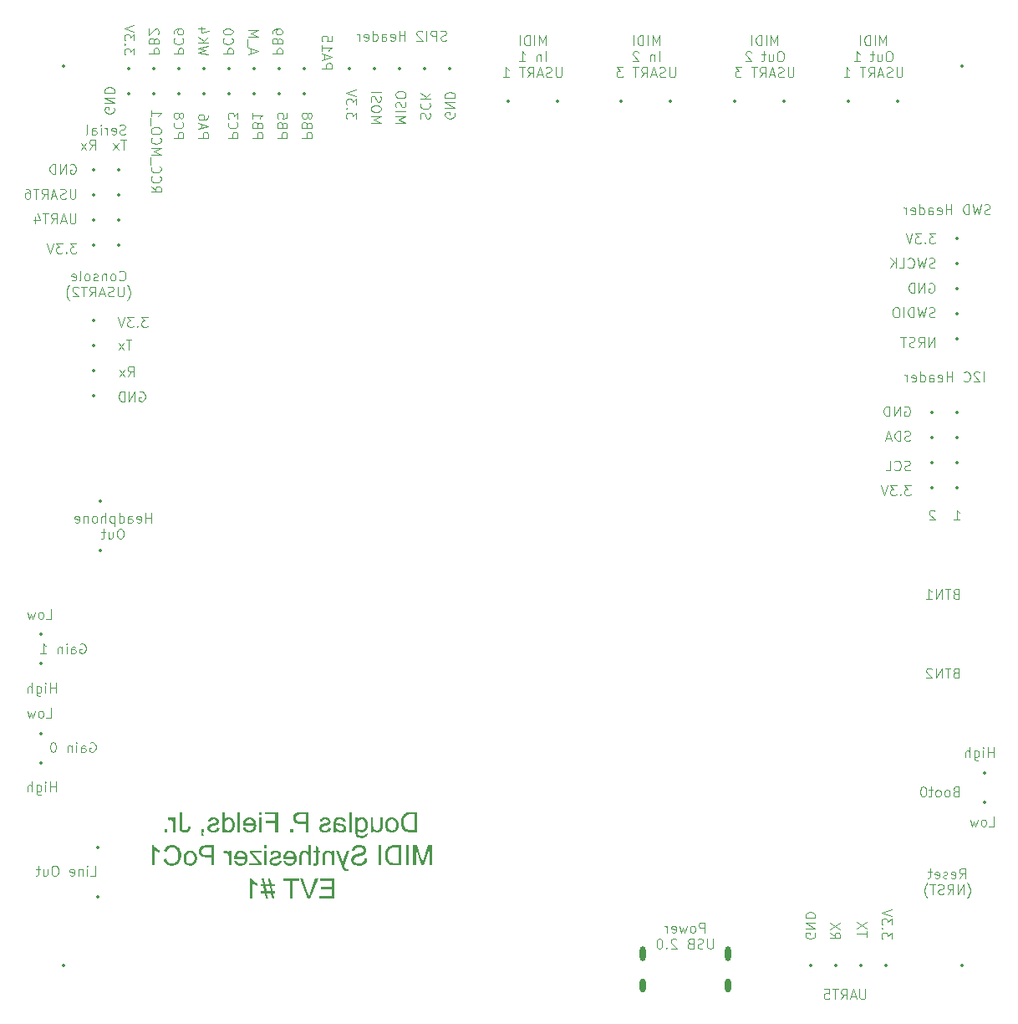
<source format=gbr>
%TF.GenerationSoftware,KiCad,Pcbnew,8.0.5*%
%TF.CreationDate,2024-10-26T23:33:34-04:00*%
%TF.ProjectId,stm-midi-poc1,73746d2d-6d69-4646-992d-706f63312e6b,1*%
%TF.SameCoordinates,Original*%
%TF.FileFunction,Legend,Bot*%
%TF.FilePolarity,Positive*%
%FSLAX46Y46*%
G04 Gerber Fmt 4.6, Leading zero omitted, Abs format (unit mm)*
G04 Created by KiCad (PCBNEW 8.0.5) date 2024-10-26 23:33:34*
%MOMM*%
%LPD*%
G01*
G04 APERTURE LIST*
%ADD10C,0.100000*%
%ADD11C,0.350000*%
%ADD12O,0.599999X1.500022*%
%ADD13O,0.599999X1.399997*%
G04 APERTURE END LIST*
D10*
X199791353Y-57872419D02*
X199172306Y-57872419D01*
X199172306Y-57872419D02*
X199505639Y-58253371D01*
X199505639Y-58253371D02*
X199362782Y-58253371D01*
X199362782Y-58253371D02*
X199267544Y-58300990D01*
X199267544Y-58300990D02*
X199219925Y-58348609D01*
X199219925Y-58348609D02*
X199172306Y-58443847D01*
X199172306Y-58443847D02*
X199172306Y-58681942D01*
X199172306Y-58681942D02*
X199219925Y-58777180D01*
X199219925Y-58777180D02*
X199267544Y-58824800D01*
X199267544Y-58824800D02*
X199362782Y-58872419D01*
X199362782Y-58872419D02*
X199648496Y-58872419D01*
X199648496Y-58872419D02*
X199743734Y-58824800D01*
X199743734Y-58824800D02*
X199791353Y-58777180D01*
X198743734Y-58777180D02*
X198696115Y-58824800D01*
X198696115Y-58824800D02*
X198743734Y-58872419D01*
X198743734Y-58872419D02*
X198791353Y-58824800D01*
X198791353Y-58824800D02*
X198743734Y-58777180D01*
X198743734Y-58777180D02*
X198743734Y-58872419D01*
X198362782Y-57872419D02*
X197743735Y-57872419D01*
X197743735Y-57872419D02*
X198077068Y-58253371D01*
X198077068Y-58253371D02*
X197934211Y-58253371D01*
X197934211Y-58253371D02*
X197838973Y-58300990D01*
X197838973Y-58300990D02*
X197791354Y-58348609D01*
X197791354Y-58348609D02*
X197743735Y-58443847D01*
X197743735Y-58443847D02*
X197743735Y-58681942D01*
X197743735Y-58681942D02*
X197791354Y-58777180D01*
X197791354Y-58777180D02*
X197838973Y-58824800D01*
X197838973Y-58824800D02*
X197934211Y-58872419D01*
X197934211Y-58872419D02*
X198219925Y-58872419D01*
X198219925Y-58872419D02*
X198315163Y-58824800D01*
X198315163Y-58824800D02*
X198362782Y-58777180D01*
X197458020Y-57872419D02*
X197124687Y-58872419D01*
X197124687Y-58872419D02*
X196791354Y-57872419D01*
X128127580Y-48196115D02*
X129127580Y-48196115D01*
X129127580Y-48196115D02*
X129127580Y-47815163D01*
X129127580Y-47815163D02*
X129079961Y-47719925D01*
X129079961Y-47719925D02*
X129032342Y-47672306D01*
X129032342Y-47672306D02*
X128937104Y-47624687D01*
X128937104Y-47624687D02*
X128794247Y-47624687D01*
X128794247Y-47624687D02*
X128699009Y-47672306D01*
X128699009Y-47672306D02*
X128651390Y-47719925D01*
X128651390Y-47719925D02*
X128603771Y-47815163D01*
X128603771Y-47815163D02*
X128603771Y-48196115D01*
X128222819Y-46624687D02*
X128175200Y-46672306D01*
X128175200Y-46672306D02*
X128127580Y-46815163D01*
X128127580Y-46815163D02*
X128127580Y-46910401D01*
X128127580Y-46910401D02*
X128175200Y-47053258D01*
X128175200Y-47053258D02*
X128270438Y-47148496D01*
X128270438Y-47148496D02*
X128365676Y-47196115D01*
X128365676Y-47196115D02*
X128556152Y-47243734D01*
X128556152Y-47243734D02*
X128699009Y-47243734D01*
X128699009Y-47243734D02*
X128889485Y-47196115D01*
X128889485Y-47196115D02*
X128984723Y-47148496D01*
X128984723Y-47148496D02*
X129079961Y-47053258D01*
X129079961Y-47053258D02*
X129127580Y-46910401D01*
X129127580Y-46910401D02*
X129127580Y-46815163D01*
X129127580Y-46815163D02*
X129079961Y-46672306D01*
X129079961Y-46672306D02*
X129032342Y-46624687D01*
X129127580Y-46291353D02*
X129127580Y-45672306D01*
X129127580Y-45672306D02*
X128746628Y-46005639D01*
X128746628Y-46005639D02*
X128746628Y-45862782D01*
X128746628Y-45862782D02*
X128699009Y-45767544D01*
X128699009Y-45767544D02*
X128651390Y-45719925D01*
X128651390Y-45719925D02*
X128556152Y-45672306D01*
X128556152Y-45672306D02*
X128318057Y-45672306D01*
X128318057Y-45672306D02*
X128222819Y-45719925D01*
X128222819Y-45719925D02*
X128175200Y-45767544D01*
X128175200Y-45767544D02*
X128127580Y-45862782D01*
X128127580Y-45862782D02*
X128127580Y-46148496D01*
X128127580Y-46148496D02*
X128175200Y-46243734D01*
X128175200Y-46243734D02*
X128222819Y-46291353D01*
X119172306Y-73920038D02*
X119267544Y-73872419D01*
X119267544Y-73872419D02*
X119410401Y-73872419D01*
X119410401Y-73872419D02*
X119553258Y-73920038D01*
X119553258Y-73920038D02*
X119648496Y-74015276D01*
X119648496Y-74015276D02*
X119696115Y-74110514D01*
X119696115Y-74110514D02*
X119743734Y-74300990D01*
X119743734Y-74300990D02*
X119743734Y-74443847D01*
X119743734Y-74443847D02*
X119696115Y-74634323D01*
X119696115Y-74634323D02*
X119648496Y-74729561D01*
X119648496Y-74729561D02*
X119553258Y-74824800D01*
X119553258Y-74824800D02*
X119410401Y-74872419D01*
X119410401Y-74872419D02*
X119315163Y-74872419D01*
X119315163Y-74872419D02*
X119172306Y-74824800D01*
X119172306Y-74824800D02*
X119124687Y-74777180D01*
X119124687Y-74777180D02*
X119124687Y-74443847D01*
X119124687Y-74443847D02*
X119315163Y-74443847D01*
X118696115Y-74872419D02*
X118696115Y-73872419D01*
X118696115Y-73872419D02*
X118124687Y-74872419D01*
X118124687Y-74872419D02*
X118124687Y-73872419D01*
X117648496Y-74872419D02*
X117648496Y-73872419D01*
X117648496Y-73872419D02*
X117410401Y-73872419D01*
X117410401Y-73872419D02*
X117267544Y-73920038D01*
X117267544Y-73920038D02*
X117172306Y-74015276D01*
X117172306Y-74015276D02*
X117124687Y-74110514D01*
X117124687Y-74110514D02*
X117077068Y-74300990D01*
X117077068Y-74300990D02*
X117077068Y-74443847D01*
X117077068Y-74443847D02*
X117124687Y-74634323D01*
X117124687Y-74634323D02*
X117172306Y-74729561D01*
X117172306Y-74729561D02*
X117267544Y-74824800D01*
X117267544Y-74824800D02*
X117410401Y-74872419D01*
X117410401Y-74872419D02*
X117648496Y-74872419D01*
X199743734Y-85967657D02*
X199696115Y-85920038D01*
X199696115Y-85920038D02*
X199600877Y-85872419D01*
X199600877Y-85872419D02*
X199362782Y-85872419D01*
X199362782Y-85872419D02*
X199267544Y-85920038D01*
X199267544Y-85920038D02*
X199219925Y-85967657D01*
X199219925Y-85967657D02*
X199172306Y-86062895D01*
X199172306Y-86062895D02*
X199172306Y-86158133D01*
X199172306Y-86158133D02*
X199219925Y-86300990D01*
X199219925Y-86300990D02*
X199791353Y-86872419D01*
X199791353Y-86872419D02*
X199172306Y-86872419D01*
X117838972Y-48372419D02*
X117267544Y-48372419D01*
X117553258Y-49372419D02*
X117553258Y-48372419D01*
X117029448Y-49372419D02*
X116505639Y-48705752D01*
X117029448Y-48705752D02*
X116505639Y-49372419D01*
X109719925Y-106872419D02*
X110196115Y-106872419D01*
X110196115Y-106872419D02*
X110196115Y-105872419D01*
X109243734Y-106872419D02*
X109338972Y-106824800D01*
X109338972Y-106824800D02*
X109386591Y-106777180D01*
X109386591Y-106777180D02*
X109434210Y-106681942D01*
X109434210Y-106681942D02*
X109434210Y-106396228D01*
X109434210Y-106396228D02*
X109386591Y-106300990D01*
X109386591Y-106300990D02*
X109338972Y-106253371D01*
X109338972Y-106253371D02*
X109243734Y-106205752D01*
X109243734Y-106205752D02*
X109100877Y-106205752D01*
X109100877Y-106205752D02*
X109005639Y-106253371D01*
X109005639Y-106253371D02*
X108958020Y-106300990D01*
X108958020Y-106300990D02*
X108910401Y-106396228D01*
X108910401Y-106396228D02*
X108910401Y-106681942D01*
X108910401Y-106681942D02*
X108958020Y-106777180D01*
X108958020Y-106777180D02*
X109005639Y-106824800D01*
X109005639Y-106824800D02*
X109100877Y-106872419D01*
X109100877Y-106872419D02*
X109243734Y-106872419D01*
X108577067Y-106205752D02*
X108386591Y-106872419D01*
X108386591Y-106872419D02*
X108196115Y-106396228D01*
X108196115Y-106396228D02*
X108005639Y-106872419D01*
X108005639Y-106872419D02*
X107815163Y-106205752D01*
X117743734Y-47824800D02*
X117600877Y-47872419D01*
X117600877Y-47872419D02*
X117362782Y-47872419D01*
X117362782Y-47872419D02*
X117267544Y-47824800D01*
X117267544Y-47824800D02*
X117219925Y-47777180D01*
X117219925Y-47777180D02*
X117172306Y-47681942D01*
X117172306Y-47681942D02*
X117172306Y-47586704D01*
X117172306Y-47586704D02*
X117219925Y-47491466D01*
X117219925Y-47491466D02*
X117267544Y-47443847D01*
X117267544Y-47443847D02*
X117362782Y-47396228D01*
X117362782Y-47396228D02*
X117553258Y-47348609D01*
X117553258Y-47348609D02*
X117648496Y-47300990D01*
X117648496Y-47300990D02*
X117696115Y-47253371D01*
X117696115Y-47253371D02*
X117743734Y-47158133D01*
X117743734Y-47158133D02*
X117743734Y-47062895D01*
X117743734Y-47062895D02*
X117696115Y-46967657D01*
X117696115Y-46967657D02*
X117648496Y-46920038D01*
X117648496Y-46920038D02*
X117553258Y-46872419D01*
X117553258Y-46872419D02*
X117315163Y-46872419D01*
X117315163Y-46872419D02*
X117172306Y-46920038D01*
X116362782Y-47824800D02*
X116458020Y-47872419D01*
X116458020Y-47872419D02*
X116648496Y-47872419D01*
X116648496Y-47872419D02*
X116743734Y-47824800D01*
X116743734Y-47824800D02*
X116791353Y-47729561D01*
X116791353Y-47729561D02*
X116791353Y-47348609D01*
X116791353Y-47348609D02*
X116743734Y-47253371D01*
X116743734Y-47253371D02*
X116648496Y-47205752D01*
X116648496Y-47205752D02*
X116458020Y-47205752D01*
X116458020Y-47205752D02*
X116362782Y-47253371D01*
X116362782Y-47253371D02*
X116315163Y-47348609D01*
X116315163Y-47348609D02*
X116315163Y-47443847D01*
X116315163Y-47443847D02*
X116791353Y-47539085D01*
X115886591Y-47872419D02*
X115886591Y-47205752D01*
X115886591Y-47396228D02*
X115838972Y-47300990D01*
X115838972Y-47300990D02*
X115791353Y-47253371D01*
X115791353Y-47253371D02*
X115696115Y-47205752D01*
X115696115Y-47205752D02*
X115600877Y-47205752D01*
X115267543Y-47872419D02*
X115267543Y-47205752D01*
X115267543Y-46872419D02*
X115315162Y-46920038D01*
X115315162Y-46920038D02*
X115267543Y-46967657D01*
X115267543Y-46967657D02*
X115219924Y-46920038D01*
X115219924Y-46920038D02*
X115267543Y-46872419D01*
X115267543Y-46872419D02*
X115267543Y-46967657D01*
X114362782Y-47872419D02*
X114362782Y-47348609D01*
X114362782Y-47348609D02*
X114410401Y-47253371D01*
X114410401Y-47253371D02*
X114505639Y-47205752D01*
X114505639Y-47205752D02*
X114696115Y-47205752D01*
X114696115Y-47205752D02*
X114791353Y-47253371D01*
X114362782Y-47824800D02*
X114458020Y-47872419D01*
X114458020Y-47872419D02*
X114696115Y-47872419D01*
X114696115Y-47872419D02*
X114791353Y-47824800D01*
X114791353Y-47824800D02*
X114838972Y-47729561D01*
X114838972Y-47729561D02*
X114838972Y-47634323D01*
X114838972Y-47634323D02*
X114791353Y-47539085D01*
X114791353Y-47539085D02*
X114696115Y-47491466D01*
X114696115Y-47491466D02*
X114458020Y-47491466D01*
X114458020Y-47491466D02*
X114362782Y-47443847D01*
X113743734Y-47872419D02*
X113838972Y-47824800D01*
X113838972Y-47824800D02*
X113886591Y-47729561D01*
X113886591Y-47729561D02*
X113886591Y-46872419D01*
X137627580Y-41196115D02*
X138627580Y-41196115D01*
X138627580Y-41196115D02*
X138627580Y-40815163D01*
X138627580Y-40815163D02*
X138579961Y-40719925D01*
X138579961Y-40719925D02*
X138532342Y-40672306D01*
X138532342Y-40672306D02*
X138437104Y-40624687D01*
X138437104Y-40624687D02*
X138294247Y-40624687D01*
X138294247Y-40624687D02*
X138199009Y-40672306D01*
X138199009Y-40672306D02*
X138151390Y-40719925D01*
X138151390Y-40719925D02*
X138103771Y-40815163D01*
X138103771Y-40815163D02*
X138103771Y-41196115D01*
X137913295Y-40243734D02*
X137913295Y-39767544D01*
X137627580Y-40338972D02*
X138627580Y-40005639D01*
X138627580Y-40005639D02*
X137627580Y-39672306D01*
X137627580Y-38815163D02*
X137627580Y-39386591D01*
X137627580Y-39100877D02*
X138627580Y-39100877D01*
X138627580Y-39100877D02*
X138484723Y-39196115D01*
X138484723Y-39196115D02*
X138389485Y-39291353D01*
X138389485Y-39291353D02*
X138341866Y-39386591D01*
X138627580Y-37910401D02*
X138627580Y-38386591D01*
X138627580Y-38386591D02*
X138151390Y-38434210D01*
X138151390Y-38434210D02*
X138199009Y-38386591D01*
X138199009Y-38386591D02*
X138246628Y-38291353D01*
X138246628Y-38291353D02*
X138246628Y-38053258D01*
X138246628Y-38053258D02*
X138199009Y-37958020D01*
X138199009Y-37958020D02*
X138151390Y-37910401D01*
X138151390Y-37910401D02*
X138056152Y-37862782D01*
X138056152Y-37862782D02*
X137818057Y-37862782D01*
X137818057Y-37862782D02*
X137722819Y-37910401D01*
X137722819Y-37910401D02*
X137675200Y-37958020D01*
X137675200Y-37958020D02*
X137627580Y-38053258D01*
X137627580Y-38053258D02*
X137627580Y-38291353D01*
X137627580Y-38291353D02*
X137675200Y-38386591D01*
X137675200Y-38386591D02*
X137722819Y-38434210D01*
X199743734Y-66324800D02*
X199600877Y-66372419D01*
X199600877Y-66372419D02*
X199362782Y-66372419D01*
X199362782Y-66372419D02*
X199267544Y-66324800D01*
X199267544Y-66324800D02*
X199219925Y-66277180D01*
X199219925Y-66277180D02*
X199172306Y-66181942D01*
X199172306Y-66181942D02*
X199172306Y-66086704D01*
X199172306Y-66086704D02*
X199219925Y-65991466D01*
X199219925Y-65991466D02*
X199267544Y-65943847D01*
X199267544Y-65943847D02*
X199362782Y-65896228D01*
X199362782Y-65896228D02*
X199553258Y-65848609D01*
X199553258Y-65848609D02*
X199648496Y-65800990D01*
X199648496Y-65800990D02*
X199696115Y-65753371D01*
X199696115Y-65753371D02*
X199743734Y-65658133D01*
X199743734Y-65658133D02*
X199743734Y-65562895D01*
X199743734Y-65562895D02*
X199696115Y-65467657D01*
X199696115Y-65467657D02*
X199648496Y-65420038D01*
X199648496Y-65420038D02*
X199553258Y-65372419D01*
X199553258Y-65372419D02*
X199315163Y-65372419D01*
X199315163Y-65372419D02*
X199172306Y-65420038D01*
X198838972Y-65372419D02*
X198600877Y-66372419D01*
X198600877Y-66372419D02*
X198410401Y-65658133D01*
X198410401Y-65658133D02*
X198219925Y-66372419D01*
X198219925Y-66372419D02*
X197981830Y-65372419D01*
X197600877Y-66372419D02*
X197600877Y-65372419D01*
X197600877Y-65372419D02*
X197362782Y-65372419D01*
X197362782Y-65372419D02*
X197219925Y-65420038D01*
X197219925Y-65420038D02*
X197124687Y-65515276D01*
X197124687Y-65515276D02*
X197077068Y-65610514D01*
X197077068Y-65610514D02*
X197029449Y-65800990D01*
X197029449Y-65800990D02*
X197029449Y-65943847D01*
X197029449Y-65943847D02*
X197077068Y-66134323D01*
X197077068Y-66134323D02*
X197124687Y-66229561D01*
X197124687Y-66229561D02*
X197219925Y-66324800D01*
X197219925Y-66324800D02*
X197362782Y-66372419D01*
X197362782Y-66372419D02*
X197600877Y-66372419D01*
X196600877Y-66372419D02*
X196600877Y-65372419D01*
X195934211Y-65372419D02*
X195743735Y-65372419D01*
X195743735Y-65372419D02*
X195648497Y-65420038D01*
X195648497Y-65420038D02*
X195553259Y-65515276D01*
X195553259Y-65515276D02*
X195505640Y-65705752D01*
X195505640Y-65705752D02*
X195505640Y-66039085D01*
X195505640Y-66039085D02*
X195553259Y-66229561D01*
X195553259Y-66229561D02*
X195648497Y-66324800D01*
X195648497Y-66324800D02*
X195743735Y-66372419D01*
X195743735Y-66372419D02*
X195934211Y-66372419D01*
X195934211Y-66372419D02*
X196029449Y-66324800D01*
X196029449Y-66324800D02*
X196124687Y-66229561D01*
X196124687Y-66229561D02*
X196172306Y-66039085D01*
X196172306Y-66039085D02*
X196172306Y-65705752D01*
X196172306Y-65705752D02*
X196124687Y-65515276D01*
X196124687Y-65515276D02*
X196029449Y-65420038D01*
X196029449Y-65420038D02*
X195934211Y-65372419D01*
X194809522Y-38847475D02*
X194809522Y-37847475D01*
X194809522Y-37847475D02*
X194476189Y-38561760D01*
X194476189Y-38561760D02*
X194142856Y-37847475D01*
X194142856Y-37847475D02*
X194142856Y-38847475D01*
X193666665Y-38847475D02*
X193666665Y-37847475D01*
X193190475Y-38847475D02*
X193190475Y-37847475D01*
X193190475Y-37847475D02*
X192952380Y-37847475D01*
X192952380Y-37847475D02*
X192809523Y-37895094D01*
X192809523Y-37895094D02*
X192714285Y-37990332D01*
X192714285Y-37990332D02*
X192666666Y-38085570D01*
X192666666Y-38085570D02*
X192619047Y-38276046D01*
X192619047Y-38276046D02*
X192619047Y-38418903D01*
X192619047Y-38418903D02*
X192666666Y-38609379D01*
X192666666Y-38609379D02*
X192714285Y-38704617D01*
X192714285Y-38704617D02*
X192809523Y-38799856D01*
X192809523Y-38799856D02*
X192952380Y-38847475D01*
X192952380Y-38847475D02*
X193190475Y-38847475D01*
X192190475Y-38847475D02*
X192190475Y-37847475D01*
X195190476Y-39457419D02*
X195000000Y-39457419D01*
X195000000Y-39457419D02*
X194904762Y-39505038D01*
X194904762Y-39505038D02*
X194809524Y-39600276D01*
X194809524Y-39600276D02*
X194761905Y-39790752D01*
X194761905Y-39790752D02*
X194761905Y-40124085D01*
X194761905Y-40124085D02*
X194809524Y-40314561D01*
X194809524Y-40314561D02*
X194904762Y-40409800D01*
X194904762Y-40409800D02*
X195000000Y-40457419D01*
X195000000Y-40457419D02*
X195190476Y-40457419D01*
X195190476Y-40457419D02*
X195285714Y-40409800D01*
X195285714Y-40409800D02*
X195380952Y-40314561D01*
X195380952Y-40314561D02*
X195428571Y-40124085D01*
X195428571Y-40124085D02*
X195428571Y-39790752D01*
X195428571Y-39790752D02*
X195380952Y-39600276D01*
X195380952Y-39600276D02*
X195285714Y-39505038D01*
X195285714Y-39505038D02*
X195190476Y-39457419D01*
X193904762Y-39790752D02*
X193904762Y-40457419D01*
X194333333Y-39790752D02*
X194333333Y-40314561D01*
X194333333Y-40314561D02*
X194285714Y-40409800D01*
X194285714Y-40409800D02*
X194190476Y-40457419D01*
X194190476Y-40457419D02*
X194047619Y-40457419D01*
X194047619Y-40457419D02*
X193952381Y-40409800D01*
X193952381Y-40409800D02*
X193904762Y-40362180D01*
X193571428Y-39790752D02*
X193190476Y-39790752D01*
X193428571Y-39457419D02*
X193428571Y-40314561D01*
X193428571Y-40314561D02*
X193380952Y-40409800D01*
X193380952Y-40409800D02*
X193285714Y-40457419D01*
X193285714Y-40457419D02*
X193190476Y-40457419D01*
X191571428Y-40457419D02*
X192142856Y-40457419D01*
X191857142Y-40457419D02*
X191857142Y-39457419D01*
X191857142Y-39457419D02*
X191952380Y-39600276D01*
X191952380Y-39600276D02*
X192047618Y-39695514D01*
X192047618Y-39695514D02*
X192142856Y-39743133D01*
X196428571Y-41067363D02*
X196428571Y-41876886D01*
X196428571Y-41876886D02*
X196380952Y-41972124D01*
X196380952Y-41972124D02*
X196333333Y-42019744D01*
X196333333Y-42019744D02*
X196238095Y-42067363D01*
X196238095Y-42067363D02*
X196047619Y-42067363D01*
X196047619Y-42067363D02*
X195952381Y-42019744D01*
X195952381Y-42019744D02*
X195904762Y-41972124D01*
X195904762Y-41972124D02*
X195857143Y-41876886D01*
X195857143Y-41876886D02*
X195857143Y-41067363D01*
X195428571Y-42019744D02*
X195285714Y-42067363D01*
X195285714Y-42067363D02*
X195047619Y-42067363D01*
X195047619Y-42067363D02*
X194952381Y-42019744D01*
X194952381Y-42019744D02*
X194904762Y-41972124D01*
X194904762Y-41972124D02*
X194857143Y-41876886D01*
X194857143Y-41876886D02*
X194857143Y-41781648D01*
X194857143Y-41781648D02*
X194904762Y-41686410D01*
X194904762Y-41686410D02*
X194952381Y-41638791D01*
X194952381Y-41638791D02*
X195047619Y-41591172D01*
X195047619Y-41591172D02*
X195238095Y-41543553D01*
X195238095Y-41543553D02*
X195333333Y-41495934D01*
X195333333Y-41495934D02*
X195380952Y-41448315D01*
X195380952Y-41448315D02*
X195428571Y-41353077D01*
X195428571Y-41353077D02*
X195428571Y-41257839D01*
X195428571Y-41257839D02*
X195380952Y-41162601D01*
X195380952Y-41162601D02*
X195333333Y-41114982D01*
X195333333Y-41114982D02*
X195238095Y-41067363D01*
X195238095Y-41067363D02*
X195000000Y-41067363D01*
X195000000Y-41067363D02*
X194857143Y-41114982D01*
X194476190Y-41781648D02*
X194000000Y-41781648D01*
X194571428Y-42067363D02*
X194238095Y-41067363D01*
X194238095Y-41067363D02*
X193904762Y-42067363D01*
X193000000Y-42067363D02*
X193333333Y-41591172D01*
X193571428Y-42067363D02*
X193571428Y-41067363D01*
X193571428Y-41067363D02*
X193190476Y-41067363D01*
X193190476Y-41067363D02*
X193095238Y-41114982D01*
X193095238Y-41114982D02*
X193047619Y-41162601D01*
X193047619Y-41162601D02*
X193000000Y-41257839D01*
X193000000Y-41257839D02*
X193000000Y-41400696D01*
X193000000Y-41400696D02*
X193047619Y-41495934D01*
X193047619Y-41495934D02*
X193095238Y-41543553D01*
X193095238Y-41543553D02*
X193190476Y-41591172D01*
X193190476Y-41591172D02*
X193571428Y-41591172D01*
X192714285Y-41067363D02*
X192142857Y-41067363D01*
X192428571Y-42067363D02*
X192428571Y-41067363D01*
X190523809Y-42067363D02*
X191095237Y-42067363D01*
X190809523Y-42067363D02*
X190809523Y-41067363D01*
X190809523Y-41067363D02*
X190904761Y-41210220D01*
X190904761Y-41210220D02*
X190999999Y-41305458D01*
X190999999Y-41305458D02*
X191095237Y-41353077D01*
X113172306Y-99420038D02*
X113267544Y-99372419D01*
X113267544Y-99372419D02*
X113410401Y-99372419D01*
X113410401Y-99372419D02*
X113553258Y-99420038D01*
X113553258Y-99420038D02*
X113648496Y-99515276D01*
X113648496Y-99515276D02*
X113696115Y-99610514D01*
X113696115Y-99610514D02*
X113743734Y-99800990D01*
X113743734Y-99800990D02*
X113743734Y-99943847D01*
X113743734Y-99943847D02*
X113696115Y-100134323D01*
X113696115Y-100134323D02*
X113648496Y-100229561D01*
X113648496Y-100229561D02*
X113553258Y-100324800D01*
X113553258Y-100324800D02*
X113410401Y-100372419D01*
X113410401Y-100372419D02*
X113315163Y-100372419D01*
X113315163Y-100372419D02*
X113172306Y-100324800D01*
X113172306Y-100324800D02*
X113124687Y-100277180D01*
X113124687Y-100277180D02*
X113124687Y-99943847D01*
X113124687Y-99943847D02*
X113315163Y-99943847D01*
X112267544Y-100372419D02*
X112267544Y-99848609D01*
X112267544Y-99848609D02*
X112315163Y-99753371D01*
X112315163Y-99753371D02*
X112410401Y-99705752D01*
X112410401Y-99705752D02*
X112600877Y-99705752D01*
X112600877Y-99705752D02*
X112696115Y-99753371D01*
X112267544Y-100324800D02*
X112362782Y-100372419D01*
X112362782Y-100372419D02*
X112600877Y-100372419D01*
X112600877Y-100372419D02*
X112696115Y-100324800D01*
X112696115Y-100324800D02*
X112743734Y-100229561D01*
X112743734Y-100229561D02*
X112743734Y-100134323D01*
X112743734Y-100134323D02*
X112696115Y-100039085D01*
X112696115Y-100039085D02*
X112600877Y-99991466D01*
X112600877Y-99991466D02*
X112362782Y-99991466D01*
X112362782Y-99991466D02*
X112267544Y-99943847D01*
X111791353Y-100372419D02*
X111791353Y-99705752D01*
X111791353Y-99372419D02*
X111838972Y-99420038D01*
X111838972Y-99420038D02*
X111791353Y-99467657D01*
X111791353Y-99467657D02*
X111743734Y-99420038D01*
X111743734Y-99420038D02*
X111791353Y-99372419D01*
X111791353Y-99372419D02*
X111791353Y-99467657D01*
X111315163Y-99705752D02*
X111315163Y-100372419D01*
X111315163Y-99800990D02*
X111267544Y-99753371D01*
X111267544Y-99753371D02*
X111172306Y-99705752D01*
X111172306Y-99705752D02*
X111029449Y-99705752D01*
X111029449Y-99705752D02*
X110934211Y-99753371D01*
X110934211Y-99753371D02*
X110886592Y-99848609D01*
X110886592Y-99848609D02*
X110886592Y-100372419D01*
X109124687Y-100372419D02*
X109696115Y-100372419D01*
X109410401Y-100372419D02*
X109410401Y-99372419D01*
X109410401Y-99372419D02*
X109505639Y-99515276D01*
X109505639Y-99515276D02*
X109600877Y-99610514D01*
X109600877Y-99610514D02*
X109696115Y-99658133D01*
X120127580Y-39696115D02*
X121127580Y-39696115D01*
X121127580Y-39696115D02*
X121127580Y-39315163D01*
X121127580Y-39315163D02*
X121079961Y-39219925D01*
X121079961Y-39219925D02*
X121032342Y-39172306D01*
X121032342Y-39172306D02*
X120937104Y-39124687D01*
X120937104Y-39124687D02*
X120794247Y-39124687D01*
X120794247Y-39124687D02*
X120699009Y-39172306D01*
X120699009Y-39172306D02*
X120651390Y-39219925D01*
X120651390Y-39219925D02*
X120603771Y-39315163D01*
X120603771Y-39315163D02*
X120603771Y-39696115D01*
X120651390Y-38362782D02*
X120603771Y-38219925D01*
X120603771Y-38219925D02*
X120556152Y-38172306D01*
X120556152Y-38172306D02*
X120460914Y-38124687D01*
X120460914Y-38124687D02*
X120318057Y-38124687D01*
X120318057Y-38124687D02*
X120222819Y-38172306D01*
X120222819Y-38172306D02*
X120175200Y-38219925D01*
X120175200Y-38219925D02*
X120127580Y-38315163D01*
X120127580Y-38315163D02*
X120127580Y-38696115D01*
X120127580Y-38696115D02*
X121127580Y-38696115D01*
X121127580Y-38696115D02*
X121127580Y-38362782D01*
X121127580Y-38362782D02*
X121079961Y-38267544D01*
X121079961Y-38267544D02*
X121032342Y-38219925D01*
X121032342Y-38219925D02*
X120937104Y-38172306D01*
X120937104Y-38172306D02*
X120841866Y-38172306D01*
X120841866Y-38172306D02*
X120746628Y-38219925D01*
X120746628Y-38219925D02*
X120699009Y-38267544D01*
X120699009Y-38267544D02*
X120651390Y-38362782D01*
X120651390Y-38362782D02*
X120651390Y-38696115D01*
X121032342Y-37743734D02*
X121079961Y-37696115D01*
X121079961Y-37696115D02*
X121127580Y-37600877D01*
X121127580Y-37600877D02*
X121127580Y-37362782D01*
X121127580Y-37362782D02*
X121079961Y-37267544D01*
X121079961Y-37267544D02*
X121032342Y-37219925D01*
X121032342Y-37219925D02*
X120937104Y-37172306D01*
X120937104Y-37172306D02*
X120841866Y-37172306D01*
X120841866Y-37172306D02*
X120699009Y-37219925D01*
X120699009Y-37219925D02*
X120127580Y-37791353D01*
X120127580Y-37791353D02*
X120127580Y-37172306D01*
X197243734Y-78824800D02*
X197100877Y-78872419D01*
X197100877Y-78872419D02*
X196862782Y-78872419D01*
X196862782Y-78872419D02*
X196767544Y-78824800D01*
X196767544Y-78824800D02*
X196719925Y-78777180D01*
X196719925Y-78777180D02*
X196672306Y-78681942D01*
X196672306Y-78681942D02*
X196672306Y-78586704D01*
X196672306Y-78586704D02*
X196719925Y-78491466D01*
X196719925Y-78491466D02*
X196767544Y-78443847D01*
X196767544Y-78443847D02*
X196862782Y-78396228D01*
X196862782Y-78396228D02*
X197053258Y-78348609D01*
X197053258Y-78348609D02*
X197148496Y-78300990D01*
X197148496Y-78300990D02*
X197196115Y-78253371D01*
X197196115Y-78253371D02*
X197243734Y-78158133D01*
X197243734Y-78158133D02*
X197243734Y-78062895D01*
X197243734Y-78062895D02*
X197196115Y-77967657D01*
X197196115Y-77967657D02*
X197148496Y-77920038D01*
X197148496Y-77920038D02*
X197053258Y-77872419D01*
X197053258Y-77872419D02*
X196815163Y-77872419D01*
X196815163Y-77872419D02*
X196672306Y-77920038D01*
X196243734Y-78872419D02*
X196243734Y-77872419D01*
X196243734Y-77872419D02*
X196005639Y-77872419D01*
X196005639Y-77872419D02*
X195862782Y-77920038D01*
X195862782Y-77920038D02*
X195767544Y-78015276D01*
X195767544Y-78015276D02*
X195719925Y-78110514D01*
X195719925Y-78110514D02*
X195672306Y-78300990D01*
X195672306Y-78300990D02*
X195672306Y-78443847D01*
X195672306Y-78443847D02*
X195719925Y-78634323D01*
X195719925Y-78634323D02*
X195767544Y-78729561D01*
X195767544Y-78729561D02*
X195862782Y-78824800D01*
X195862782Y-78824800D02*
X196005639Y-78872419D01*
X196005639Y-78872419D02*
X196243734Y-78872419D01*
X195291353Y-78586704D02*
X194815163Y-78586704D01*
X195386591Y-78872419D02*
X195053258Y-77872419D01*
X195053258Y-77872419D02*
X194719925Y-78872419D01*
X205219925Y-117872419D02*
X205696115Y-117872419D01*
X205696115Y-117872419D02*
X205696115Y-116872419D01*
X204743734Y-117872419D02*
X204838972Y-117824800D01*
X204838972Y-117824800D02*
X204886591Y-117777180D01*
X204886591Y-117777180D02*
X204934210Y-117681942D01*
X204934210Y-117681942D02*
X204934210Y-117396228D01*
X204934210Y-117396228D02*
X204886591Y-117300990D01*
X204886591Y-117300990D02*
X204838972Y-117253371D01*
X204838972Y-117253371D02*
X204743734Y-117205752D01*
X204743734Y-117205752D02*
X204600877Y-117205752D01*
X204600877Y-117205752D02*
X204505639Y-117253371D01*
X204505639Y-117253371D02*
X204458020Y-117300990D01*
X204458020Y-117300990D02*
X204410401Y-117396228D01*
X204410401Y-117396228D02*
X204410401Y-117681942D01*
X204410401Y-117681942D02*
X204458020Y-117777180D01*
X204458020Y-117777180D02*
X204505639Y-117824800D01*
X204505639Y-117824800D02*
X204600877Y-117872419D01*
X204600877Y-117872419D02*
X204743734Y-117872419D01*
X204077067Y-117205752D02*
X203886591Y-117872419D01*
X203886591Y-117872419D02*
X203696115Y-117396228D01*
X203696115Y-117396228D02*
X203505639Y-117872419D01*
X203505639Y-117872419D02*
X203315163Y-117205752D01*
X114219925Y-122872419D02*
X114696115Y-122872419D01*
X114696115Y-122872419D02*
X114696115Y-121872419D01*
X113886591Y-122872419D02*
X113886591Y-122205752D01*
X113886591Y-121872419D02*
X113934210Y-121920038D01*
X113934210Y-121920038D02*
X113886591Y-121967657D01*
X113886591Y-121967657D02*
X113838972Y-121920038D01*
X113838972Y-121920038D02*
X113886591Y-121872419D01*
X113886591Y-121872419D02*
X113886591Y-121967657D01*
X113410401Y-122205752D02*
X113410401Y-122872419D01*
X113410401Y-122300990D02*
X113362782Y-122253371D01*
X113362782Y-122253371D02*
X113267544Y-122205752D01*
X113267544Y-122205752D02*
X113124687Y-122205752D01*
X113124687Y-122205752D02*
X113029449Y-122253371D01*
X113029449Y-122253371D02*
X112981830Y-122348609D01*
X112981830Y-122348609D02*
X112981830Y-122872419D01*
X112124687Y-122824800D02*
X112219925Y-122872419D01*
X112219925Y-122872419D02*
X112410401Y-122872419D01*
X112410401Y-122872419D02*
X112505639Y-122824800D01*
X112505639Y-122824800D02*
X112553258Y-122729561D01*
X112553258Y-122729561D02*
X112553258Y-122348609D01*
X112553258Y-122348609D02*
X112505639Y-122253371D01*
X112505639Y-122253371D02*
X112410401Y-122205752D01*
X112410401Y-122205752D02*
X112219925Y-122205752D01*
X112219925Y-122205752D02*
X112124687Y-122253371D01*
X112124687Y-122253371D02*
X112077068Y-122348609D01*
X112077068Y-122348609D02*
X112077068Y-122443847D01*
X112077068Y-122443847D02*
X112553258Y-122539085D01*
X110696115Y-121872419D02*
X110505639Y-121872419D01*
X110505639Y-121872419D02*
X110410401Y-121920038D01*
X110410401Y-121920038D02*
X110315163Y-122015276D01*
X110315163Y-122015276D02*
X110267544Y-122205752D01*
X110267544Y-122205752D02*
X110267544Y-122539085D01*
X110267544Y-122539085D02*
X110315163Y-122729561D01*
X110315163Y-122729561D02*
X110410401Y-122824800D01*
X110410401Y-122824800D02*
X110505639Y-122872419D01*
X110505639Y-122872419D02*
X110696115Y-122872419D01*
X110696115Y-122872419D02*
X110791353Y-122824800D01*
X110791353Y-122824800D02*
X110886591Y-122729561D01*
X110886591Y-122729561D02*
X110934210Y-122539085D01*
X110934210Y-122539085D02*
X110934210Y-122205752D01*
X110934210Y-122205752D02*
X110886591Y-122015276D01*
X110886591Y-122015276D02*
X110791353Y-121920038D01*
X110791353Y-121920038D02*
X110696115Y-121872419D01*
X109410401Y-122205752D02*
X109410401Y-122872419D01*
X109838972Y-122205752D02*
X109838972Y-122729561D01*
X109838972Y-122729561D02*
X109791353Y-122824800D01*
X109791353Y-122824800D02*
X109696115Y-122872419D01*
X109696115Y-122872419D02*
X109553258Y-122872419D01*
X109553258Y-122872419D02*
X109458020Y-122824800D01*
X109458020Y-122824800D02*
X109410401Y-122777180D01*
X109077067Y-122205752D02*
X108696115Y-122205752D01*
X108934210Y-121872419D02*
X108934210Y-122729561D01*
X108934210Y-122729561D02*
X108886591Y-122824800D01*
X108886591Y-122824800D02*
X108791353Y-122872419D01*
X108791353Y-122872419D02*
X108696115Y-122872419D01*
X201862782Y-94348609D02*
X201719925Y-94396228D01*
X201719925Y-94396228D02*
X201672306Y-94443847D01*
X201672306Y-94443847D02*
X201624687Y-94539085D01*
X201624687Y-94539085D02*
X201624687Y-94681942D01*
X201624687Y-94681942D02*
X201672306Y-94777180D01*
X201672306Y-94777180D02*
X201719925Y-94824800D01*
X201719925Y-94824800D02*
X201815163Y-94872419D01*
X201815163Y-94872419D02*
X202196115Y-94872419D01*
X202196115Y-94872419D02*
X202196115Y-93872419D01*
X202196115Y-93872419D02*
X201862782Y-93872419D01*
X201862782Y-93872419D02*
X201767544Y-93920038D01*
X201767544Y-93920038D02*
X201719925Y-93967657D01*
X201719925Y-93967657D02*
X201672306Y-94062895D01*
X201672306Y-94062895D02*
X201672306Y-94158133D01*
X201672306Y-94158133D02*
X201719925Y-94253371D01*
X201719925Y-94253371D02*
X201767544Y-94300990D01*
X201767544Y-94300990D02*
X201862782Y-94348609D01*
X201862782Y-94348609D02*
X202196115Y-94348609D01*
X201338972Y-93872419D02*
X200767544Y-93872419D01*
X201053258Y-94872419D02*
X201053258Y-93872419D01*
X200434210Y-94872419D02*
X200434210Y-93872419D01*
X200434210Y-93872419D02*
X199862782Y-94872419D01*
X199862782Y-94872419D02*
X199862782Y-93872419D01*
X198862782Y-94872419D02*
X199434210Y-94872419D01*
X199148496Y-94872419D02*
X199148496Y-93872419D01*
X199148496Y-93872419D02*
X199243734Y-94015276D01*
X199243734Y-94015276D02*
X199338972Y-94110514D01*
X199338972Y-94110514D02*
X199434210Y-94158133D01*
X195347971Y-129268967D02*
X195347971Y-128649920D01*
X195347971Y-128649920D02*
X194967019Y-128983253D01*
X194967019Y-128983253D02*
X194967019Y-128840396D01*
X194967019Y-128840396D02*
X194919400Y-128745158D01*
X194919400Y-128745158D02*
X194871781Y-128697539D01*
X194871781Y-128697539D02*
X194776543Y-128649920D01*
X194776543Y-128649920D02*
X194538448Y-128649920D01*
X194538448Y-128649920D02*
X194443210Y-128697539D01*
X194443210Y-128697539D02*
X194395591Y-128745158D01*
X194395591Y-128745158D02*
X194347971Y-128840396D01*
X194347971Y-128840396D02*
X194347971Y-129126110D01*
X194347971Y-129126110D02*
X194395591Y-129221348D01*
X194395591Y-129221348D02*
X194443210Y-129268967D01*
X194443210Y-128221348D02*
X194395591Y-128173729D01*
X194395591Y-128173729D02*
X194347971Y-128221348D01*
X194347971Y-128221348D02*
X194395591Y-128268967D01*
X194395591Y-128268967D02*
X194443210Y-128221348D01*
X194443210Y-128221348D02*
X194347971Y-128221348D01*
X195347971Y-127840396D02*
X195347971Y-127221349D01*
X195347971Y-127221349D02*
X194967019Y-127554682D01*
X194967019Y-127554682D02*
X194967019Y-127411825D01*
X194967019Y-127411825D02*
X194919400Y-127316587D01*
X194919400Y-127316587D02*
X194871781Y-127268968D01*
X194871781Y-127268968D02*
X194776543Y-127221349D01*
X194776543Y-127221349D02*
X194538448Y-127221349D01*
X194538448Y-127221349D02*
X194443210Y-127268968D01*
X194443210Y-127268968D02*
X194395591Y-127316587D01*
X194395591Y-127316587D02*
X194347971Y-127411825D01*
X194347971Y-127411825D02*
X194347971Y-127697539D01*
X194347971Y-127697539D02*
X194395591Y-127792777D01*
X194395591Y-127792777D02*
X194443210Y-127840396D01*
X195347971Y-126935634D02*
X194347971Y-126602301D01*
X194347971Y-126602301D02*
X195347971Y-126268968D01*
X189127580Y-128624687D02*
X189603771Y-128958020D01*
X189127580Y-129196115D02*
X190127580Y-129196115D01*
X190127580Y-129196115D02*
X190127580Y-128815163D01*
X190127580Y-128815163D02*
X190079961Y-128719925D01*
X190079961Y-128719925D02*
X190032342Y-128672306D01*
X190032342Y-128672306D02*
X189937104Y-128624687D01*
X189937104Y-128624687D02*
X189794247Y-128624687D01*
X189794247Y-128624687D02*
X189699009Y-128672306D01*
X189699009Y-128672306D02*
X189651390Y-128719925D01*
X189651390Y-128719925D02*
X189603771Y-128815163D01*
X189603771Y-128815163D02*
X189603771Y-129196115D01*
X190127580Y-128291353D02*
X189127580Y-127624687D01*
X190127580Y-127624687D02*
X189127580Y-128291353D01*
X132627580Y-39696115D02*
X133627580Y-39696115D01*
X133627580Y-39696115D02*
X133627580Y-39315163D01*
X133627580Y-39315163D02*
X133579961Y-39219925D01*
X133579961Y-39219925D02*
X133532342Y-39172306D01*
X133532342Y-39172306D02*
X133437104Y-39124687D01*
X133437104Y-39124687D02*
X133294247Y-39124687D01*
X133294247Y-39124687D02*
X133199009Y-39172306D01*
X133199009Y-39172306D02*
X133151390Y-39219925D01*
X133151390Y-39219925D02*
X133103771Y-39315163D01*
X133103771Y-39315163D02*
X133103771Y-39696115D01*
X133151390Y-38362782D02*
X133103771Y-38219925D01*
X133103771Y-38219925D02*
X133056152Y-38172306D01*
X133056152Y-38172306D02*
X132960914Y-38124687D01*
X132960914Y-38124687D02*
X132818057Y-38124687D01*
X132818057Y-38124687D02*
X132722819Y-38172306D01*
X132722819Y-38172306D02*
X132675200Y-38219925D01*
X132675200Y-38219925D02*
X132627580Y-38315163D01*
X132627580Y-38315163D02*
X132627580Y-38696115D01*
X132627580Y-38696115D02*
X133627580Y-38696115D01*
X133627580Y-38696115D02*
X133627580Y-38362782D01*
X133627580Y-38362782D02*
X133579961Y-38267544D01*
X133579961Y-38267544D02*
X133532342Y-38219925D01*
X133532342Y-38219925D02*
X133437104Y-38172306D01*
X133437104Y-38172306D02*
X133341866Y-38172306D01*
X133341866Y-38172306D02*
X133246628Y-38219925D01*
X133246628Y-38219925D02*
X133199009Y-38267544D01*
X133199009Y-38267544D02*
X133151390Y-38362782D01*
X133151390Y-38362782D02*
X133151390Y-38696115D01*
X132627580Y-37648496D02*
X132627580Y-37458020D01*
X132627580Y-37458020D02*
X132675200Y-37362782D01*
X132675200Y-37362782D02*
X132722819Y-37315163D01*
X132722819Y-37315163D02*
X132865676Y-37219925D01*
X132865676Y-37219925D02*
X133056152Y-37172306D01*
X133056152Y-37172306D02*
X133437104Y-37172306D01*
X133437104Y-37172306D02*
X133532342Y-37219925D01*
X133532342Y-37219925D02*
X133579961Y-37267544D01*
X133579961Y-37267544D02*
X133627580Y-37362782D01*
X133627580Y-37362782D02*
X133627580Y-37553258D01*
X133627580Y-37553258D02*
X133579961Y-37648496D01*
X133579961Y-37648496D02*
X133532342Y-37696115D01*
X133532342Y-37696115D02*
X133437104Y-37743734D01*
X133437104Y-37743734D02*
X133199009Y-37743734D01*
X133199009Y-37743734D02*
X133103771Y-37696115D01*
X133103771Y-37696115D02*
X133056152Y-37648496D01*
X133056152Y-37648496D02*
X133008533Y-37553258D01*
X133008533Y-37553258D02*
X133008533Y-37362782D01*
X133008533Y-37362782D02*
X133056152Y-37267544D01*
X133056152Y-37267544D02*
X133103771Y-37219925D01*
X133103771Y-37219925D02*
X133199009Y-37172306D01*
G36*
X147325680Y-118470000D02*
G01*
X146598813Y-118470000D01*
X146576141Y-118469864D01*
X146478175Y-118465901D01*
X146377120Y-118455063D01*
X146275436Y-118435317D01*
X146215660Y-118418601D01*
X146122431Y-118382766D01*
X146034612Y-118333712D01*
X145991786Y-118301835D01*
X145916345Y-118229985D01*
X145851430Y-118149064D01*
X145841048Y-118134169D01*
X145788243Y-118043652D01*
X145746550Y-117948740D01*
X145714166Y-117853042D01*
X145688191Y-117748302D01*
X145672239Y-117648193D01*
X145663003Y-117541489D01*
X145660432Y-117442714D01*
X145660504Y-117438806D01*
X145934961Y-117438806D01*
X145936833Y-117523213D01*
X145945152Y-117628222D01*
X145962467Y-117736066D01*
X145988206Y-117833014D01*
X146021205Y-117919259D01*
X146070562Y-118010396D01*
X146135729Y-118091912D01*
X146144334Y-118100340D01*
X146226095Y-118159111D01*
X146316468Y-118197913D01*
X146323635Y-118200227D01*
X146422737Y-118222266D01*
X146523792Y-118232551D01*
X146629099Y-118235526D01*
X147058967Y-118235526D01*
X147058967Y-116672372D01*
X146635938Y-116672372D01*
X146592484Y-116672741D01*
X146487856Y-116677336D01*
X146389711Y-116688782D01*
X146291067Y-116714382D01*
X146254644Y-116730815D01*
X146169732Y-116787458D01*
X146100815Y-116857444D01*
X146039009Y-116945436D01*
X146003649Y-117015171D01*
X145971642Y-117109812D01*
X145949593Y-117218759D01*
X145938619Y-117323527D01*
X145934961Y-117438806D01*
X145660504Y-117438806D01*
X145661669Y-117375761D01*
X145669783Y-117263148D01*
X145685471Y-117156332D01*
X145708732Y-117055312D01*
X145739567Y-116960090D01*
X145783958Y-116859065D01*
X145838485Y-116767505D01*
X145903148Y-116685409D01*
X145977948Y-116612777D01*
X145993411Y-116599843D01*
X146076683Y-116542847D01*
X146169877Y-116498635D01*
X146272993Y-116467208D01*
X146314333Y-116458765D01*
X146413328Y-116446171D01*
X146521022Y-116439731D01*
X146631542Y-116437899D01*
X147325680Y-116437899D01*
X147325680Y-118470000D01*
G37*
G36*
X144810887Y-116971913D02*
G01*
X144920819Y-116988593D01*
X145022850Y-117020840D01*
X145116980Y-117068655D01*
X145203210Y-117132037D01*
X145217094Y-117144516D01*
X145291146Y-117228024D01*
X145349329Y-117326336D01*
X145385693Y-117419570D01*
X145411038Y-117523085D01*
X145425364Y-117636880D01*
X145428890Y-117735317D01*
X145425936Y-117825412D01*
X145413936Y-117930389D01*
X145392706Y-118026874D01*
X145355045Y-118131448D01*
X145304091Y-118223795D01*
X145239846Y-118303914D01*
X145215757Y-118327812D01*
X145137997Y-118390254D01*
X145051993Y-118438820D01*
X144957745Y-118473510D01*
X144855255Y-118494325D01*
X144744521Y-118501263D01*
X144685562Y-118499080D01*
X144583102Y-118484152D01*
X144485355Y-118455082D01*
X144392323Y-118411870D01*
X144343680Y-118382017D01*
X144265618Y-118319386D01*
X144199767Y-118245317D01*
X144146126Y-118159811D01*
X144126320Y-118117382D01*
X144094629Y-118021211D01*
X144075566Y-117924690D01*
X144064589Y-117816621D01*
X144061960Y-117726524D01*
X144316119Y-117726524D01*
X144316597Y-117762094D01*
X144323752Y-117861865D01*
X144342953Y-117965112D01*
X144379208Y-118065763D01*
X144438241Y-118156880D01*
X144461684Y-118182109D01*
X144547703Y-118248284D01*
X144645839Y-118286886D01*
X144744521Y-118298053D01*
X144778768Y-118296820D01*
X144884861Y-118274915D01*
X144978551Y-118225627D01*
X145052267Y-118157857D01*
X145074092Y-118130234D01*
X145121796Y-118044398D01*
X145154234Y-117940854D01*
X145170096Y-117835728D01*
X145174389Y-117734829D01*
X145173912Y-117700033D01*
X145166756Y-117602357D01*
X145147556Y-117501121D01*
X145111301Y-117402195D01*
X145052267Y-117312288D01*
X145028812Y-117287321D01*
X144942563Y-117221834D01*
X144843912Y-117183633D01*
X144744521Y-117172581D01*
X144710794Y-117173818D01*
X144605999Y-117195800D01*
X144512939Y-117245259D01*
X144439218Y-117313265D01*
X144424311Y-117331309D01*
X144369134Y-117425350D01*
X144336436Y-117526589D01*
X144320447Y-117628797D01*
X144316119Y-117726524D01*
X144061960Y-117726524D01*
X144061618Y-117714801D01*
X144063297Y-117650644D01*
X144073556Y-117549631D01*
X144098177Y-117438177D01*
X144136227Y-117337369D01*
X144187707Y-117247209D01*
X144252616Y-117167697D01*
X144276920Y-117143681D01*
X144354985Y-117080929D01*
X144440777Y-117032123D01*
X144534297Y-116997261D01*
X144635545Y-116976344D01*
X144744521Y-116969371D01*
X144810887Y-116971913D01*
G37*
G36*
X142823307Y-118470000D02*
G01*
X142823307Y-118255554D01*
X142891531Y-118339057D01*
X142968342Y-118405283D01*
X143053739Y-118454232D01*
X143147723Y-118485906D01*
X143250293Y-118500303D01*
X143286392Y-118501263D01*
X143388350Y-118493039D01*
X143484665Y-118468370D01*
X143527215Y-118451437D01*
X143614156Y-118402978D01*
X143686727Y-118335689D01*
X143693789Y-118326385D01*
X143742300Y-118236944D01*
X143769992Y-118142226D01*
X143781808Y-118040109D01*
X143785002Y-117938809D01*
X143785136Y-117909706D01*
X143785136Y-117000635D01*
X143537473Y-117000635D01*
X143537473Y-117816406D01*
X143536275Y-117916230D01*
X143530952Y-118017953D01*
X143522330Y-118079699D01*
X143483047Y-118172165D01*
X143423656Y-118234061D01*
X143333145Y-118277893D01*
X143236566Y-118290237D01*
X143135508Y-118277679D01*
X143040246Y-118240005D01*
X143027983Y-118233084D01*
X142948950Y-118169922D01*
X142892331Y-118082437D01*
X142889741Y-118076280D01*
X142863490Y-117980957D01*
X142851731Y-117877253D01*
X142849197Y-117788562D01*
X142849197Y-117000635D01*
X142602023Y-117000635D01*
X142602023Y-118470000D01*
X142823307Y-118470000D01*
G37*
G36*
X141732717Y-116970883D02*
G01*
X141834083Y-116985334D01*
X141927566Y-117015087D01*
X142022191Y-117066092D01*
X142057033Y-117091539D01*
X142134857Y-117166243D01*
X142193560Y-117247017D01*
X142241521Y-117340621D01*
X142270833Y-117419764D01*
X142297941Y-117526123D01*
X142312046Y-117625011D01*
X142316748Y-117727990D01*
X142316104Y-117765813D01*
X142306459Y-117875207D01*
X142285238Y-117978487D01*
X142252443Y-118075654D01*
X142208073Y-118166707D01*
X142152128Y-118251646D01*
X142085438Y-118325852D01*
X141995565Y-118393022D01*
X141892696Y-118439294D01*
X141794179Y-118462323D01*
X141686113Y-118470000D01*
X141641479Y-118468334D01*
X141542811Y-118451490D01*
X141439435Y-118410030D01*
X141357196Y-118354318D01*
X141282623Y-118280467D01*
X141283173Y-118391414D01*
X141287466Y-118500732D01*
X141300209Y-118598960D01*
X141309452Y-118629116D01*
X141356589Y-118721079D01*
X141426727Y-118791912D01*
X141492720Y-118828233D01*
X141592188Y-118854062D01*
X141691974Y-118860788D01*
X141749322Y-118858384D01*
X141849797Y-118839150D01*
X141943056Y-118792400D01*
X141998499Y-118726577D01*
X142027076Y-118630711D01*
X142267410Y-118595052D01*
X142263587Y-118679007D01*
X142240322Y-118778016D01*
X142189335Y-118871740D01*
X142112072Y-118946762D01*
X142091592Y-118960958D01*
X142001848Y-119008586D01*
X141899586Y-119041558D01*
X141799840Y-119058388D01*
X141690509Y-119063998D01*
X141610516Y-119061079D01*
X141511445Y-119048103D01*
X141410354Y-119021098D01*
X141320237Y-118980956D01*
X141301747Y-118970341D01*
X141218800Y-118910224D01*
X141151690Y-118838373D01*
X141100418Y-118754787D01*
X141076845Y-118694256D01*
X141053001Y-118591644D01*
X141039250Y-118481321D01*
X141032747Y-118371504D01*
X141031053Y-118269232D01*
X141031053Y-117718220D01*
X141261618Y-117718220D01*
X141261731Y-117735781D01*
X141268854Y-117850478D01*
X141287056Y-117950775D01*
X141321426Y-118047770D01*
X141377390Y-118134410D01*
X141392016Y-118150440D01*
X141471614Y-118215079D01*
X141561993Y-118253862D01*
X141663154Y-118266789D01*
X141684363Y-118266269D01*
X141783710Y-118248036D01*
X141871895Y-118203758D01*
X141948918Y-118133433D01*
X141962700Y-118116151D01*
X142013718Y-118023222D01*
X142043951Y-117919792D01*
X142058734Y-117813213D01*
X142062735Y-117709916D01*
X142062622Y-117693375D01*
X142055530Y-117584772D01*
X142037404Y-117488745D01*
X142003180Y-117394398D01*
X141947452Y-117307892D01*
X141940199Y-117299567D01*
X141862308Y-117230855D01*
X141765388Y-117185795D01*
X141667062Y-117172581D01*
X141646309Y-117173120D01*
X141548268Y-117191953D01*
X141459768Y-117237691D01*
X141380809Y-117310334D01*
X141373476Y-117319044D01*
X141317955Y-117409148D01*
X141284432Y-117506952D01*
X141267322Y-117606205D01*
X141261618Y-117718220D01*
X141031053Y-117718220D01*
X141031053Y-117000635D01*
X141259176Y-117000635D01*
X141259176Y-117176489D01*
X141302483Y-117127946D01*
X141385103Y-117058570D01*
X141476419Y-117009015D01*
X141576429Y-116979282D01*
X141685136Y-116969371D01*
X141732717Y-116970883D01*
G37*
G36*
X140670551Y-118470000D02*
G01*
X140670551Y-116437899D01*
X140422889Y-116437899D01*
X140422889Y-118470000D01*
X140670551Y-118470000D01*
G37*
G36*
X139449770Y-116969568D02*
G01*
X139550641Y-116975317D01*
X139654292Y-116991040D01*
X139758059Y-117019685D01*
X139817261Y-117043541D01*
X139903849Y-117094008D01*
X139976413Y-117162323D01*
X140015405Y-117218854D01*
X140057056Y-117308533D01*
X140084856Y-117405101D01*
X139843056Y-117438318D01*
X139832370Y-117402597D01*
X139788365Y-117305904D01*
X139719958Y-117231200D01*
X139659135Y-117200288D01*
X139562598Y-117178306D01*
X139462526Y-117172581D01*
X139364590Y-117179189D01*
X139264727Y-117205211D01*
X139180669Y-117256113D01*
X139160546Y-117277505D01*
X139120639Y-117367587D01*
X139110816Y-117467627D01*
X139111793Y-117532107D01*
X139130117Y-117538282D01*
X139227829Y-117564746D01*
X139335639Y-117586453D01*
X139446152Y-117604044D01*
X139552895Y-117618080D01*
X139570985Y-117620345D01*
X139674425Y-117635347D01*
X139772714Y-117655694D01*
X139861278Y-117687593D01*
X139951011Y-117737759D01*
X140022208Y-117800530D01*
X140078506Y-117881374D01*
X140081511Y-117886980D01*
X140116621Y-117981731D01*
X140127355Y-118079211D01*
X140126851Y-118102034D01*
X140109220Y-118208423D01*
X140066401Y-118301932D01*
X139998394Y-118382561D01*
X139926740Y-118434493D01*
X139829560Y-118475181D01*
X139728451Y-118495583D01*
X139628611Y-118501263D01*
X139556987Y-118498210D01*
X139453901Y-118482181D01*
X139356036Y-118452414D01*
X139340061Y-118446037D01*
X139250834Y-118401277D01*
X139167715Y-118346360D01*
X139091277Y-118285352D01*
X139076544Y-118372627D01*
X139041939Y-118470000D01*
X138783531Y-118470000D01*
X138820732Y-118389163D01*
X138846545Y-118293656D01*
X138850209Y-118266713D01*
X138857231Y-118164494D01*
X138860330Y-118063307D01*
X138861795Y-117957153D01*
X138862177Y-117854996D01*
X138862177Y-117819337D01*
X139111793Y-117819337D01*
X139112771Y-117869106D01*
X139123098Y-117972398D01*
X139151849Y-118069441D01*
X139169626Y-118102655D01*
X139234754Y-118183599D01*
X139315491Y-118242854D01*
X139365547Y-118267407D01*
X139466693Y-118297007D01*
X139569504Y-118305868D01*
X139604454Y-118304823D01*
X139703175Y-118286981D01*
X139788834Y-118238946D01*
X139842479Y-118168800D01*
X139863572Y-118071395D01*
X139862370Y-118047095D01*
X139829378Y-117951716D01*
X139812849Y-117929447D01*
X139731681Y-117870139D01*
X139714416Y-117863262D01*
X139617574Y-117837433D01*
X139515771Y-117819825D01*
X139404443Y-117802384D01*
X139305972Y-117783400D01*
X139209175Y-117759816D01*
X139111793Y-117727501D01*
X139111793Y-117819337D01*
X138862177Y-117819337D01*
X138862177Y-117523314D01*
X138862224Y-117503013D01*
X138864514Y-117397958D01*
X138874389Y-117294214D01*
X138899981Y-117211281D01*
X138951570Y-117124710D01*
X138955050Y-117120550D01*
X139032748Y-117056686D01*
X139123028Y-117013824D01*
X139130393Y-117011089D01*
X139229414Y-116985043D01*
X139326940Y-116972888D01*
X139426378Y-116969371D01*
X139449770Y-116969568D01*
G37*
G36*
X138585205Y-118039155D02*
G01*
X138340474Y-118001053D01*
X138314783Y-118099353D01*
X138263695Y-118184605D01*
X138226168Y-118221360D01*
X138137233Y-118271016D01*
X138033243Y-118294383D01*
X137962875Y-118298053D01*
X137864910Y-118291231D01*
X137770022Y-118265036D01*
X137709839Y-118228199D01*
X137647923Y-118151751D01*
X137627285Y-118063091D01*
X137658841Y-117967531D01*
X137700558Y-117929734D01*
X137797135Y-117889340D01*
X137893745Y-117860813D01*
X137953105Y-117845226D01*
X138049264Y-117820050D01*
X138146603Y-117792328D01*
X138248261Y-117759295D01*
X138330216Y-117726036D01*
X138417514Y-117670494D01*
X138486024Y-117592795D01*
X138489462Y-117587306D01*
X138530129Y-117493761D01*
X138543684Y-117390935D01*
X138531138Y-117291129D01*
X138499232Y-117209706D01*
X138442765Y-117129089D01*
X138377599Y-117071465D01*
X138289137Y-117023074D01*
X138220307Y-116999169D01*
X138123771Y-116977781D01*
X138021010Y-116969488D01*
X138006838Y-116969371D01*
X137903522Y-116974142D01*
X137799460Y-116990409D01*
X137705443Y-117018220D01*
X137611075Y-117063633D01*
X137534512Y-117125343D01*
X137513468Y-117150600D01*
X137463894Y-117241361D01*
X137434822Y-117340163D01*
X137428471Y-117374326D01*
X137670272Y-117407055D01*
X137702145Y-117308747D01*
X137765526Y-117234619D01*
X137853990Y-117190090D01*
X137953754Y-117173551D01*
X137988764Y-117172581D01*
X138094426Y-117179277D01*
X138189532Y-117204455D01*
X138232030Y-117229246D01*
X138294579Y-117307709D01*
X138304815Y-117362114D01*
X138274528Y-117449064D01*
X138195348Y-117508690D01*
X138179762Y-117515498D01*
X138084874Y-117544484D01*
X137983500Y-117572915D01*
X137961409Y-117579002D01*
X137854242Y-117608561D01*
X137750370Y-117639366D01*
X137657235Y-117670226D01*
X137595533Y-117694284D01*
X137507863Y-117745325D01*
X137436117Y-117819407D01*
X137432379Y-117824710D01*
X137389954Y-117913975D01*
X137373792Y-118013752D01*
X137373272Y-118037201D01*
X137385204Y-118135991D01*
X137420999Y-118229943D01*
X137445568Y-118271674D01*
X137508491Y-118346802D01*
X137589549Y-118408053D01*
X137653663Y-118441179D01*
X137751296Y-118475387D01*
X137847467Y-118494163D01*
X137950698Y-118501204D01*
X137961409Y-118501263D01*
X138063264Y-118497175D01*
X138170070Y-118482075D01*
X138276278Y-118451194D01*
X138365571Y-118405780D01*
X138394696Y-118385003D01*
X138470001Y-118310445D01*
X138528304Y-118218113D01*
X138565857Y-118121118D01*
X138585205Y-118039155D01*
G37*
G36*
X136278087Y-118470000D02*
G01*
X136011374Y-118470000D01*
X136011374Y-117641528D01*
X135494556Y-117641528D01*
X135416820Y-117639952D01*
X135297544Y-117630323D01*
X135191124Y-117611941D01*
X135080391Y-117578327D01*
X134988170Y-117532107D01*
X134903977Y-117462254D01*
X134865623Y-117416198D01*
X134810809Y-117329652D01*
X134771657Y-117235531D01*
X134748165Y-117133838D01*
X134740929Y-117032875D01*
X135015352Y-117032875D01*
X135025942Y-117136229D01*
X135062055Y-117231958D01*
X135123796Y-117308869D01*
X135187390Y-117351825D01*
X135281341Y-117385481D01*
X135384771Y-117402356D01*
X135490648Y-117407055D01*
X136011374Y-117407055D01*
X136011374Y-116672372D01*
X135496022Y-116672372D01*
X135452493Y-116672655D01*
X135351129Y-116676343D01*
X135247383Y-116690446D01*
X135240889Y-116692369D01*
X135147894Y-116739615D01*
X135079343Y-116812079D01*
X135060908Y-116841684D01*
X135025913Y-116934221D01*
X135015352Y-117032875D01*
X134740929Y-117032875D01*
X134740334Y-117024570D01*
X134745203Y-116941675D01*
X134764377Y-116845815D01*
X134801884Y-116748087D01*
X134826155Y-116702801D01*
X134888170Y-116618232D01*
X134963084Y-116552205D01*
X135023238Y-116516467D01*
X135115344Y-116479876D01*
X135211723Y-116457438D01*
X135313409Y-116444787D01*
X135412804Y-116439445D01*
X135518004Y-116437899D01*
X136278087Y-116437899D01*
X136278087Y-118470000D01*
G37*
G36*
X134733007Y-118470000D02*
G01*
X134733007Y-118188632D01*
X134451151Y-118188632D01*
X134451151Y-118470000D01*
X134733007Y-118470000D01*
G37*
G36*
X133202093Y-118470000D02*
G01*
X133202093Y-116437899D01*
X131843614Y-116437899D01*
X131843614Y-116672372D01*
X132935868Y-116672372D01*
X132935868Y-117313265D01*
X131990648Y-117313265D01*
X131990648Y-117547739D01*
X132935868Y-117547739D01*
X132935868Y-118470000D01*
X133202093Y-118470000D01*
G37*
G36*
X131536357Y-116719267D02*
G01*
X131536357Y-116437899D01*
X131289183Y-116437899D01*
X131289183Y-116719267D01*
X131536357Y-116719267D01*
G37*
G36*
X131536357Y-118470000D02*
G01*
X131536357Y-117000635D01*
X131289183Y-117000635D01*
X131289183Y-118470000D01*
X131536357Y-118470000D01*
G37*
G36*
X130354941Y-116970169D02*
G01*
X130461719Y-116982133D01*
X130560563Y-117008454D01*
X130651473Y-117049132D01*
X130734448Y-117104167D01*
X130809490Y-117173558D01*
X130864092Y-117241410D01*
X130917398Y-117333505D01*
X130957377Y-117437243D01*
X130980513Y-117532586D01*
X130994395Y-117636015D01*
X130999022Y-117747529D01*
X130997374Y-117813174D01*
X130987299Y-117916362D01*
X130963119Y-118029924D01*
X130925750Y-118132288D01*
X130875191Y-118223455D01*
X130811444Y-118303426D01*
X130787480Y-118327383D01*
X130709381Y-118389979D01*
X130621975Y-118438666D01*
X130525260Y-118473442D01*
X130419238Y-118494307D01*
X130303907Y-118501263D01*
X130272509Y-118500782D01*
X130168174Y-118491525D01*
X130072487Y-118470488D01*
X129973722Y-118432020D01*
X129886252Y-118378164D01*
X129876125Y-118370373D01*
X129802356Y-118301039D01*
X129741471Y-118219248D01*
X129693470Y-118125001D01*
X129662037Y-118032316D01*
X129918004Y-118001053D01*
X129944497Y-118064970D01*
X129998834Y-118155725D01*
X130070411Y-118227222D01*
X130101450Y-118247627D01*
X130198635Y-118286363D01*
X130302442Y-118298053D01*
X130325044Y-118297566D01*
X130431013Y-118280536D01*
X130525247Y-118239177D01*
X130607745Y-118173489D01*
X130662028Y-118104093D01*
X130706894Y-118009601D01*
X130732371Y-117911011D01*
X130743544Y-117813475D01*
X129655198Y-117813475D01*
X129654221Y-117746064D01*
X129657122Y-117656327D01*
X129662296Y-117610265D01*
X129915073Y-117610265D01*
X130729867Y-117610265D01*
X130726580Y-117573600D01*
X130705847Y-117472054D01*
X130663687Y-117374089D01*
X130601395Y-117291772D01*
X130594076Y-117284439D01*
X130515060Y-117223913D01*
X130415910Y-117184221D01*
X130314654Y-117172581D01*
X130268729Y-117174917D01*
X130173378Y-117197251D01*
X130080394Y-117249801D01*
X130008374Y-117322058D01*
X129959304Y-117407467D01*
X129929168Y-117509655D01*
X129915073Y-117610265D01*
X129662296Y-117610265D01*
X129668905Y-117551434D01*
X129689751Y-117454627D01*
X129726731Y-117349131D01*
X129776763Y-117255279D01*
X129839846Y-117173070D01*
X129913050Y-117103844D01*
X130008005Y-117041183D01*
X130113245Y-116998017D01*
X130211637Y-116976533D01*
X130317585Y-116969371D01*
X130354941Y-116970169D01*
G37*
G36*
X129365038Y-118470000D02*
G01*
X129365038Y-116437899D01*
X129117376Y-116437899D01*
X129117376Y-118470000D01*
X129365038Y-118470000D01*
G37*
G36*
X127807745Y-117178443D02*
G01*
X127824468Y-117155675D01*
X127892496Y-117084763D01*
X127975296Y-117027501D01*
X128008209Y-117010755D01*
X128107853Y-116978965D01*
X128210258Y-116969371D01*
X128232654Y-116969744D01*
X128340569Y-116982767D01*
X128441710Y-117014394D01*
X128536078Y-117064626D01*
X128571333Y-117089745D01*
X128649519Y-117163962D01*
X128707732Y-117244707D01*
X128754431Y-117338667D01*
X128786274Y-117430594D01*
X128809019Y-117527588D01*
X128822666Y-117629651D01*
X128827215Y-117736782D01*
X128823382Y-117832636D01*
X128809612Y-117936172D01*
X128785829Y-118033297D01*
X128747103Y-118134898D01*
X128720318Y-118187077D01*
X128664049Y-118271621D01*
X128597426Y-118344109D01*
X128520446Y-118404542D01*
X128502019Y-118416255D01*
X128406621Y-118463481D01*
X128305785Y-118491817D01*
X128199511Y-118501263D01*
X128134252Y-118497897D01*
X128029820Y-118475807D01*
X127937824Y-118433102D01*
X127858263Y-118369779D01*
X127791137Y-118285840D01*
X127791137Y-118470000D01*
X127562037Y-118470000D01*
X127562037Y-117756810D01*
X127787229Y-117756810D01*
X127787340Y-117773801D01*
X127794312Y-117885068D01*
X127812130Y-117982919D01*
X127845775Y-118078318D01*
X127900558Y-118164696D01*
X127976159Y-118235021D01*
X128070339Y-118282295D01*
X128176064Y-118298053D01*
X128186067Y-118297916D01*
X128290621Y-118278406D01*
X128376955Y-118232019D01*
X128454989Y-118158346D01*
X128469304Y-118140323D01*
X128522292Y-118045385D01*
X128553693Y-117941986D01*
X128569047Y-117836836D01*
X128573203Y-117735806D01*
X128572771Y-117699904D01*
X128566303Y-117599549D01*
X128548945Y-117496402D01*
X128516171Y-117396896D01*
X128462805Y-117308381D01*
X128455821Y-117300026D01*
X128380163Y-117231065D01*
X128284708Y-117185843D01*
X128186810Y-117172581D01*
X128165952Y-117173133D01*
X128067902Y-117192434D01*
X127980251Y-117239307D01*
X127903000Y-117313754D01*
X127875866Y-117351558D01*
X127832452Y-117442233D01*
X127806336Y-117538053D01*
X127791299Y-117649254D01*
X127787229Y-117756810D01*
X127562037Y-117756810D01*
X127562037Y-116437899D01*
X127807745Y-116437899D01*
X127807745Y-117178443D01*
G37*
G36*
X127279692Y-118039155D02*
G01*
X127034961Y-118001053D01*
X127009270Y-118099353D01*
X126958182Y-118184605D01*
X126920655Y-118221360D01*
X126831720Y-118271016D01*
X126727730Y-118294383D01*
X126657362Y-118298053D01*
X126559397Y-118291231D01*
X126464509Y-118265036D01*
X126404326Y-118228199D01*
X126342410Y-118151751D01*
X126321772Y-118063091D01*
X126353328Y-117967531D01*
X126395045Y-117929734D01*
X126491622Y-117889340D01*
X126588232Y-117860813D01*
X126647592Y-117845226D01*
X126743751Y-117820050D01*
X126841090Y-117792328D01*
X126942748Y-117759295D01*
X127024703Y-117726036D01*
X127112001Y-117670494D01*
X127180511Y-117592795D01*
X127183949Y-117587306D01*
X127224616Y-117493761D01*
X127238171Y-117390935D01*
X127225626Y-117291129D01*
X127193719Y-117209706D01*
X127137252Y-117129089D01*
X127072086Y-117071465D01*
X126983624Y-117023074D01*
X126914794Y-116999169D01*
X126818258Y-116977781D01*
X126715497Y-116969488D01*
X126701325Y-116969371D01*
X126598009Y-116974142D01*
X126493947Y-116990409D01*
X126399930Y-117018220D01*
X126305562Y-117063633D01*
X126228999Y-117125343D01*
X126207955Y-117150600D01*
X126158381Y-117241361D01*
X126129309Y-117340163D01*
X126122958Y-117374326D01*
X126364759Y-117407055D01*
X126396632Y-117308747D01*
X126460013Y-117234619D01*
X126548478Y-117190090D01*
X126648241Y-117173551D01*
X126683251Y-117172581D01*
X126788913Y-117179277D01*
X126884019Y-117204455D01*
X126926517Y-117229246D01*
X126989066Y-117307709D01*
X126999302Y-117362114D01*
X126969016Y-117449064D01*
X126889835Y-117508690D01*
X126874249Y-117515498D01*
X126779361Y-117544484D01*
X126677987Y-117572915D01*
X126655896Y-117579002D01*
X126548729Y-117608561D01*
X126444857Y-117639366D01*
X126351722Y-117670226D01*
X126290020Y-117694284D01*
X126202351Y-117745325D01*
X126130604Y-117819407D01*
X126126866Y-117824710D01*
X126084441Y-117913975D01*
X126068279Y-118013752D01*
X126067759Y-118037201D01*
X126079691Y-118135991D01*
X126115486Y-118229943D01*
X126140055Y-118271674D01*
X126202978Y-118346802D01*
X126284036Y-118408053D01*
X126348150Y-118441179D01*
X126445783Y-118475387D01*
X126541954Y-118494163D01*
X126645185Y-118501204D01*
X126655896Y-118501263D01*
X126757751Y-118497175D01*
X126864557Y-118482075D01*
X126970765Y-118451194D01*
X127060058Y-118405780D01*
X127089183Y-118385003D01*
X127164488Y-118310445D01*
X127222791Y-118218113D01*
X127260344Y-118121118D01*
X127279692Y-118039155D01*
G37*
G36*
X125717027Y-118470000D02*
G01*
X125717027Y-118188632D01*
X125435659Y-118188632D01*
X125435659Y-118473419D01*
X125442181Y-118574342D01*
X125466708Y-118675011D01*
X125490858Y-118726943D01*
X125556317Y-118807958D01*
X125642977Y-118866141D01*
X125664759Y-118876420D01*
X125733635Y-118782630D01*
X125651966Y-118723287D01*
X125618353Y-118674675D01*
X125588144Y-118581390D01*
X125577138Y-118478274D01*
X125576831Y-118470000D01*
X125717027Y-118470000D01*
G37*
G36*
X124330704Y-117909218D02*
G01*
X124090369Y-117876001D01*
X124081302Y-117979499D01*
X124058204Y-118083970D01*
X124013232Y-118172813D01*
X124003907Y-118183747D01*
X123918670Y-118243353D01*
X123815875Y-118266060D01*
X123790928Y-118266789D01*
X123691869Y-118253692D01*
X123617515Y-118220383D01*
X123544280Y-118149400D01*
X123517376Y-118094354D01*
X123497741Y-117998427D01*
X123490688Y-117891700D01*
X123490020Y-117839364D01*
X123490020Y-116437899D01*
X123223307Y-116437899D01*
X123223307Y-117820314D01*
X123226229Y-117926188D01*
X123236724Y-118033792D01*
X123257654Y-118137768D01*
X123284368Y-118215010D01*
X123334832Y-118303208D01*
X123402267Y-118375706D01*
X123478297Y-118427990D01*
X123574791Y-118469707D01*
X123672030Y-118492604D01*
X123778333Y-118501191D01*
X123789462Y-118501263D01*
X123899547Y-118494133D01*
X123997712Y-118472745D01*
X124095302Y-118430842D01*
X124177322Y-118370316D01*
X124195394Y-118352274D01*
X124256607Y-118268713D01*
X124299563Y-118167016D01*
X124322173Y-118063155D01*
X124330428Y-117963081D01*
X124330704Y-117909218D01*
G37*
G36*
X122830076Y-118470000D02*
G01*
X122830076Y-117000635D01*
X122607327Y-117000635D01*
X122607327Y-117225826D01*
X122555492Y-117138271D01*
X122491958Y-117055686D01*
X122450523Y-117019197D01*
X122359505Y-116977595D01*
X122291277Y-116969371D01*
X122189027Y-116982593D01*
X122093497Y-117018268D01*
X122037264Y-117049483D01*
X122122260Y-117280537D01*
X122213119Y-117240603D01*
X122303977Y-117227292D01*
X122403253Y-117248540D01*
X122449546Y-117276629D01*
X122515644Y-117352573D01*
X122541381Y-117412428D01*
X122566683Y-117515216D01*
X122579618Y-117615594D01*
X122582902Y-117702100D01*
X122582902Y-118470000D01*
X122830076Y-118470000D01*
G37*
G36*
X121979623Y-118470000D02*
G01*
X121979623Y-118188632D01*
X121697766Y-118188632D01*
X121697766Y-118470000D01*
X121979623Y-118470000D01*
G37*
G36*
X148834124Y-121830000D02*
G01*
X148834124Y-119797899D01*
X148433077Y-119797899D01*
X147956315Y-121238932D01*
X147925571Y-121333240D01*
X147893409Y-121433351D01*
X147864008Y-121527415D01*
X147860083Y-121540327D01*
X147829011Y-121442462D01*
X147794826Y-121338449D01*
X147762052Y-121240538D01*
X147753105Y-121214019D01*
X147270969Y-119797899D01*
X146912421Y-119797899D01*
X146912421Y-121830000D01*
X147169364Y-121830000D01*
X147169364Y-120126161D01*
X147754570Y-121830000D01*
X147994905Y-121830000D01*
X148577669Y-120097341D01*
X148577669Y-121830000D01*
X148834124Y-121830000D01*
G37*
G36*
X146449825Y-121830000D02*
G01*
X146449825Y-119797899D01*
X146183112Y-119797899D01*
X146183112Y-121830000D01*
X146449825Y-121830000D01*
G37*
G36*
X145717585Y-121830000D02*
G01*
X144990718Y-121830000D01*
X144968046Y-121829864D01*
X144870080Y-121825901D01*
X144769025Y-121815063D01*
X144667341Y-121795317D01*
X144607565Y-121778601D01*
X144514336Y-121742766D01*
X144426517Y-121693712D01*
X144383691Y-121661835D01*
X144308250Y-121589985D01*
X144243335Y-121509064D01*
X144232953Y-121494169D01*
X144180148Y-121403652D01*
X144138455Y-121308740D01*
X144106071Y-121213042D01*
X144080096Y-121108302D01*
X144064144Y-121008193D01*
X144054908Y-120901489D01*
X144052337Y-120802714D01*
X144052409Y-120798806D01*
X144326866Y-120798806D01*
X144328738Y-120883213D01*
X144337058Y-120988222D01*
X144354373Y-121096066D01*
X144380111Y-121193014D01*
X144413110Y-121279259D01*
X144462467Y-121370396D01*
X144527634Y-121451912D01*
X144536239Y-121460340D01*
X144618000Y-121519111D01*
X144708373Y-121557913D01*
X144715540Y-121560227D01*
X144814642Y-121582266D01*
X144915697Y-121592551D01*
X145021004Y-121595526D01*
X145450872Y-121595526D01*
X145450872Y-120032372D01*
X145027843Y-120032372D01*
X144984389Y-120032741D01*
X144879761Y-120037336D01*
X144781616Y-120048782D01*
X144682972Y-120074382D01*
X144646549Y-120090815D01*
X144561637Y-120147458D01*
X144492720Y-120217444D01*
X144430914Y-120305436D01*
X144395554Y-120375171D01*
X144363547Y-120469812D01*
X144341498Y-120578759D01*
X144330524Y-120683527D01*
X144326866Y-120798806D01*
X144052409Y-120798806D01*
X144053574Y-120735761D01*
X144061688Y-120623148D01*
X144077376Y-120516332D01*
X144100637Y-120415312D01*
X144131472Y-120320090D01*
X144175863Y-120219065D01*
X144230390Y-120127505D01*
X144295053Y-120045409D01*
X144369853Y-119972777D01*
X144385316Y-119959843D01*
X144468588Y-119902847D01*
X144561782Y-119858635D01*
X144664898Y-119827208D01*
X144706238Y-119818765D01*
X144805233Y-119806171D01*
X144912927Y-119799731D01*
X145023447Y-119797899D01*
X145717585Y-119797899D01*
X145717585Y-121830000D01*
G37*
G36*
X143651779Y-121830000D02*
G01*
X143651779Y-119797899D01*
X143385066Y-119797899D01*
X143385066Y-121830000D01*
X143651779Y-121830000D01*
G37*
G36*
X142232239Y-121164682D02*
G01*
X141981158Y-121142212D01*
X141963191Y-121243990D01*
X141930951Y-121339749D01*
X141898115Y-121401109D01*
X141833080Y-121476897D01*
X141752011Y-121535550D01*
X141695394Y-121564752D01*
X141596706Y-121600072D01*
X141500077Y-121619459D01*
X141396865Y-121626729D01*
X141386182Y-121626789D01*
X141285616Y-121621421D01*
X141185518Y-121603321D01*
X141117027Y-121581360D01*
X141026039Y-121534731D01*
X140950445Y-121465641D01*
X140943126Y-121455819D01*
X140898531Y-121366703D01*
X140885973Y-121281430D01*
X140903438Y-121181842D01*
X140941172Y-121114856D01*
X141013834Y-121048911D01*
X141106866Y-121000826D01*
X141122400Y-120994689D01*
X141220693Y-120963086D01*
X141326713Y-120934407D01*
X141430651Y-120908254D01*
X141480948Y-120896015D01*
X141579157Y-120871010D01*
X141678974Y-120842533D01*
X141773588Y-120810904D01*
X141869783Y-120769009D01*
X141960196Y-120712011D01*
X142033292Y-120646471D01*
X142084717Y-120579476D01*
X142127879Y-120490999D01*
X142151120Y-120394829D01*
X142155547Y-120326441D01*
X142145331Y-120223077D01*
X142114680Y-120124562D01*
X142069085Y-120039211D01*
X142007013Y-119961855D01*
X141929485Y-119897092D01*
X141836501Y-119844923D01*
X141816050Y-119836001D01*
X141719651Y-119802470D01*
X141617303Y-119779913D01*
X141509003Y-119768329D01*
X141446266Y-119766636D01*
X141337700Y-119771185D01*
X141235729Y-119784832D01*
X141140352Y-119807577D01*
X141051570Y-119839420D01*
X140961659Y-119885535D01*
X140876441Y-119949553D01*
X140806679Y-120027024D01*
X140788764Y-120052889D01*
X140739410Y-120144747D01*
X140706752Y-120243856D01*
X140690790Y-120350216D01*
X140689602Y-120372358D01*
X140945080Y-120391898D01*
X140964425Y-120290584D01*
X141004229Y-120195596D01*
X141070273Y-120112488D01*
X141084787Y-120099783D01*
X141170043Y-120047748D01*
X141265698Y-120017394D01*
X141365777Y-120003518D01*
X141435519Y-120001109D01*
X141535043Y-120005387D01*
X141633442Y-120020751D01*
X141733429Y-120055670D01*
X141788206Y-120090502D01*
X141855480Y-120162401D01*
X141894723Y-120259480D01*
X141898604Y-120305436D01*
X141878942Y-120405087D01*
X141819958Y-120485198D01*
X141727542Y-120538504D01*
X141627158Y-120574652D01*
X141531514Y-120602084D01*
X141418422Y-120629790D01*
X141321882Y-120652399D01*
X141219163Y-120678365D01*
X141117425Y-120707053D01*
X141015266Y-120741395D01*
X140972435Y-120759239D01*
X140880819Y-120808565D01*
X140796155Y-120871438D01*
X140723851Y-120950407D01*
X140713049Y-120965868D01*
X140665214Y-121056344D01*
X140637234Y-121155824D01*
X140629029Y-121254075D01*
X140638045Y-121353318D01*
X140665093Y-121448935D01*
X140710173Y-121540927D01*
X140721353Y-121558890D01*
X140786621Y-121642142D01*
X140867632Y-121712992D01*
X140954001Y-121766152D01*
X140985624Y-121781639D01*
X141086019Y-121820129D01*
X141180969Y-121843767D01*
X141281291Y-121857452D01*
X141373482Y-121861263D01*
X141472955Y-121858395D01*
X141581151Y-121847799D01*
X141680884Y-121829397D01*
X141784504Y-121798805D01*
X141832170Y-121779685D01*
X141919517Y-121733798D01*
X142005886Y-121669987D01*
X142079658Y-121593269D01*
X142121842Y-121534954D01*
X142173035Y-121439505D01*
X142208464Y-121337255D01*
X142226721Y-121240657D01*
X142232239Y-121164682D01*
G37*
G36*
X140318353Y-122394689D02*
G01*
X140345708Y-122167543D01*
X140248115Y-122186928D01*
X140204047Y-122189525D01*
X140106676Y-122176134D01*
X140072644Y-122161193D01*
X139999287Y-122094408D01*
X139991067Y-122082058D01*
X139950920Y-121989971D01*
X139915840Y-121892037D01*
X139893858Y-121830000D01*
X140447313Y-120360635D01*
X140181088Y-120360635D01*
X139877250Y-121211088D01*
X139844968Y-121303352D01*
X139814619Y-121398243D01*
X139786201Y-121495762D01*
X139771249Y-121551074D01*
X139746030Y-121455286D01*
X139718183Y-121360811D01*
X139687709Y-121267650D01*
X139669644Y-121216461D01*
X139357990Y-120360635D01*
X139110816Y-120360635D01*
X139665736Y-121853447D01*
X139702928Y-121952012D01*
X139740740Y-122046969D01*
X139780964Y-122139132D01*
X139804466Y-122186106D01*
X139856672Y-122269156D01*
X139924526Y-122342606D01*
X139955896Y-122366357D01*
X140049197Y-122409588D01*
X140151750Y-122423942D01*
X140159106Y-122423998D01*
X140259865Y-122411376D01*
X140318353Y-122394689D01*
G37*
G36*
X138908094Y-121830000D02*
G01*
X138908094Y-120360635D01*
X138685833Y-120360635D01*
X138685833Y-120566775D01*
X138620535Y-120486095D01*
X138545172Y-120422107D01*
X138444530Y-120368552D01*
X138347364Y-120340732D01*
X138240134Y-120329603D01*
X138221283Y-120329371D01*
X138117669Y-120337272D01*
X138021149Y-120360974D01*
X137978995Y-120377243D01*
X137892721Y-120424500D01*
X137820456Y-120492705D01*
X137813398Y-120502295D01*
X137764124Y-120592572D01*
X137736217Y-120685966D01*
X137725545Y-120788512D01*
X137722660Y-120896258D01*
X137722540Y-120927766D01*
X137722540Y-121830000D01*
X137969713Y-121830000D01*
X137969713Y-120934117D01*
X137973766Y-120830665D01*
X137990231Y-120731875D01*
X137998534Y-120706482D01*
X138052115Y-120623860D01*
X138101116Y-120585826D01*
X138191740Y-120549093D01*
X138273551Y-120540397D01*
X138376946Y-120552346D01*
X138470182Y-120588191D01*
X138546126Y-120641514D01*
X138606662Y-120722505D01*
X138641975Y-120825824D01*
X138656885Y-120926112D01*
X138660921Y-121025952D01*
X138660921Y-121830000D01*
X138908094Y-121830000D01*
G37*
G36*
X136811025Y-121603342D02*
G01*
X136775366Y-121830000D01*
X136874284Y-121853447D01*
X136961967Y-121861263D01*
X137061513Y-121854168D01*
X137156585Y-121825958D01*
X137171039Y-121818276D01*
X137246678Y-121753437D01*
X137275575Y-121704459D01*
X137296963Y-121604274D01*
X137303947Y-121499440D01*
X137305373Y-121407948D01*
X137305373Y-120556029D01*
X137487089Y-120556029D01*
X137487089Y-120360635D01*
X137305373Y-120360635D01*
X137305373Y-120005994D01*
X137059664Y-119860425D01*
X137059664Y-120360635D01*
X136811025Y-120360635D01*
X136811025Y-120556029D01*
X137059664Y-120556029D01*
X137059664Y-121427976D01*
X137055187Y-121529371D01*
X137046964Y-121567194D01*
X137004466Y-121616531D01*
X136919469Y-121634605D01*
X136823433Y-121608929D01*
X136811025Y-121603342D01*
G37*
G36*
X136573133Y-121830000D02*
G01*
X136573133Y-119797899D01*
X136325959Y-119797899D01*
X136325959Y-120528185D01*
X136245957Y-120450718D01*
X136157260Y-120392277D01*
X136059867Y-120352864D01*
X135953779Y-120332478D01*
X135889253Y-120329371D01*
X135782778Y-120336991D01*
X135686346Y-120359848D01*
X135607396Y-120393852D01*
X135521444Y-120453987D01*
X135458065Y-120530408D01*
X135436426Y-120571172D01*
X135404873Y-120670525D01*
X135389704Y-120775254D01*
X135384849Y-120873394D01*
X135384647Y-120899923D01*
X135384647Y-121830000D01*
X135632309Y-121830000D01*
X135632309Y-120897969D01*
X135640180Y-120791008D01*
X135667021Y-120696381D01*
X135712909Y-120625882D01*
X135795816Y-120567445D01*
X135895741Y-120542484D01*
X135940055Y-120540397D01*
X136040197Y-120553063D01*
X136134543Y-120591059D01*
X136146685Y-120598039D01*
X136225231Y-120660743D01*
X136282277Y-120747739D01*
X136284926Y-120753866D01*
X136312976Y-120854083D01*
X136323995Y-120952897D01*
X136325959Y-121024975D01*
X136325959Y-121830000D01*
X136573133Y-121830000D01*
G37*
G36*
X134454313Y-120330169D02*
G01*
X134561091Y-120342133D01*
X134659935Y-120368454D01*
X134750844Y-120409132D01*
X134833820Y-120464167D01*
X134908862Y-120533558D01*
X134963464Y-120601410D01*
X135016770Y-120693505D01*
X135056749Y-120797243D01*
X135079885Y-120892586D01*
X135093767Y-120996015D01*
X135098394Y-121107529D01*
X135096746Y-121173174D01*
X135086671Y-121276362D01*
X135062491Y-121389924D01*
X135025122Y-121492288D01*
X134974563Y-121583455D01*
X134910816Y-121663426D01*
X134886851Y-121687383D01*
X134808753Y-121749979D01*
X134721346Y-121798666D01*
X134624632Y-121833442D01*
X134518610Y-121854307D01*
X134403279Y-121861263D01*
X134371881Y-121860782D01*
X134267546Y-121851525D01*
X134171859Y-121830488D01*
X134073093Y-121792020D01*
X133985624Y-121738164D01*
X133975497Y-121730373D01*
X133901728Y-121661039D01*
X133840843Y-121579248D01*
X133792841Y-121485001D01*
X133761409Y-121392316D01*
X134017376Y-121361053D01*
X134043869Y-121424970D01*
X134098206Y-121515725D01*
X134169783Y-121587222D01*
X134200821Y-121607627D01*
X134298007Y-121646363D01*
X134401814Y-121658053D01*
X134424416Y-121657566D01*
X134530385Y-121640536D01*
X134624619Y-121599177D01*
X134707117Y-121533489D01*
X134761400Y-121464093D01*
X134806266Y-121369601D01*
X134831743Y-121271011D01*
X134842916Y-121173475D01*
X133754570Y-121173475D01*
X133753593Y-121106064D01*
X133756494Y-121016327D01*
X133761668Y-120970265D01*
X134014445Y-120970265D01*
X134829239Y-120970265D01*
X134825952Y-120933600D01*
X134805219Y-120832054D01*
X134763058Y-120734089D01*
X134700767Y-120651772D01*
X134693448Y-120644439D01*
X134614431Y-120583913D01*
X134515282Y-120544221D01*
X134414026Y-120532581D01*
X134368101Y-120534917D01*
X134272750Y-120557251D01*
X134179766Y-120609801D01*
X134107745Y-120682058D01*
X134058675Y-120767467D01*
X134028540Y-120869655D01*
X134014445Y-120970265D01*
X133761668Y-120970265D01*
X133768276Y-120911434D01*
X133789123Y-120814627D01*
X133826103Y-120709131D01*
X133876134Y-120615279D01*
X133939218Y-120533070D01*
X134012422Y-120463844D01*
X134107377Y-120401183D01*
X134212617Y-120358017D01*
X134311009Y-120336533D01*
X134416957Y-120329371D01*
X134454313Y-120330169D01*
G37*
G36*
X133557711Y-121399155D02*
G01*
X133312979Y-121361053D01*
X133287288Y-121459353D01*
X133236200Y-121544605D01*
X133198674Y-121581360D01*
X133109738Y-121631016D01*
X133005748Y-121654383D01*
X132935380Y-121658053D01*
X132837415Y-121651231D01*
X132742527Y-121625036D01*
X132682344Y-121588199D01*
X132620429Y-121511751D01*
X132599790Y-121423091D01*
X132631346Y-121327531D01*
X132673063Y-121289734D01*
X132769640Y-121249340D01*
X132866250Y-121220813D01*
X132925610Y-121205226D01*
X133021769Y-121180050D01*
X133119109Y-121152328D01*
X133220766Y-121119295D01*
X133302721Y-121086036D01*
X133390019Y-121030494D01*
X133458529Y-120952795D01*
X133461967Y-120947306D01*
X133502634Y-120853761D01*
X133516189Y-120750935D01*
X133503644Y-120651129D01*
X133471737Y-120569706D01*
X133415270Y-120489089D01*
X133350104Y-120431465D01*
X133261642Y-120383074D01*
X133192812Y-120359169D01*
X133096276Y-120337781D01*
X132993515Y-120329488D01*
X132979343Y-120329371D01*
X132876027Y-120334142D01*
X132771966Y-120350409D01*
X132677948Y-120378220D01*
X132583580Y-120423633D01*
X132507017Y-120485343D01*
X132485973Y-120510600D01*
X132436399Y-120601361D01*
X132407327Y-120700163D01*
X132400976Y-120734326D01*
X132642777Y-120767055D01*
X132674650Y-120668747D01*
X132738032Y-120594619D01*
X132826496Y-120550090D01*
X132926259Y-120533551D01*
X132961269Y-120532581D01*
X133066931Y-120539277D01*
X133162037Y-120564455D01*
X133204535Y-120589246D01*
X133267084Y-120667709D01*
X133277320Y-120722114D01*
X133247034Y-120809064D01*
X133167853Y-120868690D01*
X133152267Y-120875498D01*
X133057380Y-120904484D01*
X132956005Y-120932915D01*
X132933914Y-120939002D01*
X132826747Y-120968561D01*
X132722876Y-120999366D01*
X132629740Y-121030226D01*
X132568038Y-121054284D01*
X132480369Y-121105325D01*
X132408622Y-121179407D01*
X132404884Y-121184710D01*
X132362459Y-121273975D01*
X132346297Y-121373752D01*
X132345777Y-121397201D01*
X132357709Y-121495991D01*
X132393504Y-121589943D01*
X132418073Y-121631674D01*
X132480996Y-121706802D01*
X132562055Y-121768053D01*
X132626168Y-121801179D01*
X132723802Y-121835387D01*
X132819972Y-121854163D01*
X132923203Y-121861204D01*
X132933914Y-121861263D01*
X133035769Y-121857175D01*
X133142575Y-121842075D01*
X133248783Y-121811194D01*
X133338077Y-121765780D01*
X133367201Y-121745003D01*
X133442506Y-121670445D01*
X133500810Y-121578113D01*
X133538362Y-121481118D01*
X133557711Y-121399155D01*
G37*
G36*
X132058059Y-120079267D02*
G01*
X132058059Y-119797899D01*
X131810886Y-119797899D01*
X131810886Y-120079267D01*
X132058059Y-120079267D01*
G37*
G36*
X132058059Y-121830000D02*
G01*
X132058059Y-120360635D01*
X131810886Y-120360635D01*
X131810886Y-121830000D01*
X132058059Y-121830000D01*
G37*
G36*
X131568597Y-121830000D02*
G01*
X131568597Y-121631186D01*
X130639985Y-120555540D01*
X130744351Y-120560268D01*
X130848067Y-120563188D01*
X130918911Y-120563845D01*
X131513886Y-120563845D01*
X131513886Y-120360635D01*
X130321493Y-120360635D01*
X130321493Y-120524277D01*
X131111374Y-121460216D01*
X131263782Y-121631186D01*
X131161982Y-121624746D01*
X131064189Y-121620691D01*
X130961246Y-121618986D01*
X130952128Y-121618974D01*
X130277529Y-121618974D01*
X130277529Y-121830000D01*
X131568597Y-121830000D01*
G37*
G36*
X129477620Y-120330169D02*
G01*
X129584398Y-120342133D01*
X129683242Y-120368454D01*
X129774152Y-120409132D01*
X129857128Y-120464167D01*
X129932170Y-120533558D01*
X129986771Y-120601410D01*
X130040077Y-120693505D01*
X130080057Y-120797243D01*
X130103193Y-120892586D01*
X130117075Y-120996015D01*
X130121702Y-121107529D01*
X130120053Y-121173174D01*
X130109978Y-121276362D01*
X130085798Y-121389924D01*
X130048429Y-121492288D01*
X129997871Y-121583455D01*
X129934124Y-121663426D01*
X129910159Y-121687383D01*
X129832061Y-121749979D01*
X129744654Y-121798666D01*
X129647940Y-121833442D01*
X129541917Y-121854307D01*
X129426587Y-121861263D01*
X129395188Y-121860782D01*
X129290853Y-121851525D01*
X129195167Y-121830488D01*
X129096401Y-121792020D01*
X129008932Y-121738164D01*
X128998805Y-121730373D01*
X128925036Y-121661039D01*
X128864151Y-121579248D01*
X128816149Y-121485001D01*
X128784717Y-121392316D01*
X129040683Y-121361053D01*
X129067177Y-121424970D01*
X129121513Y-121515725D01*
X129193091Y-121587222D01*
X129224129Y-121607627D01*
X129321315Y-121646363D01*
X129425122Y-121658053D01*
X129447724Y-121657566D01*
X129553692Y-121640536D01*
X129647926Y-121599177D01*
X129730425Y-121533489D01*
X129784708Y-121464093D01*
X129829573Y-121369601D01*
X129855051Y-121271011D01*
X129866224Y-121173475D01*
X128777878Y-121173475D01*
X128776901Y-121106064D01*
X128779801Y-121016327D01*
X128784975Y-120970265D01*
X129037752Y-120970265D01*
X129852547Y-120970265D01*
X129849259Y-120933600D01*
X129828527Y-120832054D01*
X129786366Y-120734089D01*
X129724075Y-120651772D01*
X129716756Y-120644439D01*
X129637739Y-120583913D01*
X129538590Y-120544221D01*
X129437334Y-120532581D01*
X129391408Y-120534917D01*
X129296058Y-120557251D01*
X129203074Y-120609801D01*
X129131053Y-120682058D01*
X129081983Y-120767467D01*
X129051847Y-120869655D01*
X129037752Y-120970265D01*
X128784975Y-120970265D01*
X128791584Y-120911434D01*
X128812431Y-120814627D01*
X128849411Y-120709131D01*
X128899442Y-120615279D01*
X128962526Y-120533070D01*
X129035730Y-120463844D01*
X129130685Y-120401183D01*
X129235925Y-120358017D01*
X129334317Y-120336533D01*
X129440265Y-120329371D01*
X129477620Y-120330169D01*
G37*
G36*
X128484787Y-121830000D02*
G01*
X128484787Y-120360635D01*
X128262037Y-120360635D01*
X128262037Y-120585826D01*
X128210202Y-120498271D01*
X128146668Y-120415686D01*
X128105233Y-120379197D01*
X128014216Y-120337595D01*
X127945987Y-120329371D01*
X127843737Y-120342593D01*
X127748207Y-120378268D01*
X127691974Y-120409483D01*
X127776971Y-120640537D01*
X127867829Y-120600603D01*
X127958687Y-120587292D01*
X128057964Y-120608540D01*
X128104256Y-120636629D01*
X128170354Y-120712573D01*
X128196092Y-120772428D01*
X128221394Y-120875216D01*
X128234328Y-120975594D01*
X128237613Y-121062100D01*
X128237613Y-121830000D01*
X128484787Y-121830000D01*
G37*
G36*
X126740893Y-121830000D02*
G01*
X126474179Y-121830000D01*
X126474179Y-121001528D01*
X125957362Y-121001528D01*
X125879625Y-120999952D01*
X125760349Y-120990323D01*
X125653929Y-120971941D01*
X125543196Y-120938327D01*
X125450975Y-120892107D01*
X125366782Y-120822254D01*
X125328429Y-120776198D01*
X125273615Y-120689652D01*
X125234462Y-120595531D01*
X125210970Y-120493838D01*
X125203735Y-120392875D01*
X125478157Y-120392875D01*
X125488747Y-120496229D01*
X125524860Y-120591958D01*
X125586601Y-120668869D01*
X125650196Y-120711825D01*
X125744147Y-120745481D01*
X125847576Y-120762356D01*
X125953454Y-120767055D01*
X126474179Y-120767055D01*
X126474179Y-120032372D01*
X125958827Y-120032372D01*
X125915298Y-120032655D01*
X125813934Y-120036343D01*
X125710188Y-120050446D01*
X125703694Y-120052369D01*
X125610699Y-120099615D01*
X125542149Y-120172079D01*
X125523714Y-120201684D01*
X125488718Y-120294221D01*
X125478157Y-120392875D01*
X125203735Y-120392875D01*
X125203140Y-120384570D01*
X125208008Y-120301675D01*
X125227182Y-120205815D01*
X125264689Y-120108087D01*
X125288961Y-120062801D01*
X125350975Y-119978232D01*
X125425889Y-119912205D01*
X125486043Y-119876467D01*
X125578149Y-119839876D01*
X125674528Y-119817438D01*
X125776214Y-119804787D01*
X125875609Y-119799445D01*
X125980809Y-119797899D01*
X126740893Y-119797899D01*
X126740893Y-121830000D01*
G37*
G36*
X124380461Y-120331913D02*
G01*
X124490393Y-120348593D01*
X124592424Y-120380840D01*
X124686554Y-120428655D01*
X124772784Y-120492037D01*
X124786668Y-120504516D01*
X124860720Y-120588024D01*
X124918903Y-120686336D01*
X124955268Y-120779570D01*
X124980612Y-120883085D01*
X124994938Y-120996880D01*
X124998464Y-121095317D01*
X124995510Y-121185412D01*
X124983510Y-121290389D01*
X124962280Y-121386874D01*
X124924619Y-121491448D01*
X124873666Y-121583795D01*
X124809420Y-121663914D01*
X124785332Y-121687812D01*
X124707571Y-121750254D01*
X124621567Y-121798820D01*
X124527320Y-121833510D01*
X124424829Y-121854325D01*
X124314096Y-121861263D01*
X124255136Y-121859080D01*
X124152676Y-121844152D01*
X124054930Y-121815082D01*
X123961898Y-121771870D01*
X123913254Y-121742017D01*
X123835193Y-121679386D01*
X123769342Y-121605317D01*
X123715701Y-121519811D01*
X123695894Y-121477382D01*
X123664204Y-121381211D01*
X123645140Y-121284690D01*
X123634164Y-121176621D01*
X123631535Y-121086524D01*
X123885694Y-121086524D01*
X123886171Y-121122094D01*
X123893326Y-121221865D01*
X123912527Y-121325112D01*
X123948782Y-121425763D01*
X124007815Y-121516880D01*
X124031258Y-121542109D01*
X124117277Y-121608284D01*
X124215413Y-121646886D01*
X124314096Y-121658053D01*
X124348342Y-121656820D01*
X124454435Y-121634915D01*
X124548125Y-121585627D01*
X124621842Y-121517857D01*
X124643666Y-121490234D01*
X124691370Y-121404398D01*
X124723808Y-121300854D01*
X124739670Y-121195728D01*
X124743963Y-121094829D01*
X124743486Y-121060033D01*
X124736331Y-120962357D01*
X124717130Y-120861121D01*
X124680875Y-120762195D01*
X124621842Y-120672288D01*
X124598386Y-120647321D01*
X124512138Y-120581834D01*
X124413486Y-120543633D01*
X124314096Y-120532581D01*
X124280369Y-120533818D01*
X124175573Y-120555800D01*
X124082513Y-120605259D01*
X124008792Y-120673265D01*
X123993886Y-120691309D01*
X123938708Y-120785350D01*
X123906010Y-120886589D01*
X123890021Y-120988797D01*
X123885694Y-121086524D01*
X123631535Y-121086524D01*
X123631193Y-121074801D01*
X123632871Y-121010644D01*
X123643130Y-120909631D01*
X123667751Y-120798177D01*
X123705801Y-120697369D01*
X123757281Y-120607209D01*
X123822191Y-120527697D01*
X123846495Y-120503681D01*
X123924559Y-120440929D01*
X124010351Y-120392123D01*
X124103871Y-120357261D01*
X124205120Y-120336344D01*
X124314096Y-120329371D01*
X124380461Y-120331913D01*
G37*
G36*
X121880460Y-121110949D02*
G01*
X121613747Y-121178360D01*
X121643271Y-121278604D01*
X121679330Y-121371121D01*
X121731228Y-121471939D01*
X121792536Y-121561630D01*
X121863256Y-121640192D01*
X121915631Y-121686385D01*
X122000564Y-121745816D01*
X122092333Y-121792951D01*
X122190937Y-121827790D01*
X122296375Y-121850333D01*
X122408648Y-121860579D01*
X122447592Y-121861263D01*
X122546441Y-121858007D01*
X122657220Y-121845505D01*
X122759448Y-121823626D01*
X122853122Y-121792370D01*
X122951600Y-121744055D01*
X122977599Y-121727906D01*
X123062065Y-121663859D01*
X123137229Y-121588405D01*
X123203089Y-121501544D01*
X123259646Y-121403277D01*
X123287787Y-121342002D01*
X123323977Y-121245809D01*
X123352680Y-121147005D01*
X123373894Y-121045591D01*
X123387622Y-120941566D01*
X123393861Y-120834931D01*
X123394277Y-120798806D01*
X123390053Y-120682955D01*
X123377379Y-120572805D01*
X123356255Y-120468357D01*
X123326683Y-120369610D01*
X123288661Y-120276565D01*
X123274110Y-120246817D01*
X123216674Y-120149231D01*
X123149515Y-120062490D01*
X123072632Y-119986596D01*
X122986025Y-119921547D01*
X122932170Y-119889246D01*
X122832827Y-119841471D01*
X122729276Y-119805430D01*
X122621519Y-119781124D01*
X122509553Y-119768552D01*
X122443684Y-119766636D01*
X122333677Y-119772114D01*
X122230437Y-119788549D01*
X122133963Y-119815941D01*
X122029962Y-119861745D01*
X121935170Y-119922463D01*
X121850968Y-119996715D01*
X121778733Y-120083121D01*
X121726343Y-120166858D01*
X121682745Y-120259526D01*
X121647941Y-120361123D01*
X121910746Y-120423161D01*
X121944346Y-120330697D01*
X121990187Y-120239335D01*
X122051247Y-120154799D01*
X122113956Y-120095875D01*
X122203983Y-120041779D01*
X122307366Y-120007719D01*
X122411831Y-119994195D01*
X122449057Y-119993293D01*
X122546948Y-119998669D01*
X122649949Y-120017980D01*
X122743487Y-120051334D01*
X122837403Y-120105645D01*
X122917753Y-120174909D01*
X122983497Y-120256307D01*
X123034635Y-120349837D01*
X123056734Y-120407041D01*
X123084302Y-120502326D01*
X123103995Y-120599138D01*
X123115810Y-120697476D01*
X123119748Y-120797341D01*
X123116172Y-120907666D01*
X123105443Y-121011681D01*
X123087561Y-121109384D01*
X123058366Y-121213317D01*
X123045010Y-121250167D01*
X123002237Y-121340567D01*
X122941782Y-121427743D01*
X122868268Y-121499541D01*
X122812002Y-121538862D01*
X122720928Y-121585144D01*
X122625757Y-121616279D01*
X122526491Y-121632268D01*
X122469574Y-121634605D01*
X122361985Y-121626362D01*
X122262944Y-121601632D01*
X122172452Y-121560416D01*
X122090509Y-121502714D01*
X122019129Y-121428770D01*
X121960327Y-121338827D01*
X121919194Y-121247004D01*
X121887692Y-121142933D01*
X121880460Y-121110949D01*
G37*
G36*
X120465805Y-121830000D02*
G01*
X120712979Y-121830000D01*
X120712979Y-120246329D01*
X120787855Y-120311175D01*
X120870250Y-120370618D01*
X120947452Y-120419253D01*
X121035218Y-120468788D01*
X121125037Y-120513580D01*
X121207815Y-120548213D01*
X121207815Y-120298108D01*
X121119488Y-120253853D01*
X121024669Y-120198525D01*
X120936383Y-120138128D01*
X120854630Y-120072663D01*
X120844870Y-120064124D01*
X120772880Y-119996010D01*
X120705466Y-119920624D01*
X120647420Y-119838402D01*
X120625052Y-119797899D01*
X120465805Y-119797899D01*
X120465805Y-121830000D01*
G37*
G36*
X138918841Y-125190000D02*
G01*
X138918841Y-123157899D01*
X137462665Y-123157899D01*
X137462665Y-123392372D01*
X138652616Y-123392372D01*
X138652616Y-124033265D01*
X137538380Y-124033265D01*
X137538380Y-124267739D01*
X138652616Y-124267739D01*
X138652616Y-124955526D01*
X137415771Y-124955526D01*
X137415771Y-125190000D01*
X138918841Y-125190000D01*
G37*
G36*
X136482763Y-125190000D02*
G01*
X137263363Y-123157899D01*
X136974668Y-123157899D01*
X136451011Y-124635568D01*
X136417188Y-124733808D01*
X136386611Y-124828493D01*
X136356444Y-124929530D01*
X136345498Y-124968715D01*
X136314758Y-124864607D01*
X136284645Y-124770909D01*
X136252213Y-124677212D01*
X136237055Y-124635568D01*
X135692881Y-123157899D01*
X135420795Y-123157899D01*
X136209211Y-125190000D01*
X136482763Y-125190000D01*
G37*
G36*
X134680251Y-125190000D02*
G01*
X134680251Y-123392372D01*
X135343614Y-123392372D01*
X135343614Y-123157899D01*
X133747243Y-123157899D01*
X133747243Y-123392372D01*
X134413537Y-123392372D01*
X134413537Y-125190000D01*
X134680251Y-125190000D01*
G37*
G36*
X131889043Y-123720635D02*
G01*
X132321842Y-123720635D01*
X132202163Y-123126636D01*
X132408304Y-123126636D01*
X132527983Y-123720635D01*
X132944172Y-123720635D01*
X132944172Y-123923845D01*
X132569015Y-123923845D01*
X132670621Y-124439685D01*
X132944172Y-124439685D01*
X132944172Y-124642896D01*
X132712142Y-124642896D01*
X132831332Y-125221263D01*
X132625191Y-125221263D01*
X132506001Y-124642896D01*
X132074668Y-124642896D01*
X132192393Y-125221263D01*
X131986741Y-125221263D01*
X131867062Y-124642896D01*
X131444033Y-124642896D01*
X131444033Y-124439685D01*
X131826029Y-124439685D01*
X131722958Y-123923845D01*
X131930076Y-123923845D01*
X132033147Y-124439685D01*
X132464480Y-124439685D01*
X132362875Y-123923845D01*
X131930076Y-123923845D01*
X131722958Y-123923845D01*
X131444033Y-123923845D01*
X131444033Y-123720635D01*
X131681437Y-123720635D01*
X131562246Y-123126636D01*
X131769364Y-123126636D01*
X131889043Y-123720635D01*
G37*
G36*
X130367410Y-125190000D02*
G01*
X130614584Y-125190000D01*
X130614584Y-123606329D01*
X130689460Y-123671175D01*
X130771855Y-123730618D01*
X130849057Y-123779253D01*
X130936823Y-123828788D01*
X131026642Y-123873580D01*
X131109420Y-123908213D01*
X131109420Y-123658108D01*
X131021094Y-123613853D01*
X130926274Y-123558525D01*
X130837988Y-123498128D01*
X130756235Y-123432663D01*
X130746475Y-123424124D01*
X130674485Y-123356010D01*
X130607071Y-123280624D01*
X130549025Y-123198402D01*
X130526657Y-123157899D01*
X130367410Y-123157899D01*
X130367410Y-125190000D01*
G37*
X201862782Y-114348609D02*
X201719925Y-114396228D01*
X201719925Y-114396228D02*
X201672306Y-114443847D01*
X201672306Y-114443847D02*
X201624687Y-114539085D01*
X201624687Y-114539085D02*
X201624687Y-114681942D01*
X201624687Y-114681942D02*
X201672306Y-114777180D01*
X201672306Y-114777180D02*
X201719925Y-114824800D01*
X201719925Y-114824800D02*
X201815163Y-114872419D01*
X201815163Y-114872419D02*
X202196115Y-114872419D01*
X202196115Y-114872419D02*
X202196115Y-113872419D01*
X202196115Y-113872419D02*
X201862782Y-113872419D01*
X201862782Y-113872419D02*
X201767544Y-113920038D01*
X201767544Y-113920038D02*
X201719925Y-113967657D01*
X201719925Y-113967657D02*
X201672306Y-114062895D01*
X201672306Y-114062895D02*
X201672306Y-114158133D01*
X201672306Y-114158133D02*
X201719925Y-114253371D01*
X201719925Y-114253371D02*
X201767544Y-114300990D01*
X201767544Y-114300990D02*
X201862782Y-114348609D01*
X201862782Y-114348609D02*
X202196115Y-114348609D01*
X201053258Y-114872419D02*
X201148496Y-114824800D01*
X201148496Y-114824800D02*
X201196115Y-114777180D01*
X201196115Y-114777180D02*
X201243734Y-114681942D01*
X201243734Y-114681942D02*
X201243734Y-114396228D01*
X201243734Y-114396228D02*
X201196115Y-114300990D01*
X201196115Y-114300990D02*
X201148496Y-114253371D01*
X201148496Y-114253371D02*
X201053258Y-114205752D01*
X201053258Y-114205752D02*
X200910401Y-114205752D01*
X200910401Y-114205752D02*
X200815163Y-114253371D01*
X200815163Y-114253371D02*
X200767544Y-114300990D01*
X200767544Y-114300990D02*
X200719925Y-114396228D01*
X200719925Y-114396228D02*
X200719925Y-114681942D01*
X200719925Y-114681942D02*
X200767544Y-114777180D01*
X200767544Y-114777180D02*
X200815163Y-114824800D01*
X200815163Y-114824800D02*
X200910401Y-114872419D01*
X200910401Y-114872419D02*
X201053258Y-114872419D01*
X200148496Y-114872419D02*
X200243734Y-114824800D01*
X200243734Y-114824800D02*
X200291353Y-114777180D01*
X200291353Y-114777180D02*
X200338972Y-114681942D01*
X200338972Y-114681942D02*
X200338972Y-114396228D01*
X200338972Y-114396228D02*
X200291353Y-114300990D01*
X200291353Y-114300990D02*
X200243734Y-114253371D01*
X200243734Y-114253371D02*
X200148496Y-114205752D01*
X200148496Y-114205752D02*
X200005639Y-114205752D01*
X200005639Y-114205752D02*
X199910401Y-114253371D01*
X199910401Y-114253371D02*
X199862782Y-114300990D01*
X199862782Y-114300990D02*
X199815163Y-114396228D01*
X199815163Y-114396228D02*
X199815163Y-114681942D01*
X199815163Y-114681942D02*
X199862782Y-114777180D01*
X199862782Y-114777180D02*
X199910401Y-114824800D01*
X199910401Y-114824800D02*
X200005639Y-114872419D01*
X200005639Y-114872419D02*
X200148496Y-114872419D01*
X199529448Y-114205752D02*
X199148496Y-114205752D01*
X199386591Y-113872419D02*
X199386591Y-114729561D01*
X199386591Y-114729561D02*
X199338972Y-114824800D01*
X199338972Y-114824800D02*
X199243734Y-114872419D01*
X199243734Y-114872419D02*
X199148496Y-114872419D01*
X198624686Y-113872419D02*
X198529448Y-113872419D01*
X198529448Y-113872419D02*
X198434210Y-113920038D01*
X198434210Y-113920038D02*
X198386591Y-113967657D01*
X198386591Y-113967657D02*
X198338972Y-114062895D01*
X198338972Y-114062895D02*
X198291353Y-114253371D01*
X198291353Y-114253371D02*
X198291353Y-114491466D01*
X198291353Y-114491466D02*
X198338972Y-114681942D01*
X198338972Y-114681942D02*
X198386591Y-114777180D01*
X198386591Y-114777180D02*
X198434210Y-114824800D01*
X198434210Y-114824800D02*
X198529448Y-114872419D01*
X198529448Y-114872419D02*
X198624686Y-114872419D01*
X198624686Y-114872419D02*
X198719924Y-114824800D01*
X198719924Y-114824800D02*
X198767543Y-114777180D01*
X198767543Y-114777180D02*
X198815162Y-114681942D01*
X198815162Y-114681942D02*
X198862781Y-114491466D01*
X198862781Y-114491466D02*
X198862781Y-114253371D01*
X198862781Y-114253371D02*
X198815162Y-114062895D01*
X198815162Y-114062895D02*
X198767543Y-113967657D01*
X198767543Y-113967657D02*
X198719924Y-113920038D01*
X198719924Y-113920038D02*
X198624686Y-113872419D01*
X118627580Y-39791353D02*
X118627580Y-39172306D01*
X118627580Y-39172306D02*
X118246628Y-39505639D01*
X118246628Y-39505639D02*
X118246628Y-39362782D01*
X118246628Y-39362782D02*
X118199009Y-39267544D01*
X118199009Y-39267544D02*
X118151390Y-39219925D01*
X118151390Y-39219925D02*
X118056152Y-39172306D01*
X118056152Y-39172306D02*
X117818057Y-39172306D01*
X117818057Y-39172306D02*
X117722819Y-39219925D01*
X117722819Y-39219925D02*
X117675200Y-39267544D01*
X117675200Y-39267544D02*
X117627580Y-39362782D01*
X117627580Y-39362782D02*
X117627580Y-39648496D01*
X117627580Y-39648496D02*
X117675200Y-39743734D01*
X117675200Y-39743734D02*
X117722819Y-39791353D01*
X117722819Y-38743734D02*
X117675200Y-38696115D01*
X117675200Y-38696115D02*
X117627580Y-38743734D01*
X117627580Y-38743734D02*
X117675200Y-38791353D01*
X117675200Y-38791353D02*
X117722819Y-38743734D01*
X117722819Y-38743734D02*
X117627580Y-38743734D01*
X118627580Y-38362782D02*
X118627580Y-37743735D01*
X118627580Y-37743735D02*
X118246628Y-38077068D01*
X118246628Y-38077068D02*
X118246628Y-37934211D01*
X118246628Y-37934211D02*
X118199009Y-37838973D01*
X118199009Y-37838973D02*
X118151390Y-37791354D01*
X118151390Y-37791354D02*
X118056152Y-37743735D01*
X118056152Y-37743735D02*
X117818057Y-37743735D01*
X117818057Y-37743735D02*
X117722819Y-37791354D01*
X117722819Y-37791354D02*
X117675200Y-37838973D01*
X117675200Y-37838973D02*
X117627580Y-37934211D01*
X117627580Y-37934211D02*
X117627580Y-38219925D01*
X117627580Y-38219925D02*
X117675200Y-38315163D01*
X117675200Y-38315163D02*
X117722819Y-38362782D01*
X118627580Y-37458020D02*
X117627580Y-37124687D01*
X117627580Y-37124687D02*
X118627580Y-36791354D01*
X202238095Y-123152447D02*
X202571428Y-122676256D01*
X202809523Y-123152447D02*
X202809523Y-122152447D01*
X202809523Y-122152447D02*
X202428571Y-122152447D01*
X202428571Y-122152447D02*
X202333333Y-122200066D01*
X202333333Y-122200066D02*
X202285714Y-122247685D01*
X202285714Y-122247685D02*
X202238095Y-122342923D01*
X202238095Y-122342923D02*
X202238095Y-122485780D01*
X202238095Y-122485780D02*
X202285714Y-122581018D01*
X202285714Y-122581018D02*
X202333333Y-122628637D01*
X202333333Y-122628637D02*
X202428571Y-122676256D01*
X202428571Y-122676256D02*
X202809523Y-122676256D01*
X201428571Y-123104828D02*
X201523809Y-123152447D01*
X201523809Y-123152447D02*
X201714285Y-123152447D01*
X201714285Y-123152447D02*
X201809523Y-123104828D01*
X201809523Y-123104828D02*
X201857142Y-123009589D01*
X201857142Y-123009589D02*
X201857142Y-122628637D01*
X201857142Y-122628637D02*
X201809523Y-122533399D01*
X201809523Y-122533399D02*
X201714285Y-122485780D01*
X201714285Y-122485780D02*
X201523809Y-122485780D01*
X201523809Y-122485780D02*
X201428571Y-122533399D01*
X201428571Y-122533399D02*
X201380952Y-122628637D01*
X201380952Y-122628637D02*
X201380952Y-122723875D01*
X201380952Y-122723875D02*
X201857142Y-122819113D01*
X200999999Y-123104828D02*
X200904761Y-123152447D01*
X200904761Y-123152447D02*
X200714285Y-123152447D01*
X200714285Y-123152447D02*
X200619047Y-123104828D01*
X200619047Y-123104828D02*
X200571428Y-123009589D01*
X200571428Y-123009589D02*
X200571428Y-122961970D01*
X200571428Y-122961970D02*
X200619047Y-122866732D01*
X200619047Y-122866732D02*
X200714285Y-122819113D01*
X200714285Y-122819113D02*
X200857142Y-122819113D01*
X200857142Y-122819113D02*
X200952380Y-122771494D01*
X200952380Y-122771494D02*
X200999999Y-122676256D01*
X200999999Y-122676256D02*
X200999999Y-122628637D01*
X200999999Y-122628637D02*
X200952380Y-122533399D01*
X200952380Y-122533399D02*
X200857142Y-122485780D01*
X200857142Y-122485780D02*
X200714285Y-122485780D01*
X200714285Y-122485780D02*
X200619047Y-122533399D01*
X199761904Y-123104828D02*
X199857142Y-123152447D01*
X199857142Y-123152447D02*
X200047618Y-123152447D01*
X200047618Y-123152447D02*
X200142856Y-123104828D01*
X200142856Y-123104828D02*
X200190475Y-123009589D01*
X200190475Y-123009589D02*
X200190475Y-122628637D01*
X200190475Y-122628637D02*
X200142856Y-122533399D01*
X200142856Y-122533399D02*
X200047618Y-122485780D01*
X200047618Y-122485780D02*
X199857142Y-122485780D01*
X199857142Y-122485780D02*
X199761904Y-122533399D01*
X199761904Y-122533399D02*
X199714285Y-122628637D01*
X199714285Y-122628637D02*
X199714285Y-122723875D01*
X199714285Y-122723875D02*
X200190475Y-122819113D01*
X199428570Y-122485780D02*
X199047618Y-122485780D01*
X199285713Y-122152447D02*
X199285713Y-123009589D01*
X199285713Y-123009589D02*
X199238094Y-123104828D01*
X199238094Y-123104828D02*
X199142856Y-123152447D01*
X199142856Y-123152447D02*
X199047618Y-123152447D01*
X203023809Y-125143343D02*
X203071428Y-125095724D01*
X203071428Y-125095724D02*
X203166666Y-124952867D01*
X203166666Y-124952867D02*
X203214285Y-124857629D01*
X203214285Y-124857629D02*
X203261904Y-124714772D01*
X203261904Y-124714772D02*
X203309523Y-124476676D01*
X203309523Y-124476676D02*
X203309523Y-124286200D01*
X203309523Y-124286200D02*
X203261904Y-124048105D01*
X203261904Y-124048105D02*
X203214285Y-123905248D01*
X203214285Y-123905248D02*
X203166666Y-123810010D01*
X203166666Y-123810010D02*
X203071428Y-123667152D01*
X203071428Y-123667152D02*
X203023809Y-123619533D01*
X202642856Y-124762391D02*
X202642856Y-123762391D01*
X202642856Y-123762391D02*
X202071428Y-124762391D01*
X202071428Y-124762391D02*
X202071428Y-123762391D01*
X201023809Y-124762391D02*
X201357142Y-124286200D01*
X201595237Y-124762391D02*
X201595237Y-123762391D01*
X201595237Y-123762391D02*
X201214285Y-123762391D01*
X201214285Y-123762391D02*
X201119047Y-123810010D01*
X201119047Y-123810010D02*
X201071428Y-123857629D01*
X201071428Y-123857629D02*
X201023809Y-123952867D01*
X201023809Y-123952867D02*
X201023809Y-124095724D01*
X201023809Y-124095724D02*
X201071428Y-124190962D01*
X201071428Y-124190962D02*
X201119047Y-124238581D01*
X201119047Y-124238581D02*
X201214285Y-124286200D01*
X201214285Y-124286200D02*
X201595237Y-124286200D01*
X200642856Y-124714772D02*
X200499999Y-124762391D01*
X200499999Y-124762391D02*
X200261904Y-124762391D01*
X200261904Y-124762391D02*
X200166666Y-124714772D01*
X200166666Y-124714772D02*
X200119047Y-124667152D01*
X200119047Y-124667152D02*
X200071428Y-124571914D01*
X200071428Y-124571914D02*
X200071428Y-124476676D01*
X200071428Y-124476676D02*
X200119047Y-124381438D01*
X200119047Y-124381438D02*
X200166666Y-124333819D01*
X200166666Y-124333819D02*
X200261904Y-124286200D01*
X200261904Y-124286200D02*
X200452380Y-124238581D01*
X200452380Y-124238581D02*
X200547618Y-124190962D01*
X200547618Y-124190962D02*
X200595237Y-124143343D01*
X200595237Y-124143343D02*
X200642856Y-124048105D01*
X200642856Y-124048105D02*
X200642856Y-123952867D01*
X200642856Y-123952867D02*
X200595237Y-123857629D01*
X200595237Y-123857629D02*
X200547618Y-123810010D01*
X200547618Y-123810010D02*
X200452380Y-123762391D01*
X200452380Y-123762391D02*
X200214285Y-123762391D01*
X200214285Y-123762391D02*
X200071428Y-123810010D01*
X199785713Y-123762391D02*
X199214285Y-123762391D01*
X199499999Y-124762391D02*
X199499999Y-123762391D01*
X198976189Y-125143343D02*
X198928570Y-125095724D01*
X198928570Y-125095724D02*
X198833332Y-124952867D01*
X198833332Y-124952867D02*
X198785713Y-124857629D01*
X198785713Y-124857629D02*
X198738094Y-124714772D01*
X198738094Y-124714772D02*
X198690475Y-124476676D01*
X198690475Y-124476676D02*
X198690475Y-124286200D01*
X198690475Y-124286200D02*
X198738094Y-124048105D01*
X198738094Y-124048105D02*
X198785713Y-123905248D01*
X198785713Y-123905248D02*
X198833332Y-123810010D01*
X198833332Y-123810010D02*
X198928570Y-123667152D01*
X198928570Y-123667152D02*
X198976189Y-123619533D01*
X130482167Y-39646791D02*
X130482167Y-39170601D01*
X130196452Y-39742029D02*
X131196452Y-39408696D01*
X131196452Y-39408696D02*
X130196452Y-39075363D01*
X130101214Y-38980125D02*
X130101214Y-38218220D01*
X130196452Y-37980124D02*
X131196452Y-37980124D01*
X131196452Y-37980124D02*
X130482167Y-37646791D01*
X130482167Y-37646791D02*
X131196452Y-37313458D01*
X131196452Y-37313458D02*
X130196452Y-37313458D01*
X127627580Y-39696115D02*
X128627580Y-39696115D01*
X128627580Y-39696115D02*
X128627580Y-39315163D01*
X128627580Y-39315163D02*
X128579961Y-39219925D01*
X128579961Y-39219925D02*
X128532342Y-39172306D01*
X128532342Y-39172306D02*
X128437104Y-39124687D01*
X128437104Y-39124687D02*
X128294247Y-39124687D01*
X128294247Y-39124687D02*
X128199009Y-39172306D01*
X128199009Y-39172306D02*
X128151390Y-39219925D01*
X128151390Y-39219925D02*
X128103771Y-39315163D01*
X128103771Y-39315163D02*
X128103771Y-39696115D01*
X127722819Y-38124687D02*
X127675200Y-38172306D01*
X127675200Y-38172306D02*
X127627580Y-38315163D01*
X127627580Y-38315163D02*
X127627580Y-38410401D01*
X127627580Y-38410401D02*
X127675200Y-38553258D01*
X127675200Y-38553258D02*
X127770438Y-38648496D01*
X127770438Y-38648496D02*
X127865676Y-38696115D01*
X127865676Y-38696115D02*
X128056152Y-38743734D01*
X128056152Y-38743734D02*
X128199009Y-38743734D01*
X128199009Y-38743734D02*
X128389485Y-38696115D01*
X128389485Y-38696115D02*
X128484723Y-38648496D01*
X128484723Y-38648496D02*
X128579961Y-38553258D01*
X128579961Y-38553258D02*
X128627580Y-38410401D01*
X128627580Y-38410401D02*
X128627580Y-38315163D01*
X128627580Y-38315163D02*
X128579961Y-38172306D01*
X128579961Y-38172306D02*
X128532342Y-38124687D01*
X128627580Y-37505639D02*
X128627580Y-37410401D01*
X128627580Y-37410401D02*
X128579961Y-37315163D01*
X128579961Y-37315163D02*
X128532342Y-37267544D01*
X128532342Y-37267544D02*
X128437104Y-37219925D01*
X128437104Y-37219925D02*
X128246628Y-37172306D01*
X128246628Y-37172306D02*
X128008533Y-37172306D01*
X128008533Y-37172306D02*
X127818057Y-37219925D01*
X127818057Y-37219925D02*
X127722819Y-37267544D01*
X127722819Y-37267544D02*
X127675200Y-37315163D01*
X127675200Y-37315163D02*
X127627580Y-37410401D01*
X127627580Y-37410401D02*
X127627580Y-37505639D01*
X127627580Y-37505639D02*
X127675200Y-37600877D01*
X127675200Y-37600877D02*
X127722819Y-37648496D01*
X127722819Y-37648496D02*
X127818057Y-37696115D01*
X127818057Y-37696115D02*
X128008533Y-37743734D01*
X128008533Y-37743734D02*
X128246628Y-37743734D01*
X128246628Y-37743734D02*
X128437104Y-37696115D01*
X128437104Y-37696115D02*
X128532342Y-37648496D01*
X128532342Y-37648496D02*
X128579961Y-37600877D01*
X128579961Y-37600877D02*
X128627580Y-37505639D01*
X125127580Y-48196115D02*
X126127580Y-48196115D01*
X126127580Y-48196115D02*
X126127580Y-47815163D01*
X126127580Y-47815163D02*
X126079961Y-47719925D01*
X126079961Y-47719925D02*
X126032342Y-47672306D01*
X126032342Y-47672306D02*
X125937104Y-47624687D01*
X125937104Y-47624687D02*
X125794247Y-47624687D01*
X125794247Y-47624687D02*
X125699009Y-47672306D01*
X125699009Y-47672306D02*
X125651390Y-47719925D01*
X125651390Y-47719925D02*
X125603771Y-47815163D01*
X125603771Y-47815163D02*
X125603771Y-48196115D01*
X125413295Y-47243734D02*
X125413295Y-46767544D01*
X125127580Y-47338972D02*
X126127580Y-47005639D01*
X126127580Y-47005639D02*
X125127580Y-46672306D01*
X126127580Y-45910401D02*
X126127580Y-46100877D01*
X126127580Y-46100877D02*
X126079961Y-46196115D01*
X126079961Y-46196115D02*
X126032342Y-46243734D01*
X126032342Y-46243734D02*
X125889485Y-46338972D01*
X125889485Y-46338972D02*
X125699009Y-46386591D01*
X125699009Y-46386591D02*
X125318057Y-46386591D01*
X125318057Y-46386591D02*
X125222819Y-46338972D01*
X125222819Y-46338972D02*
X125175200Y-46291353D01*
X125175200Y-46291353D02*
X125127580Y-46196115D01*
X125127580Y-46196115D02*
X125127580Y-46005639D01*
X125127580Y-46005639D02*
X125175200Y-45910401D01*
X125175200Y-45910401D02*
X125222819Y-45862782D01*
X125222819Y-45862782D02*
X125318057Y-45815163D01*
X125318057Y-45815163D02*
X125556152Y-45815163D01*
X125556152Y-45815163D02*
X125651390Y-45862782D01*
X125651390Y-45862782D02*
X125699009Y-45910401D01*
X125699009Y-45910401D02*
X125746628Y-46005639D01*
X125746628Y-46005639D02*
X125746628Y-46196115D01*
X125746628Y-46196115D02*
X125699009Y-46291353D01*
X125699009Y-46291353D02*
X125651390Y-46338972D01*
X125651390Y-46338972D02*
X125556152Y-46386591D01*
X112696115Y-53372419D02*
X112696115Y-54181942D01*
X112696115Y-54181942D02*
X112648496Y-54277180D01*
X112648496Y-54277180D02*
X112600877Y-54324800D01*
X112600877Y-54324800D02*
X112505639Y-54372419D01*
X112505639Y-54372419D02*
X112315163Y-54372419D01*
X112315163Y-54372419D02*
X112219925Y-54324800D01*
X112219925Y-54324800D02*
X112172306Y-54277180D01*
X112172306Y-54277180D02*
X112124687Y-54181942D01*
X112124687Y-54181942D02*
X112124687Y-53372419D01*
X111696115Y-54324800D02*
X111553258Y-54372419D01*
X111553258Y-54372419D02*
X111315163Y-54372419D01*
X111315163Y-54372419D02*
X111219925Y-54324800D01*
X111219925Y-54324800D02*
X111172306Y-54277180D01*
X111172306Y-54277180D02*
X111124687Y-54181942D01*
X111124687Y-54181942D02*
X111124687Y-54086704D01*
X111124687Y-54086704D02*
X111172306Y-53991466D01*
X111172306Y-53991466D02*
X111219925Y-53943847D01*
X111219925Y-53943847D02*
X111315163Y-53896228D01*
X111315163Y-53896228D02*
X111505639Y-53848609D01*
X111505639Y-53848609D02*
X111600877Y-53800990D01*
X111600877Y-53800990D02*
X111648496Y-53753371D01*
X111648496Y-53753371D02*
X111696115Y-53658133D01*
X111696115Y-53658133D02*
X111696115Y-53562895D01*
X111696115Y-53562895D02*
X111648496Y-53467657D01*
X111648496Y-53467657D02*
X111600877Y-53420038D01*
X111600877Y-53420038D02*
X111505639Y-53372419D01*
X111505639Y-53372419D02*
X111267544Y-53372419D01*
X111267544Y-53372419D02*
X111124687Y-53420038D01*
X110743734Y-54086704D02*
X110267544Y-54086704D01*
X110838972Y-54372419D02*
X110505639Y-53372419D01*
X110505639Y-53372419D02*
X110172306Y-54372419D01*
X109267544Y-54372419D02*
X109600877Y-53896228D01*
X109838972Y-54372419D02*
X109838972Y-53372419D01*
X109838972Y-53372419D02*
X109458020Y-53372419D01*
X109458020Y-53372419D02*
X109362782Y-53420038D01*
X109362782Y-53420038D02*
X109315163Y-53467657D01*
X109315163Y-53467657D02*
X109267544Y-53562895D01*
X109267544Y-53562895D02*
X109267544Y-53705752D01*
X109267544Y-53705752D02*
X109315163Y-53800990D01*
X109315163Y-53800990D02*
X109362782Y-53848609D01*
X109362782Y-53848609D02*
X109458020Y-53896228D01*
X109458020Y-53896228D02*
X109838972Y-53896228D01*
X108981829Y-53372419D02*
X108410401Y-53372419D01*
X108696115Y-54372419D02*
X108696115Y-53372419D01*
X107648496Y-53372419D02*
X107838972Y-53372419D01*
X107838972Y-53372419D02*
X107934210Y-53420038D01*
X107934210Y-53420038D02*
X107981829Y-53467657D01*
X107981829Y-53467657D02*
X108077067Y-53610514D01*
X108077067Y-53610514D02*
X108124686Y-53800990D01*
X108124686Y-53800990D02*
X108124686Y-54181942D01*
X108124686Y-54181942D02*
X108077067Y-54277180D01*
X108077067Y-54277180D02*
X108029448Y-54324800D01*
X108029448Y-54324800D02*
X107934210Y-54372419D01*
X107934210Y-54372419D02*
X107743734Y-54372419D01*
X107743734Y-54372419D02*
X107648496Y-54324800D01*
X107648496Y-54324800D02*
X107600877Y-54277180D01*
X107600877Y-54277180D02*
X107553258Y-54181942D01*
X107553258Y-54181942D02*
X107553258Y-53943847D01*
X107553258Y-53943847D02*
X107600877Y-53848609D01*
X107600877Y-53848609D02*
X107648496Y-53800990D01*
X107648496Y-53800990D02*
X107743734Y-53753371D01*
X107743734Y-53753371D02*
X107934210Y-53753371D01*
X107934210Y-53753371D02*
X108029448Y-53800990D01*
X108029448Y-53800990D02*
X108077067Y-53848609D01*
X108077067Y-53848609D02*
X108124686Y-53943847D01*
X176422658Y-128639593D02*
X176422658Y-127639593D01*
X176422658Y-127639593D02*
X176041706Y-127639593D01*
X176041706Y-127639593D02*
X175946468Y-127687212D01*
X175946468Y-127687212D02*
X175898849Y-127734831D01*
X175898849Y-127734831D02*
X175851230Y-127830069D01*
X175851230Y-127830069D02*
X175851230Y-127972926D01*
X175851230Y-127972926D02*
X175898849Y-128068164D01*
X175898849Y-128068164D02*
X175946468Y-128115783D01*
X175946468Y-128115783D02*
X176041706Y-128163402D01*
X176041706Y-128163402D02*
X176422658Y-128163402D01*
X175279801Y-128639593D02*
X175375039Y-128591974D01*
X175375039Y-128591974D02*
X175422658Y-128544354D01*
X175422658Y-128544354D02*
X175470277Y-128449116D01*
X175470277Y-128449116D02*
X175470277Y-128163402D01*
X175470277Y-128163402D02*
X175422658Y-128068164D01*
X175422658Y-128068164D02*
X175375039Y-128020545D01*
X175375039Y-128020545D02*
X175279801Y-127972926D01*
X175279801Y-127972926D02*
X175136944Y-127972926D01*
X175136944Y-127972926D02*
X175041706Y-128020545D01*
X175041706Y-128020545D02*
X174994087Y-128068164D01*
X174994087Y-128068164D02*
X174946468Y-128163402D01*
X174946468Y-128163402D02*
X174946468Y-128449116D01*
X174946468Y-128449116D02*
X174994087Y-128544354D01*
X174994087Y-128544354D02*
X175041706Y-128591974D01*
X175041706Y-128591974D02*
X175136944Y-128639593D01*
X175136944Y-128639593D02*
X175279801Y-128639593D01*
X174613134Y-127972926D02*
X174422658Y-128639593D01*
X174422658Y-128639593D02*
X174232182Y-128163402D01*
X174232182Y-128163402D02*
X174041706Y-128639593D01*
X174041706Y-128639593D02*
X173851230Y-127972926D01*
X173089325Y-128591974D02*
X173184563Y-128639593D01*
X173184563Y-128639593D02*
X173375039Y-128639593D01*
X173375039Y-128639593D02*
X173470277Y-128591974D01*
X173470277Y-128591974D02*
X173517896Y-128496735D01*
X173517896Y-128496735D02*
X173517896Y-128115783D01*
X173517896Y-128115783D02*
X173470277Y-128020545D01*
X173470277Y-128020545D02*
X173375039Y-127972926D01*
X173375039Y-127972926D02*
X173184563Y-127972926D01*
X173184563Y-127972926D02*
X173089325Y-128020545D01*
X173089325Y-128020545D02*
X173041706Y-128115783D01*
X173041706Y-128115783D02*
X173041706Y-128211021D01*
X173041706Y-128211021D02*
X173517896Y-128306259D01*
X172613134Y-128639593D02*
X172613134Y-127972926D01*
X172613134Y-128163402D02*
X172565515Y-128068164D01*
X172565515Y-128068164D02*
X172517896Y-128020545D01*
X172517896Y-128020545D02*
X172422658Y-127972926D01*
X172422658Y-127972926D02*
X172327420Y-127972926D01*
X177279800Y-129249537D02*
X177279800Y-130059060D01*
X177279800Y-130059060D02*
X177232181Y-130154298D01*
X177232181Y-130154298D02*
X177184562Y-130201918D01*
X177184562Y-130201918D02*
X177089324Y-130249537D01*
X177089324Y-130249537D02*
X176898848Y-130249537D01*
X176898848Y-130249537D02*
X176803610Y-130201918D01*
X176803610Y-130201918D02*
X176755991Y-130154298D01*
X176755991Y-130154298D02*
X176708372Y-130059060D01*
X176708372Y-130059060D02*
X176708372Y-129249537D01*
X176279800Y-130201918D02*
X176136943Y-130249537D01*
X176136943Y-130249537D02*
X175898848Y-130249537D01*
X175898848Y-130249537D02*
X175803610Y-130201918D01*
X175803610Y-130201918D02*
X175755991Y-130154298D01*
X175755991Y-130154298D02*
X175708372Y-130059060D01*
X175708372Y-130059060D02*
X175708372Y-129963822D01*
X175708372Y-129963822D02*
X175755991Y-129868584D01*
X175755991Y-129868584D02*
X175803610Y-129820965D01*
X175803610Y-129820965D02*
X175898848Y-129773346D01*
X175898848Y-129773346D02*
X176089324Y-129725727D01*
X176089324Y-129725727D02*
X176184562Y-129678108D01*
X176184562Y-129678108D02*
X176232181Y-129630489D01*
X176232181Y-129630489D02*
X176279800Y-129535251D01*
X176279800Y-129535251D02*
X176279800Y-129440013D01*
X176279800Y-129440013D02*
X176232181Y-129344775D01*
X176232181Y-129344775D02*
X176184562Y-129297156D01*
X176184562Y-129297156D02*
X176089324Y-129249537D01*
X176089324Y-129249537D02*
X175851229Y-129249537D01*
X175851229Y-129249537D02*
X175708372Y-129297156D01*
X174946467Y-129725727D02*
X174803610Y-129773346D01*
X174803610Y-129773346D02*
X174755991Y-129820965D01*
X174755991Y-129820965D02*
X174708372Y-129916203D01*
X174708372Y-129916203D02*
X174708372Y-130059060D01*
X174708372Y-130059060D02*
X174755991Y-130154298D01*
X174755991Y-130154298D02*
X174803610Y-130201918D01*
X174803610Y-130201918D02*
X174898848Y-130249537D01*
X174898848Y-130249537D02*
X175279800Y-130249537D01*
X175279800Y-130249537D02*
X175279800Y-129249537D01*
X175279800Y-129249537D02*
X174946467Y-129249537D01*
X174946467Y-129249537D02*
X174851229Y-129297156D01*
X174851229Y-129297156D02*
X174803610Y-129344775D01*
X174803610Y-129344775D02*
X174755991Y-129440013D01*
X174755991Y-129440013D02*
X174755991Y-129535251D01*
X174755991Y-129535251D02*
X174803610Y-129630489D01*
X174803610Y-129630489D02*
X174851229Y-129678108D01*
X174851229Y-129678108D02*
X174946467Y-129725727D01*
X174946467Y-129725727D02*
X175279800Y-129725727D01*
X173565514Y-129344775D02*
X173517895Y-129297156D01*
X173517895Y-129297156D02*
X173422657Y-129249537D01*
X173422657Y-129249537D02*
X173184562Y-129249537D01*
X173184562Y-129249537D02*
X173089324Y-129297156D01*
X173089324Y-129297156D02*
X173041705Y-129344775D01*
X173041705Y-129344775D02*
X172994086Y-129440013D01*
X172994086Y-129440013D02*
X172994086Y-129535251D01*
X172994086Y-129535251D02*
X173041705Y-129678108D01*
X173041705Y-129678108D02*
X173613133Y-130249537D01*
X173613133Y-130249537D02*
X172994086Y-130249537D01*
X172565514Y-130154298D02*
X172517895Y-130201918D01*
X172517895Y-130201918D02*
X172565514Y-130249537D01*
X172565514Y-130249537D02*
X172613133Y-130201918D01*
X172613133Y-130201918D02*
X172565514Y-130154298D01*
X172565514Y-130154298D02*
X172565514Y-130249537D01*
X171898848Y-129249537D02*
X171803610Y-129249537D01*
X171803610Y-129249537D02*
X171708372Y-129297156D01*
X171708372Y-129297156D02*
X171660753Y-129344775D01*
X171660753Y-129344775D02*
X171613134Y-129440013D01*
X171613134Y-129440013D02*
X171565515Y-129630489D01*
X171565515Y-129630489D02*
X171565515Y-129868584D01*
X171565515Y-129868584D02*
X171613134Y-130059060D01*
X171613134Y-130059060D02*
X171660753Y-130154298D01*
X171660753Y-130154298D02*
X171708372Y-130201918D01*
X171708372Y-130201918D02*
X171803610Y-130249537D01*
X171803610Y-130249537D02*
X171898848Y-130249537D01*
X171898848Y-130249537D02*
X171994086Y-130201918D01*
X171994086Y-130201918D02*
X172041705Y-130154298D01*
X172041705Y-130154298D02*
X172089324Y-130059060D01*
X172089324Y-130059060D02*
X172136943Y-129868584D01*
X172136943Y-129868584D02*
X172136943Y-129630489D01*
X172136943Y-129630489D02*
X172089324Y-129440013D01*
X172089324Y-129440013D02*
X172041705Y-129344775D01*
X172041705Y-129344775D02*
X171994086Y-129297156D01*
X171994086Y-129297156D02*
X171898848Y-129249537D01*
X204696115Y-72872419D02*
X204696115Y-71872419D01*
X204267544Y-71967657D02*
X204219925Y-71920038D01*
X204219925Y-71920038D02*
X204124687Y-71872419D01*
X204124687Y-71872419D02*
X203886592Y-71872419D01*
X203886592Y-71872419D02*
X203791354Y-71920038D01*
X203791354Y-71920038D02*
X203743735Y-71967657D01*
X203743735Y-71967657D02*
X203696116Y-72062895D01*
X203696116Y-72062895D02*
X203696116Y-72158133D01*
X203696116Y-72158133D02*
X203743735Y-72300990D01*
X203743735Y-72300990D02*
X204315163Y-72872419D01*
X204315163Y-72872419D02*
X203696116Y-72872419D01*
X202696116Y-72777180D02*
X202743735Y-72824800D01*
X202743735Y-72824800D02*
X202886592Y-72872419D01*
X202886592Y-72872419D02*
X202981830Y-72872419D01*
X202981830Y-72872419D02*
X203124687Y-72824800D01*
X203124687Y-72824800D02*
X203219925Y-72729561D01*
X203219925Y-72729561D02*
X203267544Y-72634323D01*
X203267544Y-72634323D02*
X203315163Y-72443847D01*
X203315163Y-72443847D02*
X203315163Y-72300990D01*
X203315163Y-72300990D02*
X203267544Y-72110514D01*
X203267544Y-72110514D02*
X203219925Y-72015276D01*
X203219925Y-72015276D02*
X203124687Y-71920038D01*
X203124687Y-71920038D02*
X202981830Y-71872419D01*
X202981830Y-71872419D02*
X202886592Y-71872419D01*
X202886592Y-71872419D02*
X202743735Y-71920038D01*
X202743735Y-71920038D02*
X202696116Y-71967657D01*
X201505639Y-72872419D02*
X201505639Y-71872419D01*
X201505639Y-72348609D02*
X200934211Y-72348609D01*
X200934211Y-72872419D02*
X200934211Y-71872419D01*
X200077068Y-72824800D02*
X200172306Y-72872419D01*
X200172306Y-72872419D02*
X200362782Y-72872419D01*
X200362782Y-72872419D02*
X200458020Y-72824800D01*
X200458020Y-72824800D02*
X200505639Y-72729561D01*
X200505639Y-72729561D02*
X200505639Y-72348609D01*
X200505639Y-72348609D02*
X200458020Y-72253371D01*
X200458020Y-72253371D02*
X200362782Y-72205752D01*
X200362782Y-72205752D02*
X200172306Y-72205752D01*
X200172306Y-72205752D02*
X200077068Y-72253371D01*
X200077068Y-72253371D02*
X200029449Y-72348609D01*
X200029449Y-72348609D02*
X200029449Y-72443847D01*
X200029449Y-72443847D02*
X200505639Y-72539085D01*
X199172306Y-72872419D02*
X199172306Y-72348609D01*
X199172306Y-72348609D02*
X199219925Y-72253371D01*
X199219925Y-72253371D02*
X199315163Y-72205752D01*
X199315163Y-72205752D02*
X199505639Y-72205752D01*
X199505639Y-72205752D02*
X199600877Y-72253371D01*
X199172306Y-72824800D02*
X199267544Y-72872419D01*
X199267544Y-72872419D02*
X199505639Y-72872419D01*
X199505639Y-72872419D02*
X199600877Y-72824800D01*
X199600877Y-72824800D02*
X199648496Y-72729561D01*
X199648496Y-72729561D02*
X199648496Y-72634323D01*
X199648496Y-72634323D02*
X199600877Y-72539085D01*
X199600877Y-72539085D02*
X199505639Y-72491466D01*
X199505639Y-72491466D02*
X199267544Y-72491466D01*
X199267544Y-72491466D02*
X199172306Y-72443847D01*
X198267544Y-72872419D02*
X198267544Y-71872419D01*
X198267544Y-72824800D02*
X198362782Y-72872419D01*
X198362782Y-72872419D02*
X198553258Y-72872419D01*
X198553258Y-72872419D02*
X198648496Y-72824800D01*
X198648496Y-72824800D02*
X198696115Y-72777180D01*
X198696115Y-72777180D02*
X198743734Y-72681942D01*
X198743734Y-72681942D02*
X198743734Y-72396228D01*
X198743734Y-72396228D02*
X198696115Y-72300990D01*
X198696115Y-72300990D02*
X198648496Y-72253371D01*
X198648496Y-72253371D02*
X198553258Y-72205752D01*
X198553258Y-72205752D02*
X198362782Y-72205752D01*
X198362782Y-72205752D02*
X198267544Y-72253371D01*
X197410401Y-72824800D02*
X197505639Y-72872419D01*
X197505639Y-72872419D02*
X197696115Y-72872419D01*
X197696115Y-72872419D02*
X197791353Y-72824800D01*
X197791353Y-72824800D02*
X197838972Y-72729561D01*
X197838972Y-72729561D02*
X197838972Y-72348609D01*
X197838972Y-72348609D02*
X197791353Y-72253371D01*
X197791353Y-72253371D02*
X197696115Y-72205752D01*
X197696115Y-72205752D02*
X197505639Y-72205752D01*
X197505639Y-72205752D02*
X197410401Y-72253371D01*
X197410401Y-72253371D02*
X197362782Y-72348609D01*
X197362782Y-72348609D02*
X197362782Y-72443847D01*
X197362782Y-72443847D02*
X197838972Y-72539085D01*
X196934210Y-72872419D02*
X196934210Y-72205752D01*
X196934210Y-72396228D02*
X196886591Y-72300990D01*
X196886591Y-72300990D02*
X196838972Y-72253371D01*
X196838972Y-72253371D02*
X196743734Y-72205752D01*
X196743734Y-72205752D02*
X196648496Y-72205752D01*
X116579961Y-45172306D02*
X116627580Y-45267544D01*
X116627580Y-45267544D02*
X116627580Y-45410401D01*
X116627580Y-45410401D02*
X116579961Y-45553258D01*
X116579961Y-45553258D02*
X116484723Y-45648496D01*
X116484723Y-45648496D02*
X116389485Y-45696115D01*
X116389485Y-45696115D02*
X116199009Y-45743734D01*
X116199009Y-45743734D02*
X116056152Y-45743734D01*
X116056152Y-45743734D02*
X115865676Y-45696115D01*
X115865676Y-45696115D02*
X115770438Y-45648496D01*
X115770438Y-45648496D02*
X115675200Y-45553258D01*
X115675200Y-45553258D02*
X115627580Y-45410401D01*
X115627580Y-45410401D02*
X115627580Y-45315163D01*
X115627580Y-45315163D02*
X115675200Y-45172306D01*
X115675200Y-45172306D02*
X115722819Y-45124687D01*
X115722819Y-45124687D02*
X116056152Y-45124687D01*
X116056152Y-45124687D02*
X116056152Y-45315163D01*
X115627580Y-44696115D02*
X116627580Y-44696115D01*
X116627580Y-44696115D02*
X115627580Y-44124687D01*
X115627580Y-44124687D02*
X116627580Y-44124687D01*
X115627580Y-43648496D02*
X116627580Y-43648496D01*
X116627580Y-43648496D02*
X116627580Y-43410401D01*
X116627580Y-43410401D02*
X116579961Y-43267544D01*
X116579961Y-43267544D02*
X116484723Y-43172306D01*
X116484723Y-43172306D02*
X116389485Y-43124687D01*
X116389485Y-43124687D02*
X116199009Y-43077068D01*
X116199009Y-43077068D02*
X116056152Y-43077068D01*
X116056152Y-43077068D02*
X115865676Y-43124687D01*
X115865676Y-43124687D02*
X115770438Y-43172306D01*
X115770438Y-43172306D02*
X115675200Y-43267544D01*
X115675200Y-43267544D02*
X115627580Y-43410401D01*
X115627580Y-43410401D02*
X115627580Y-43648496D01*
X114124687Y-49372419D02*
X114458020Y-48896228D01*
X114696115Y-49372419D02*
X114696115Y-48372419D01*
X114696115Y-48372419D02*
X114315163Y-48372419D01*
X114315163Y-48372419D02*
X114219925Y-48420038D01*
X114219925Y-48420038D02*
X114172306Y-48467657D01*
X114172306Y-48467657D02*
X114124687Y-48562895D01*
X114124687Y-48562895D02*
X114124687Y-48705752D01*
X114124687Y-48705752D02*
X114172306Y-48800990D01*
X114172306Y-48800990D02*
X114219925Y-48848609D01*
X114219925Y-48848609D02*
X114315163Y-48896228D01*
X114315163Y-48896228D02*
X114696115Y-48896228D01*
X113791353Y-49372419D02*
X113267544Y-48705752D01*
X113791353Y-48705752D02*
X113267544Y-49372419D01*
X122627580Y-39696115D02*
X123627580Y-39696115D01*
X123627580Y-39696115D02*
X123627580Y-39315163D01*
X123627580Y-39315163D02*
X123579961Y-39219925D01*
X123579961Y-39219925D02*
X123532342Y-39172306D01*
X123532342Y-39172306D02*
X123437104Y-39124687D01*
X123437104Y-39124687D02*
X123294247Y-39124687D01*
X123294247Y-39124687D02*
X123199009Y-39172306D01*
X123199009Y-39172306D02*
X123151390Y-39219925D01*
X123151390Y-39219925D02*
X123103771Y-39315163D01*
X123103771Y-39315163D02*
X123103771Y-39696115D01*
X122722819Y-38124687D02*
X122675200Y-38172306D01*
X122675200Y-38172306D02*
X122627580Y-38315163D01*
X122627580Y-38315163D02*
X122627580Y-38410401D01*
X122627580Y-38410401D02*
X122675200Y-38553258D01*
X122675200Y-38553258D02*
X122770438Y-38648496D01*
X122770438Y-38648496D02*
X122865676Y-38696115D01*
X122865676Y-38696115D02*
X123056152Y-38743734D01*
X123056152Y-38743734D02*
X123199009Y-38743734D01*
X123199009Y-38743734D02*
X123389485Y-38696115D01*
X123389485Y-38696115D02*
X123484723Y-38648496D01*
X123484723Y-38648496D02*
X123579961Y-38553258D01*
X123579961Y-38553258D02*
X123627580Y-38410401D01*
X123627580Y-38410401D02*
X123627580Y-38315163D01*
X123627580Y-38315163D02*
X123579961Y-38172306D01*
X123579961Y-38172306D02*
X123532342Y-38124687D01*
X122627580Y-37648496D02*
X122627580Y-37458020D01*
X122627580Y-37458020D02*
X122675200Y-37362782D01*
X122675200Y-37362782D02*
X122722819Y-37315163D01*
X122722819Y-37315163D02*
X122865676Y-37219925D01*
X122865676Y-37219925D02*
X123056152Y-37172306D01*
X123056152Y-37172306D02*
X123437104Y-37172306D01*
X123437104Y-37172306D02*
X123532342Y-37219925D01*
X123532342Y-37219925D02*
X123579961Y-37267544D01*
X123579961Y-37267544D02*
X123627580Y-37362782D01*
X123627580Y-37362782D02*
X123627580Y-37553258D01*
X123627580Y-37553258D02*
X123579961Y-37648496D01*
X123579961Y-37648496D02*
X123532342Y-37696115D01*
X123532342Y-37696115D02*
X123437104Y-37743734D01*
X123437104Y-37743734D02*
X123199009Y-37743734D01*
X123199009Y-37743734D02*
X123103771Y-37696115D01*
X123103771Y-37696115D02*
X123056152Y-37648496D01*
X123056152Y-37648496D02*
X123008533Y-37553258D01*
X123008533Y-37553258D02*
X123008533Y-37362782D01*
X123008533Y-37362782D02*
X123056152Y-37267544D01*
X123056152Y-37267544D02*
X123103771Y-37219925D01*
X123103771Y-37219925D02*
X123199009Y-37172306D01*
X112791353Y-58872419D02*
X112172306Y-58872419D01*
X112172306Y-58872419D02*
X112505639Y-59253371D01*
X112505639Y-59253371D02*
X112362782Y-59253371D01*
X112362782Y-59253371D02*
X112267544Y-59300990D01*
X112267544Y-59300990D02*
X112219925Y-59348609D01*
X112219925Y-59348609D02*
X112172306Y-59443847D01*
X112172306Y-59443847D02*
X112172306Y-59681942D01*
X112172306Y-59681942D02*
X112219925Y-59777180D01*
X112219925Y-59777180D02*
X112267544Y-59824800D01*
X112267544Y-59824800D02*
X112362782Y-59872419D01*
X112362782Y-59872419D02*
X112648496Y-59872419D01*
X112648496Y-59872419D02*
X112743734Y-59824800D01*
X112743734Y-59824800D02*
X112791353Y-59777180D01*
X111743734Y-59777180D02*
X111696115Y-59824800D01*
X111696115Y-59824800D02*
X111743734Y-59872419D01*
X111743734Y-59872419D02*
X111791353Y-59824800D01*
X111791353Y-59824800D02*
X111743734Y-59777180D01*
X111743734Y-59777180D02*
X111743734Y-59872419D01*
X111362782Y-58872419D02*
X110743735Y-58872419D01*
X110743735Y-58872419D02*
X111077068Y-59253371D01*
X111077068Y-59253371D02*
X110934211Y-59253371D01*
X110934211Y-59253371D02*
X110838973Y-59300990D01*
X110838973Y-59300990D02*
X110791354Y-59348609D01*
X110791354Y-59348609D02*
X110743735Y-59443847D01*
X110743735Y-59443847D02*
X110743735Y-59681942D01*
X110743735Y-59681942D02*
X110791354Y-59777180D01*
X110791354Y-59777180D02*
X110838973Y-59824800D01*
X110838973Y-59824800D02*
X110934211Y-59872419D01*
X110934211Y-59872419D02*
X111219925Y-59872419D01*
X111219925Y-59872419D02*
X111315163Y-59824800D01*
X111315163Y-59824800D02*
X111362782Y-59777180D01*
X110458020Y-58872419D02*
X110124687Y-59872419D01*
X110124687Y-59872419D02*
X109791354Y-58872419D01*
X151079961Y-45672306D02*
X151127580Y-45767544D01*
X151127580Y-45767544D02*
X151127580Y-45910401D01*
X151127580Y-45910401D02*
X151079961Y-46053258D01*
X151079961Y-46053258D02*
X150984723Y-46148496D01*
X150984723Y-46148496D02*
X150889485Y-46196115D01*
X150889485Y-46196115D02*
X150699009Y-46243734D01*
X150699009Y-46243734D02*
X150556152Y-46243734D01*
X150556152Y-46243734D02*
X150365676Y-46196115D01*
X150365676Y-46196115D02*
X150270438Y-46148496D01*
X150270438Y-46148496D02*
X150175200Y-46053258D01*
X150175200Y-46053258D02*
X150127580Y-45910401D01*
X150127580Y-45910401D02*
X150127580Y-45815163D01*
X150127580Y-45815163D02*
X150175200Y-45672306D01*
X150175200Y-45672306D02*
X150222819Y-45624687D01*
X150222819Y-45624687D02*
X150556152Y-45624687D01*
X150556152Y-45624687D02*
X150556152Y-45815163D01*
X150127580Y-45196115D02*
X151127580Y-45196115D01*
X151127580Y-45196115D02*
X150127580Y-44624687D01*
X150127580Y-44624687D02*
X151127580Y-44624687D01*
X150127580Y-44148496D02*
X151127580Y-44148496D01*
X151127580Y-44148496D02*
X151127580Y-43910401D01*
X151127580Y-43910401D02*
X151079961Y-43767544D01*
X151079961Y-43767544D02*
X150984723Y-43672306D01*
X150984723Y-43672306D02*
X150889485Y-43624687D01*
X150889485Y-43624687D02*
X150699009Y-43577068D01*
X150699009Y-43577068D02*
X150556152Y-43577068D01*
X150556152Y-43577068D02*
X150365676Y-43624687D01*
X150365676Y-43624687D02*
X150270438Y-43672306D01*
X150270438Y-43672306D02*
X150175200Y-43767544D01*
X150175200Y-43767544D02*
X150127580Y-43910401D01*
X150127580Y-43910401D02*
X150127580Y-44148496D01*
X135627580Y-48196115D02*
X136627580Y-48196115D01*
X136627580Y-48196115D02*
X136627580Y-47815163D01*
X136627580Y-47815163D02*
X136579961Y-47719925D01*
X136579961Y-47719925D02*
X136532342Y-47672306D01*
X136532342Y-47672306D02*
X136437104Y-47624687D01*
X136437104Y-47624687D02*
X136294247Y-47624687D01*
X136294247Y-47624687D02*
X136199009Y-47672306D01*
X136199009Y-47672306D02*
X136151390Y-47719925D01*
X136151390Y-47719925D02*
X136103771Y-47815163D01*
X136103771Y-47815163D02*
X136103771Y-48196115D01*
X136151390Y-46862782D02*
X136103771Y-46719925D01*
X136103771Y-46719925D02*
X136056152Y-46672306D01*
X136056152Y-46672306D02*
X135960914Y-46624687D01*
X135960914Y-46624687D02*
X135818057Y-46624687D01*
X135818057Y-46624687D02*
X135722819Y-46672306D01*
X135722819Y-46672306D02*
X135675200Y-46719925D01*
X135675200Y-46719925D02*
X135627580Y-46815163D01*
X135627580Y-46815163D02*
X135627580Y-47196115D01*
X135627580Y-47196115D02*
X136627580Y-47196115D01*
X136627580Y-47196115D02*
X136627580Y-46862782D01*
X136627580Y-46862782D02*
X136579961Y-46767544D01*
X136579961Y-46767544D02*
X136532342Y-46719925D01*
X136532342Y-46719925D02*
X136437104Y-46672306D01*
X136437104Y-46672306D02*
X136341866Y-46672306D01*
X136341866Y-46672306D02*
X136246628Y-46719925D01*
X136246628Y-46719925D02*
X136199009Y-46767544D01*
X136199009Y-46767544D02*
X136151390Y-46862782D01*
X136151390Y-46862782D02*
X136151390Y-47196115D01*
X136199009Y-46053258D02*
X136246628Y-46148496D01*
X136246628Y-46148496D02*
X136294247Y-46196115D01*
X136294247Y-46196115D02*
X136389485Y-46243734D01*
X136389485Y-46243734D02*
X136437104Y-46243734D01*
X136437104Y-46243734D02*
X136532342Y-46196115D01*
X136532342Y-46196115D02*
X136579961Y-46148496D01*
X136579961Y-46148496D02*
X136627580Y-46053258D01*
X136627580Y-46053258D02*
X136627580Y-45862782D01*
X136627580Y-45862782D02*
X136579961Y-45767544D01*
X136579961Y-45767544D02*
X136532342Y-45719925D01*
X136532342Y-45719925D02*
X136437104Y-45672306D01*
X136437104Y-45672306D02*
X136389485Y-45672306D01*
X136389485Y-45672306D02*
X136294247Y-45719925D01*
X136294247Y-45719925D02*
X136246628Y-45767544D01*
X136246628Y-45767544D02*
X136199009Y-45862782D01*
X136199009Y-45862782D02*
X136199009Y-46053258D01*
X136199009Y-46053258D02*
X136151390Y-46148496D01*
X136151390Y-46148496D02*
X136103771Y-46196115D01*
X136103771Y-46196115D02*
X136008533Y-46243734D01*
X136008533Y-46243734D02*
X135818057Y-46243734D01*
X135818057Y-46243734D02*
X135722819Y-46196115D01*
X135722819Y-46196115D02*
X135675200Y-46148496D01*
X135675200Y-46148496D02*
X135627580Y-46053258D01*
X135627580Y-46053258D02*
X135627580Y-45862782D01*
X135627580Y-45862782D02*
X135675200Y-45767544D01*
X135675200Y-45767544D02*
X135722819Y-45719925D01*
X135722819Y-45719925D02*
X135818057Y-45672306D01*
X135818057Y-45672306D02*
X136008533Y-45672306D01*
X136008533Y-45672306D02*
X136103771Y-45719925D01*
X136103771Y-45719925D02*
X136151390Y-45767544D01*
X136151390Y-45767544D02*
X136199009Y-45862782D01*
X160309522Y-38847475D02*
X160309522Y-37847475D01*
X160309522Y-37847475D02*
X159976189Y-38561760D01*
X159976189Y-38561760D02*
X159642856Y-37847475D01*
X159642856Y-37847475D02*
X159642856Y-38847475D01*
X159166665Y-38847475D02*
X159166665Y-37847475D01*
X158690475Y-38847475D02*
X158690475Y-37847475D01*
X158690475Y-37847475D02*
X158452380Y-37847475D01*
X158452380Y-37847475D02*
X158309523Y-37895094D01*
X158309523Y-37895094D02*
X158214285Y-37990332D01*
X158214285Y-37990332D02*
X158166666Y-38085570D01*
X158166666Y-38085570D02*
X158119047Y-38276046D01*
X158119047Y-38276046D02*
X158119047Y-38418903D01*
X158119047Y-38418903D02*
X158166666Y-38609379D01*
X158166666Y-38609379D02*
X158214285Y-38704617D01*
X158214285Y-38704617D02*
X158309523Y-38799856D01*
X158309523Y-38799856D02*
X158452380Y-38847475D01*
X158452380Y-38847475D02*
X158690475Y-38847475D01*
X157690475Y-38847475D02*
X157690475Y-37847475D01*
X160309523Y-40457419D02*
X160309523Y-39457419D01*
X159833333Y-39790752D02*
X159833333Y-40457419D01*
X159833333Y-39885990D02*
X159785714Y-39838371D01*
X159785714Y-39838371D02*
X159690476Y-39790752D01*
X159690476Y-39790752D02*
X159547619Y-39790752D01*
X159547619Y-39790752D02*
X159452381Y-39838371D01*
X159452381Y-39838371D02*
X159404762Y-39933609D01*
X159404762Y-39933609D02*
X159404762Y-40457419D01*
X157642857Y-40457419D02*
X158214285Y-40457419D01*
X157928571Y-40457419D02*
X157928571Y-39457419D01*
X157928571Y-39457419D02*
X158023809Y-39600276D01*
X158023809Y-39600276D02*
X158119047Y-39695514D01*
X158119047Y-39695514D02*
X158214285Y-39743133D01*
X161928571Y-41067363D02*
X161928571Y-41876886D01*
X161928571Y-41876886D02*
X161880952Y-41972124D01*
X161880952Y-41972124D02*
X161833333Y-42019744D01*
X161833333Y-42019744D02*
X161738095Y-42067363D01*
X161738095Y-42067363D02*
X161547619Y-42067363D01*
X161547619Y-42067363D02*
X161452381Y-42019744D01*
X161452381Y-42019744D02*
X161404762Y-41972124D01*
X161404762Y-41972124D02*
X161357143Y-41876886D01*
X161357143Y-41876886D02*
X161357143Y-41067363D01*
X160928571Y-42019744D02*
X160785714Y-42067363D01*
X160785714Y-42067363D02*
X160547619Y-42067363D01*
X160547619Y-42067363D02*
X160452381Y-42019744D01*
X160452381Y-42019744D02*
X160404762Y-41972124D01*
X160404762Y-41972124D02*
X160357143Y-41876886D01*
X160357143Y-41876886D02*
X160357143Y-41781648D01*
X160357143Y-41781648D02*
X160404762Y-41686410D01*
X160404762Y-41686410D02*
X160452381Y-41638791D01*
X160452381Y-41638791D02*
X160547619Y-41591172D01*
X160547619Y-41591172D02*
X160738095Y-41543553D01*
X160738095Y-41543553D02*
X160833333Y-41495934D01*
X160833333Y-41495934D02*
X160880952Y-41448315D01*
X160880952Y-41448315D02*
X160928571Y-41353077D01*
X160928571Y-41353077D02*
X160928571Y-41257839D01*
X160928571Y-41257839D02*
X160880952Y-41162601D01*
X160880952Y-41162601D02*
X160833333Y-41114982D01*
X160833333Y-41114982D02*
X160738095Y-41067363D01*
X160738095Y-41067363D02*
X160500000Y-41067363D01*
X160500000Y-41067363D02*
X160357143Y-41114982D01*
X159976190Y-41781648D02*
X159500000Y-41781648D01*
X160071428Y-42067363D02*
X159738095Y-41067363D01*
X159738095Y-41067363D02*
X159404762Y-42067363D01*
X158500000Y-42067363D02*
X158833333Y-41591172D01*
X159071428Y-42067363D02*
X159071428Y-41067363D01*
X159071428Y-41067363D02*
X158690476Y-41067363D01*
X158690476Y-41067363D02*
X158595238Y-41114982D01*
X158595238Y-41114982D02*
X158547619Y-41162601D01*
X158547619Y-41162601D02*
X158500000Y-41257839D01*
X158500000Y-41257839D02*
X158500000Y-41400696D01*
X158500000Y-41400696D02*
X158547619Y-41495934D01*
X158547619Y-41495934D02*
X158595238Y-41543553D01*
X158595238Y-41543553D02*
X158690476Y-41591172D01*
X158690476Y-41591172D02*
X159071428Y-41591172D01*
X158214285Y-41067363D02*
X157642857Y-41067363D01*
X157928571Y-42067363D02*
X157928571Y-41067363D01*
X156023809Y-42067363D02*
X156595237Y-42067363D01*
X156309523Y-42067363D02*
X156309523Y-41067363D01*
X156309523Y-41067363D02*
X156404761Y-41210220D01*
X156404761Y-41210220D02*
X156499999Y-41305458D01*
X156499999Y-41305458D02*
X156595237Y-41353077D01*
X199172306Y-62920038D02*
X199267544Y-62872419D01*
X199267544Y-62872419D02*
X199410401Y-62872419D01*
X199410401Y-62872419D02*
X199553258Y-62920038D01*
X199553258Y-62920038D02*
X199648496Y-63015276D01*
X199648496Y-63015276D02*
X199696115Y-63110514D01*
X199696115Y-63110514D02*
X199743734Y-63300990D01*
X199743734Y-63300990D02*
X199743734Y-63443847D01*
X199743734Y-63443847D02*
X199696115Y-63634323D01*
X199696115Y-63634323D02*
X199648496Y-63729561D01*
X199648496Y-63729561D02*
X199553258Y-63824800D01*
X199553258Y-63824800D02*
X199410401Y-63872419D01*
X199410401Y-63872419D02*
X199315163Y-63872419D01*
X199315163Y-63872419D02*
X199172306Y-63824800D01*
X199172306Y-63824800D02*
X199124687Y-63777180D01*
X199124687Y-63777180D02*
X199124687Y-63443847D01*
X199124687Y-63443847D02*
X199315163Y-63443847D01*
X198696115Y-63872419D02*
X198696115Y-62872419D01*
X198696115Y-62872419D02*
X198124687Y-63872419D01*
X198124687Y-63872419D02*
X198124687Y-62872419D01*
X197648496Y-63872419D02*
X197648496Y-62872419D01*
X197648496Y-62872419D02*
X197410401Y-62872419D01*
X197410401Y-62872419D02*
X197267544Y-62920038D01*
X197267544Y-62920038D02*
X197172306Y-63015276D01*
X197172306Y-63015276D02*
X197124687Y-63110514D01*
X197124687Y-63110514D02*
X197077068Y-63300990D01*
X197077068Y-63300990D02*
X197077068Y-63443847D01*
X197077068Y-63443847D02*
X197124687Y-63634323D01*
X197124687Y-63634323D02*
X197172306Y-63729561D01*
X197172306Y-63729561D02*
X197267544Y-63824800D01*
X197267544Y-63824800D02*
X197410401Y-63872419D01*
X197410401Y-63872419D02*
X197648496Y-63872419D01*
X117142857Y-62557208D02*
X117190476Y-62604828D01*
X117190476Y-62604828D02*
X117333333Y-62652447D01*
X117333333Y-62652447D02*
X117428571Y-62652447D01*
X117428571Y-62652447D02*
X117571428Y-62604828D01*
X117571428Y-62604828D02*
X117666666Y-62509589D01*
X117666666Y-62509589D02*
X117714285Y-62414351D01*
X117714285Y-62414351D02*
X117761904Y-62223875D01*
X117761904Y-62223875D02*
X117761904Y-62081018D01*
X117761904Y-62081018D02*
X117714285Y-61890542D01*
X117714285Y-61890542D02*
X117666666Y-61795304D01*
X117666666Y-61795304D02*
X117571428Y-61700066D01*
X117571428Y-61700066D02*
X117428571Y-61652447D01*
X117428571Y-61652447D02*
X117333333Y-61652447D01*
X117333333Y-61652447D02*
X117190476Y-61700066D01*
X117190476Y-61700066D02*
X117142857Y-61747685D01*
X116571428Y-62652447D02*
X116666666Y-62604828D01*
X116666666Y-62604828D02*
X116714285Y-62557208D01*
X116714285Y-62557208D02*
X116761904Y-62461970D01*
X116761904Y-62461970D02*
X116761904Y-62176256D01*
X116761904Y-62176256D02*
X116714285Y-62081018D01*
X116714285Y-62081018D02*
X116666666Y-62033399D01*
X116666666Y-62033399D02*
X116571428Y-61985780D01*
X116571428Y-61985780D02*
X116428571Y-61985780D01*
X116428571Y-61985780D02*
X116333333Y-62033399D01*
X116333333Y-62033399D02*
X116285714Y-62081018D01*
X116285714Y-62081018D02*
X116238095Y-62176256D01*
X116238095Y-62176256D02*
X116238095Y-62461970D01*
X116238095Y-62461970D02*
X116285714Y-62557208D01*
X116285714Y-62557208D02*
X116333333Y-62604828D01*
X116333333Y-62604828D02*
X116428571Y-62652447D01*
X116428571Y-62652447D02*
X116571428Y-62652447D01*
X115809523Y-61985780D02*
X115809523Y-62652447D01*
X115809523Y-62081018D02*
X115761904Y-62033399D01*
X115761904Y-62033399D02*
X115666666Y-61985780D01*
X115666666Y-61985780D02*
X115523809Y-61985780D01*
X115523809Y-61985780D02*
X115428571Y-62033399D01*
X115428571Y-62033399D02*
X115380952Y-62128637D01*
X115380952Y-62128637D02*
X115380952Y-62652447D01*
X114952380Y-62604828D02*
X114857142Y-62652447D01*
X114857142Y-62652447D02*
X114666666Y-62652447D01*
X114666666Y-62652447D02*
X114571428Y-62604828D01*
X114571428Y-62604828D02*
X114523809Y-62509589D01*
X114523809Y-62509589D02*
X114523809Y-62461970D01*
X114523809Y-62461970D02*
X114571428Y-62366732D01*
X114571428Y-62366732D02*
X114666666Y-62319113D01*
X114666666Y-62319113D02*
X114809523Y-62319113D01*
X114809523Y-62319113D02*
X114904761Y-62271494D01*
X114904761Y-62271494D02*
X114952380Y-62176256D01*
X114952380Y-62176256D02*
X114952380Y-62128637D01*
X114952380Y-62128637D02*
X114904761Y-62033399D01*
X114904761Y-62033399D02*
X114809523Y-61985780D01*
X114809523Y-61985780D02*
X114666666Y-61985780D01*
X114666666Y-61985780D02*
X114571428Y-62033399D01*
X113952380Y-62652447D02*
X114047618Y-62604828D01*
X114047618Y-62604828D02*
X114095237Y-62557208D01*
X114095237Y-62557208D02*
X114142856Y-62461970D01*
X114142856Y-62461970D02*
X114142856Y-62176256D01*
X114142856Y-62176256D02*
X114095237Y-62081018D01*
X114095237Y-62081018D02*
X114047618Y-62033399D01*
X114047618Y-62033399D02*
X113952380Y-61985780D01*
X113952380Y-61985780D02*
X113809523Y-61985780D01*
X113809523Y-61985780D02*
X113714285Y-62033399D01*
X113714285Y-62033399D02*
X113666666Y-62081018D01*
X113666666Y-62081018D02*
X113619047Y-62176256D01*
X113619047Y-62176256D02*
X113619047Y-62461970D01*
X113619047Y-62461970D02*
X113666666Y-62557208D01*
X113666666Y-62557208D02*
X113714285Y-62604828D01*
X113714285Y-62604828D02*
X113809523Y-62652447D01*
X113809523Y-62652447D02*
X113952380Y-62652447D01*
X113047618Y-62652447D02*
X113142856Y-62604828D01*
X113142856Y-62604828D02*
X113190475Y-62509589D01*
X113190475Y-62509589D02*
X113190475Y-61652447D01*
X112285713Y-62604828D02*
X112380951Y-62652447D01*
X112380951Y-62652447D02*
X112571427Y-62652447D01*
X112571427Y-62652447D02*
X112666665Y-62604828D01*
X112666665Y-62604828D02*
X112714284Y-62509589D01*
X112714284Y-62509589D02*
X112714284Y-62128637D01*
X112714284Y-62128637D02*
X112666665Y-62033399D01*
X112666665Y-62033399D02*
X112571427Y-61985780D01*
X112571427Y-61985780D02*
X112380951Y-61985780D01*
X112380951Y-61985780D02*
X112285713Y-62033399D01*
X112285713Y-62033399D02*
X112238094Y-62128637D01*
X112238094Y-62128637D02*
X112238094Y-62223875D01*
X112238094Y-62223875D02*
X112714284Y-62319113D01*
X117928571Y-64643343D02*
X117976190Y-64595724D01*
X117976190Y-64595724D02*
X118071428Y-64452867D01*
X118071428Y-64452867D02*
X118119047Y-64357629D01*
X118119047Y-64357629D02*
X118166666Y-64214772D01*
X118166666Y-64214772D02*
X118214285Y-63976676D01*
X118214285Y-63976676D02*
X118214285Y-63786200D01*
X118214285Y-63786200D02*
X118166666Y-63548105D01*
X118166666Y-63548105D02*
X118119047Y-63405248D01*
X118119047Y-63405248D02*
X118071428Y-63310010D01*
X118071428Y-63310010D02*
X117976190Y-63167152D01*
X117976190Y-63167152D02*
X117928571Y-63119533D01*
X117547618Y-63262391D02*
X117547618Y-64071914D01*
X117547618Y-64071914D02*
X117499999Y-64167152D01*
X117499999Y-64167152D02*
X117452380Y-64214772D01*
X117452380Y-64214772D02*
X117357142Y-64262391D01*
X117357142Y-64262391D02*
X117166666Y-64262391D01*
X117166666Y-64262391D02*
X117071428Y-64214772D01*
X117071428Y-64214772D02*
X117023809Y-64167152D01*
X117023809Y-64167152D02*
X116976190Y-64071914D01*
X116976190Y-64071914D02*
X116976190Y-63262391D01*
X116547618Y-64214772D02*
X116404761Y-64262391D01*
X116404761Y-64262391D02*
X116166666Y-64262391D01*
X116166666Y-64262391D02*
X116071428Y-64214772D01*
X116071428Y-64214772D02*
X116023809Y-64167152D01*
X116023809Y-64167152D02*
X115976190Y-64071914D01*
X115976190Y-64071914D02*
X115976190Y-63976676D01*
X115976190Y-63976676D02*
X116023809Y-63881438D01*
X116023809Y-63881438D02*
X116071428Y-63833819D01*
X116071428Y-63833819D02*
X116166666Y-63786200D01*
X116166666Y-63786200D02*
X116357142Y-63738581D01*
X116357142Y-63738581D02*
X116452380Y-63690962D01*
X116452380Y-63690962D02*
X116499999Y-63643343D01*
X116499999Y-63643343D02*
X116547618Y-63548105D01*
X116547618Y-63548105D02*
X116547618Y-63452867D01*
X116547618Y-63452867D02*
X116499999Y-63357629D01*
X116499999Y-63357629D02*
X116452380Y-63310010D01*
X116452380Y-63310010D02*
X116357142Y-63262391D01*
X116357142Y-63262391D02*
X116119047Y-63262391D01*
X116119047Y-63262391D02*
X115976190Y-63310010D01*
X115595237Y-63976676D02*
X115119047Y-63976676D01*
X115690475Y-64262391D02*
X115357142Y-63262391D01*
X115357142Y-63262391D02*
X115023809Y-64262391D01*
X114119047Y-64262391D02*
X114452380Y-63786200D01*
X114690475Y-64262391D02*
X114690475Y-63262391D01*
X114690475Y-63262391D02*
X114309523Y-63262391D01*
X114309523Y-63262391D02*
X114214285Y-63310010D01*
X114214285Y-63310010D02*
X114166666Y-63357629D01*
X114166666Y-63357629D02*
X114119047Y-63452867D01*
X114119047Y-63452867D02*
X114119047Y-63595724D01*
X114119047Y-63595724D02*
X114166666Y-63690962D01*
X114166666Y-63690962D02*
X114214285Y-63738581D01*
X114214285Y-63738581D02*
X114309523Y-63786200D01*
X114309523Y-63786200D02*
X114690475Y-63786200D01*
X113833332Y-63262391D02*
X113261904Y-63262391D01*
X113547618Y-64262391D02*
X113547618Y-63262391D01*
X112976189Y-63357629D02*
X112928570Y-63310010D01*
X112928570Y-63310010D02*
X112833332Y-63262391D01*
X112833332Y-63262391D02*
X112595237Y-63262391D01*
X112595237Y-63262391D02*
X112499999Y-63310010D01*
X112499999Y-63310010D02*
X112452380Y-63357629D01*
X112452380Y-63357629D02*
X112404761Y-63452867D01*
X112404761Y-63452867D02*
X112404761Y-63548105D01*
X112404761Y-63548105D02*
X112452380Y-63690962D01*
X112452380Y-63690962D02*
X113023808Y-64262391D01*
X113023808Y-64262391D02*
X112404761Y-64262391D01*
X112071427Y-64643343D02*
X112023808Y-64595724D01*
X112023808Y-64595724D02*
X111928570Y-64452867D01*
X111928570Y-64452867D02*
X111880951Y-64357629D01*
X111880951Y-64357629D02*
X111833332Y-64214772D01*
X111833332Y-64214772D02*
X111785713Y-63976676D01*
X111785713Y-63976676D02*
X111785713Y-63786200D01*
X111785713Y-63786200D02*
X111833332Y-63548105D01*
X111833332Y-63548105D02*
X111880951Y-63405248D01*
X111880951Y-63405248D02*
X111928570Y-63310010D01*
X111928570Y-63310010D02*
X112023808Y-63167152D01*
X112023808Y-63167152D02*
X112071427Y-63119533D01*
X110696115Y-114372419D02*
X110696115Y-113372419D01*
X110696115Y-113848609D02*
X110124687Y-113848609D01*
X110124687Y-114372419D02*
X110124687Y-113372419D01*
X109648496Y-114372419D02*
X109648496Y-113705752D01*
X109648496Y-113372419D02*
X109696115Y-113420038D01*
X109696115Y-113420038D02*
X109648496Y-113467657D01*
X109648496Y-113467657D02*
X109600877Y-113420038D01*
X109600877Y-113420038D02*
X109648496Y-113372419D01*
X109648496Y-113372419D02*
X109648496Y-113467657D01*
X108743735Y-113705752D02*
X108743735Y-114515276D01*
X108743735Y-114515276D02*
X108791354Y-114610514D01*
X108791354Y-114610514D02*
X108838973Y-114658133D01*
X108838973Y-114658133D02*
X108934211Y-114705752D01*
X108934211Y-114705752D02*
X109077068Y-114705752D01*
X109077068Y-114705752D02*
X109172306Y-114658133D01*
X108743735Y-114324800D02*
X108838973Y-114372419D01*
X108838973Y-114372419D02*
X109029449Y-114372419D01*
X109029449Y-114372419D02*
X109124687Y-114324800D01*
X109124687Y-114324800D02*
X109172306Y-114277180D01*
X109172306Y-114277180D02*
X109219925Y-114181942D01*
X109219925Y-114181942D02*
X109219925Y-113896228D01*
X109219925Y-113896228D02*
X109172306Y-113800990D01*
X109172306Y-113800990D02*
X109124687Y-113753371D01*
X109124687Y-113753371D02*
X109029449Y-113705752D01*
X109029449Y-113705752D02*
X108838973Y-113705752D01*
X108838973Y-113705752D02*
X108743735Y-113753371D01*
X108267544Y-114372419D02*
X108267544Y-113372419D01*
X107838973Y-114372419D02*
X107838973Y-113848609D01*
X107838973Y-113848609D02*
X107886592Y-113753371D01*
X107886592Y-113753371D02*
X107981830Y-113705752D01*
X107981830Y-113705752D02*
X108124687Y-113705752D01*
X108124687Y-113705752D02*
X108219925Y-113753371D01*
X108219925Y-113753371D02*
X108267544Y-113800990D01*
X117992071Y-72322085D02*
X118325404Y-71845894D01*
X118563499Y-72322085D02*
X118563499Y-71322085D01*
X118563499Y-71322085D02*
X118182547Y-71322085D01*
X118182547Y-71322085D02*
X118087309Y-71369704D01*
X118087309Y-71369704D02*
X118039690Y-71417323D01*
X118039690Y-71417323D02*
X117992071Y-71512561D01*
X117992071Y-71512561D02*
X117992071Y-71655418D01*
X117992071Y-71655418D02*
X118039690Y-71750656D01*
X118039690Y-71750656D02*
X118087309Y-71798275D01*
X118087309Y-71798275D02*
X118182547Y-71845894D01*
X118182547Y-71845894D02*
X118563499Y-71845894D01*
X117658737Y-72322085D02*
X117134928Y-71655418D01*
X117658737Y-71655418D02*
X117134928Y-72322085D01*
X192827863Y-129058502D02*
X192827863Y-128487074D01*
X191827863Y-128772788D02*
X192827863Y-128772788D01*
X192827863Y-128248978D02*
X191827863Y-127582312D01*
X192827863Y-127582312D02*
X191827863Y-128248978D01*
X118366112Y-68674098D02*
X117794684Y-68674098D01*
X118080398Y-69674098D02*
X118080398Y-68674098D01*
X117556588Y-69674098D02*
X117032779Y-69007431D01*
X117556588Y-69007431D02*
X117032779Y-69674098D01*
X183809522Y-38847475D02*
X183809522Y-37847475D01*
X183809522Y-37847475D02*
X183476189Y-38561760D01*
X183476189Y-38561760D02*
X183142856Y-37847475D01*
X183142856Y-37847475D02*
X183142856Y-38847475D01*
X182666665Y-38847475D02*
X182666665Y-37847475D01*
X182190475Y-38847475D02*
X182190475Y-37847475D01*
X182190475Y-37847475D02*
X181952380Y-37847475D01*
X181952380Y-37847475D02*
X181809523Y-37895094D01*
X181809523Y-37895094D02*
X181714285Y-37990332D01*
X181714285Y-37990332D02*
X181666666Y-38085570D01*
X181666666Y-38085570D02*
X181619047Y-38276046D01*
X181619047Y-38276046D02*
X181619047Y-38418903D01*
X181619047Y-38418903D02*
X181666666Y-38609379D01*
X181666666Y-38609379D02*
X181714285Y-38704617D01*
X181714285Y-38704617D02*
X181809523Y-38799856D01*
X181809523Y-38799856D02*
X181952380Y-38847475D01*
X181952380Y-38847475D02*
X182190475Y-38847475D01*
X181190475Y-38847475D02*
X181190475Y-37847475D01*
X184190476Y-39457419D02*
X184000000Y-39457419D01*
X184000000Y-39457419D02*
X183904762Y-39505038D01*
X183904762Y-39505038D02*
X183809524Y-39600276D01*
X183809524Y-39600276D02*
X183761905Y-39790752D01*
X183761905Y-39790752D02*
X183761905Y-40124085D01*
X183761905Y-40124085D02*
X183809524Y-40314561D01*
X183809524Y-40314561D02*
X183904762Y-40409800D01*
X183904762Y-40409800D02*
X184000000Y-40457419D01*
X184000000Y-40457419D02*
X184190476Y-40457419D01*
X184190476Y-40457419D02*
X184285714Y-40409800D01*
X184285714Y-40409800D02*
X184380952Y-40314561D01*
X184380952Y-40314561D02*
X184428571Y-40124085D01*
X184428571Y-40124085D02*
X184428571Y-39790752D01*
X184428571Y-39790752D02*
X184380952Y-39600276D01*
X184380952Y-39600276D02*
X184285714Y-39505038D01*
X184285714Y-39505038D02*
X184190476Y-39457419D01*
X182904762Y-39790752D02*
X182904762Y-40457419D01*
X183333333Y-39790752D02*
X183333333Y-40314561D01*
X183333333Y-40314561D02*
X183285714Y-40409800D01*
X183285714Y-40409800D02*
X183190476Y-40457419D01*
X183190476Y-40457419D02*
X183047619Y-40457419D01*
X183047619Y-40457419D02*
X182952381Y-40409800D01*
X182952381Y-40409800D02*
X182904762Y-40362180D01*
X182571428Y-39790752D02*
X182190476Y-39790752D01*
X182428571Y-39457419D02*
X182428571Y-40314561D01*
X182428571Y-40314561D02*
X182380952Y-40409800D01*
X182380952Y-40409800D02*
X182285714Y-40457419D01*
X182285714Y-40457419D02*
X182190476Y-40457419D01*
X181142856Y-39552657D02*
X181095237Y-39505038D01*
X181095237Y-39505038D02*
X180999999Y-39457419D01*
X180999999Y-39457419D02*
X180761904Y-39457419D01*
X180761904Y-39457419D02*
X180666666Y-39505038D01*
X180666666Y-39505038D02*
X180619047Y-39552657D01*
X180619047Y-39552657D02*
X180571428Y-39647895D01*
X180571428Y-39647895D02*
X180571428Y-39743133D01*
X180571428Y-39743133D02*
X180619047Y-39885990D01*
X180619047Y-39885990D02*
X181190475Y-40457419D01*
X181190475Y-40457419D02*
X180571428Y-40457419D01*
X185428571Y-41067363D02*
X185428571Y-41876886D01*
X185428571Y-41876886D02*
X185380952Y-41972124D01*
X185380952Y-41972124D02*
X185333333Y-42019744D01*
X185333333Y-42019744D02*
X185238095Y-42067363D01*
X185238095Y-42067363D02*
X185047619Y-42067363D01*
X185047619Y-42067363D02*
X184952381Y-42019744D01*
X184952381Y-42019744D02*
X184904762Y-41972124D01*
X184904762Y-41972124D02*
X184857143Y-41876886D01*
X184857143Y-41876886D02*
X184857143Y-41067363D01*
X184428571Y-42019744D02*
X184285714Y-42067363D01*
X184285714Y-42067363D02*
X184047619Y-42067363D01*
X184047619Y-42067363D02*
X183952381Y-42019744D01*
X183952381Y-42019744D02*
X183904762Y-41972124D01*
X183904762Y-41972124D02*
X183857143Y-41876886D01*
X183857143Y-41876886D02*
X183857143Y-41781648D01*
X183857143Y-41781648D02*
X183904762Y-41686410D01*
X183904762Y-41686410D02*
X183952381Y-41638791D01*
X183952381Y-41638791D02*
X184047619Y-41591172D01*
X184047619Y-41591172D02*
X184238095Y-41543553D01*
X184238095Y-41543553D02*
X184333333Y-41495934D01*
X184333333Y-41495934D02*
X184380952Y-41448315D01*
X184380952Y-41448315D02*
X184428571Y-41353077D01*
X184428571Y-41353077D02*
X184428571Y-41257839D01*
X184428571Y-41257839D02*
X184380952Y-41162601D01*
X184380952Y-41162601D02*
X184333333Y-41114982D01*
X184333333Y-41114982D02*
X184238095Y-41067363D01*
X184238095Y-41067363D02*
X184000000Y-41067363D01*
X184000000Y-41067363D02*
X183857143Y-41114982D01*
X183476190Y-41781648D02*
X183000000Y-41781648D01*
X183571428Y-42067363D02*
X183238095Y-41067363D01*
X183238095Y-41067363D02*
X182904762Y-42067363D01*
X182000000Y-42067363D02*
X182333333Y-41591172D01*
X182571428Y-42067363D02*
X182571428Y-41067363D01*
X182571428Y-41067363D02*
X182190476Y-41067363D01*
X182190476Y-41067363D02*
X182095238Y-41114982D01*
X182095238Y-41114982D02*
X182047619Y-41162601D01*
X182047619Y-41162601D02*
X182000000Y-41257839D01*
X182000000Y-41257839D02*
X182000000Y-41400696D01*
X182000000Y-41400696D02*
X182047619Y-41495934D01*
X182047619Y-41495934D02*
X182095238Y-41543553D01*
X182095238Y-41543553D02*
X182190476Y-41591172D01*
X182190476Y-41591172D02*
X182571428Y-41591172D01*
X181714285Y-41067363D02*
X181142857Y-41067363D01*
X181428571Y-42067363D02*
X181428571Y-41067363D01*
X180142856Y-41067363D02*
X179523809Y-41067363D01*
X179523809Y-41067363D02*
X179857142Y-41448315D01*
X179857142Y-41448315D02*
X179714285Y-41448315D01*
X179714285Y-41448315D02*
X179619047Y-41495934D01*
X179619047Y-41495934D02*
X179571428Y-41543553D01*
X179571428Y-41543553D02*
X179523809Y-41638791D01*
X179523809Y-41638791D02*
X179523809Y-41876886D01*
X179523809Y-41876886D02*
X179571428Y-41972124D01*
X179571428Y-41972124D02*
X179619047Y-42019744D01*
X179619047Y-42019744D02*
X179714285Y-42067363D01*
X179714285Y-42067363D02*
X179999999Y-42067363D01*
X179999999Y-42067363D02*
X180095237Y-42019744D01*
X180095237Y-42019744D02*
X180142856Y-41972124D01*
X199743734Y-61324800D02*
X199600877Y-61372419D01*
X199600877Y-61372419D02*
X199362782Y-61372419D01*
X199362782Y-61372419D02*
X199267544Y-61324800D01*
X199267544Y-61324800D02*
X199219925Y-61277180D01*
X199219925Y-61277180D02*
X199172306Y-61181942D01*
X199172306Y-61181942D02*
X199172306Y-61086704D01*
X199172306Y-61086704D02*
X199219925Y-60991466D01*
X199219925Y-60991466D02*
X199267544Y-60943847D01*
X199267544Y-60943847D02*
X199362782Y-60896228D01*
X199362782Y-60896228D02*
X199553258Y-60848609D01*
X199553258Y-60848609D02*
X199648496Y-60800990D01*
X199648496Y-60800990D02*
X199696115Y-60753371D01*
X199696115Y-60753371D02*
X199743734Y-60658133D01*
X199743734Y-60658133D02*
X199743734Y-60562895D01*
X199743734Y-60562895D02*
X199696115Y-60467657D01*
X199696115Y-60467657D02*
X199648496Y-60420038D01*
X199648496Y-60420038D02*
X199553258Y-60372419D01*
X199553258Y-60372419D02*
X199315163Y-60372419D01*
X199315163Y-60372419D02*
X199172306Y-60420038D01*
X198838972Y-60372419D02*
X198600877Y-61372419D01*
X198600877Y-61372419D02*
X198410401Y-60658133D01*
X198410401Y-60658133D02*
X198219925Y-61372419D01*
X198219925Y-61372419D02*
X197981830Y-60372419D01*
X197029449Y-61277180D02*
X197077068Y-61324800D01*
X197077068Y-61324800D02*
X197219925Y-61372419D01*
X197219925Y-61372419D02*
X197315163Y-61372419D01*
X197315163Y-61372419D02*
X197458020Y-61324800D01*
X197458020Y-61324800D02*
X197553258Y-61229561D01*
X197553258Y-61229561D02*
X197600877Y-61134323D01*
X197600877Y-61134323D02*
X197648496Y-60943847D01*
X197648496Y-60943847D02*
X197648496Y-60800990D01*
X197648496Y-60800990D02*
X197600877Y-60610514D01*
X197600877Y-60610514D02*
X197553258Y-60515276D01*
X197553258Y-60515276D02*
X197458020Y-60420038D01*
X197458020Y-60420038D02*
X197315163Y-60372419D01*
X197315163Y-60372419D02*
X197219925Y-60372419D01*
X197219925Y-60372419D02*
X197077068Y-60420038D01*
X197077068Y-60420038D02*
X197029449Y-60467657D01*
X196124687Y-61372419D02*
X196600877Y-61372419D01*
X196600877Y-61372419D02*
X196600877Y-60372419D01*
X195791353Y-61372419D02*
X195791353Y-60372419D01*
X195219925Y-61372419D02*
X195648496Y-60800990D01*
X195219925Y-60372419D02*
X195791353Y-60943847D01*
X112172306Y-50920038D02*
X112267544Y-50872419D01*
X112267544Y-50872419D02*
X112410401Y-50872419D01*
X112410401Y-50872419D02*
X112553258Y-50920038D01*
X112553258Y-50920038D02*
X112648496Y-51015276D01*
X112648496Y-51015276D02*
X112696115Y-51110514D01*
X112696115Y-51110514D02*
X112743734Y-51300990D01*
X112743734Y-51300990D02*
X112743734Y-51443847D01*
X112743734Y-51443847D02*
X112696115Y-51634323D01*
X112696115Y-51634323D02*
X112648496Y-51729561D01*
X112648496Y-51729561D02*
X112553258Y-51824800D01*
X112553258Y-51824800D02*
X112410401Y-51872419D01*
X112410401Y-51872419D02*
X112315163Y-51872419D01*
X112315163Y-51872419D02*
X112172306Y-51824800D01*
X112172306Y-51824800D02*
X112124687Y-51777180D01*
X112124687Y-51777180D02*
X112124687Y-51443847D01*
X112124687Y-51443847D02*
X112315163Y-51443847D01*
X111696115Y-51872419D02*
X111696115Y-50872419D01*
X111696115Y-50872419D02*
X111124687Y-51872419D01*
X111124687Y-51872419D02*
X111124687Y-50872419D01*
X110648496Y-51872419D02*
X110648496Y-50872419D01*
X110648496Y-50872419D02*
X110410401Y-50872419D01*
X110410401Y-50872419D02*
X110267544Y-50920038D01*
X110267544Y-50920038D02*
X110172306Y-51015276D01*
X110172306Y-51015276D02*
X110124687Y-51110514D01*
X110124687Y-51110514D02*
X110077068Y-51300990D01*
X110077068Y-51300990D02*
X110077068Y-51443847D01*
X110077068Y-51443847D02*
X110124687Y-51634323D01*
X110124687Y-51634323D02*
X110172306Y-51729561D01*
X110172306Y-51729561D02*
X110267544Y-51824800D01*
X110267544Y-51824800D02*
X110410401Y-51872419D01*
X110410401Y-51872419D02*
X110648496Y-51872419D01*
X192696115Y-134372419D02*
X192696115Y-135181942D01*
X192696115Y-135181942D02*
X192648496Y-135277180D01*
X192648496Y-135277180D02*
X192600877Y-135324800D01*
X192600877Y-135324800D02*
X192505639Y-135372419D01*
X192505639Y-135372419D02*
X192315163Y-135372419D01*
X192315163Y-135372419D02*
X192219925Y-135324800D01*
X192219925Y-135324800D02*
X192172306Y-135277180D01*
X192172306Y-135277180D02*
X192124687Y-135181942D01*
X192124687Y-135181942D02*
X192124687Y-134372419D01*
X191696115Y-135086704D02*
X191219925Y-135086704D01*
X191791353Y-135372419D02*
X191458020Y-134372419D01*
X191458020Y-134372419D02*
X191124687Y-135372419D01*
X190219925Y-135372419D02*
X190553258Y-134896228D01*
X190791353Y-135372419D02*
X190791353Y-134372419D01*
X190791353Y-134372419D02*
X190410401Y-134372419D01*
X190410401Y-134372419D02*
X190315163Y-134420038D01*
X190315163Y-134420038D02*
X190267544Y-134467657D01*
X190267544Y-134467657D02*
X190219925Y-134562895D01*
X190219925Y-134562895D02*
X190219925Y-134705752D01*
X190219925Y-134705752D02*
X190267544Y-134800990D01*
X190267544Y-134800990D02*
X190315163Y-134848609D01*
X190315163Y-134848609D02*
X190410401Y-134896228D01*
X190410401Y-134896228D02*
X190791353Y-134896228D01*
X189934210Y-134372419D02*
X189362782Y-134372419D01*
X189648496Y-135372419D02*
X189648496Y-134372419D01*
X188553258Y-134372419D02*
X189029448Y-134372419D01*
X189029448Y-134372419D02*
X189077067Y-134848609D01*
X189077067Y-134848609D02*
X189029448Y-134800990D01*
X189029448Y-134800990D02*
X188934210Y-134753371D01*
X188934210Y-134753371D02*
X188696115Y-134753371D01*
X188696115Y-134753371D02*
X188600877Y-134800990D01*
X188600877Y-134800990D02*
X188553258Y-134848609D01*
X188553258Y-134848609D02*
X188505639Y-134943847D01*
X188505639Y-134943847D02*
X188505639Y-135181942D01*
X188505639Y-135181942D02*
X188553258Y-135277180D01*
X188553258Y-135277180D02*
X188600877Y-135324800D01*
X188600877Y-135324800D02*
X188696115Y-135372419D01*
X188696115Y-135372419D02*
X188934210Y-135372419D01*
X188934210Y-135372419D02*
X189029448Y-135324800D01*
X189029448Y-135324800D02*
X189077067Y-135277180D01*
X133127580Y-48196115D02*
X134127580Y-48196115D01*
X134127580Y-48196115D02*
X134127580Y-47815163D01*
X134127580Y-47815163D02*
X134079961Y-47719925D01*
X134079961Y-47719925D02*
X134032342Y-47672306D01*
X134032342Y-47672306D02*
X133937104Y-47624687D01*
X133937104Y-47624687D02*
X133794247Y-47624687D01*
X133794247Y-47624687D02*
X133699009Y-47672306D01*
X133699009Y-47672306D02*
X133651390Y-47719925D01*
X133651390Y-47719925D02*
X133603771Y-47815163D01*
X133603771Y-47815163D02*
X133603771Y-48196115D01*
X133651390Y-46862782D02*
X133603771Y-46719925D01*
X133603771Y-46719925D02*
X133556152Y-46672306D01*
X133556152Y-46672306D02*
X133460914Y-46624687D01*
X133460914Y-46624687D02*
X133318057Y-46624687D01*
X133318057Y-46624687D02*
X133222819Y-46672306D01*
X133222819Y-46672306D02*
X133175200Y-46719925D01*
X133175200Y-46719925D02*
X133127580Y-46815163D01*
X133127580Y-46815163D02*
X133127580Y-47196115D01*
X133127580Y-47196115D02*
X134127580Y-47196115D01*
X134127580Y-47196115D02*
X134127580Y-46862782D01*
X134127580Y-46862782D02*
X134079961Y-46767544D01*
X134079961Y-46767544D02*
X134032342Y-46719925D01*
X134032342Y-46719925D02*
X133937104Y-46672306D01*
X133937104Y-46672306D02*
X133841866Y-46672306D01*
X133841866Y-46672306D02*
X133746628Y-46719925D01*
X133746628Y-46719925D02*
X133699009Y-46767544D01*
X133699009Y-46767544D02*
X133651390Y-46862782D01*
X133651390Y-46862782D02*
X133651390Y-47196115D01*
X134127580Y-45719925D02*
X134127580Y-46196115D01*
X134127580Y-46196115D02*
X133651390Y-46243734D01*
X133651390Y-46243734D02*
X133699009Y-46196115D01*
X133699009Y-46196115D02*
X133746628Y-46100877D01*
X133746628Y-46100877D02*
X133746628Y-45862782D01*
X133746628Y-45862782D02*
X133699009Y-45767544D01*
X133699009Y-45767544D02*
X133651390Y-45719925D01*
X133651390Y-45719925D02*
X133556152Y-45672306D01*
X133556152Y-45672306D02*
X133318057Y-45672306D01*
X133318057Y-45672306D02*
X133222819Y-45719925D01*
X133222819Y-45719925D02*
X133175200Y-45767544D01*
X133175200Y-45767544D02*
X133127580Y-45862782D01*
X133127580Y-45862782D02*
X133127580Y-46100877D01*
X133127580Y-46100877D02*
X133175200Y-46196115D01*
X133175200Y-46196115D02*
X133222819Y-46243734D01*
X150243734Y-38324800D02*
X150100877Y-38372419D01*
X150100877Y-38372419D02*
X149862782Y-38372419D01*
X149862782Y-38372419D02*
X149767544Y-38324800D01*
X149767544Y-38324800D02*
X149719925Y-38277180D01*
X149719925Y-38277180D02*
X149672306Y-38181942D01*
X149672306Y-38181942D02*
X149672306Y-38086704D01*
X149672306Y-38086704D02*
X149719925Y-37991466D01*
X149719925Y-37991466D02*
X149767544Y-37943847D01*
X149767544Y-37943847D02*
X149862782Y-37896228D01*
X149862782Y-37896228D02*
X150053258Y-37848609D01*
X150053258Y-37848609D02*
X150148496Y-37800990D01*
X150148496Y-37800990D02*
X150196115Y-37753371D01*
X150196115Y-37753371D02*
X150243734Y-37658133D01*
X150243734Y-37658133D02*
X150243734Y-37562895D01*
X150243734Y-37562895D02*
X150196115Y-37467657D01*
X150196115Y-37467657D02*
X150148496Y-37420038D01*
X150148496Y-37420038D02*
X150053258Y-37372419D01*
X150053258Y-37372419D02*
X149815163Y-37372419D01*
X149815163Y-37372419D02*
X149672306Y-37420038D01*
X149243734Y-38372419D02*
X149243734Y-37372419D01*
X149243734Y-37372419D02*
X148862782Y-37372419D01*
X148862782Y-37372419D02*
X148767544Y-37420038D01*
X148767544Y-37420038D02*
X148719925Y-37467657D01*
X148719925Y-37467657D02*
X148672306Y-37562895D01*
X148672306Y-37562895D02*
X148672306Y-37705752D01*
X148672306Y-37705752D02*
X148719925Y-37800990D01*
X148719925Y-37800990D02*
X148767544Y-37848609D01*
X148767544Y-37848609D02*
X148862782Y-37896228D01*
X148862782Y-37896228D02*
X149243734Y-37896228D01*
X148243734Y-38372419D02*
X148243734Y-37372419D01*
X147815163Y-37467657D02*
X147767544Y-37420038D01*
X147767544Y-37420038D02*
X147672306Y-37372419D01*
X147672306Y-37372419D02*
X147434211Y-37372419D01*
X147434211Y-37372419D02*
X147338973Y-37420038D01*
X147338973Y-37420038D02*
X147291354Y-37467657D01*
X147291354Y-37467657D02*
X147243735Y-37562895D01*
X147243735Y-37562895D02*
X147243735Y-37658133D01*
X147243735Y-37658133D02*
X147291354Y-37800990D01*
X147291354Y-37800990D02*
X147862782Y-38372419D01*
X147862782Y-38372419D02*
X147243735Y-38372419D01*
X146053258Y-38372419D02*
X146053258Y-37372419D01*
X146053258Y-37848609D02*
X145481830Y-37848609D01*
X145481830Y-38372419D02*
X145481830Y-37372419D01*
X144624687Y-38324800D02*
X144719925Y-38372419D01*
X144719925Y-38372419D02*
X144910401Y-38372419D01*
X144910401Y-38372419D02*
X145005639Y-38324800D01*
X145005639Y-38324800D02*
X145053258Y-38229561D01*
X145053258Y-38229561D02*
X145053258Y-37848609D01*
X145053258Y-37848609D02*
X145005639Y-37753371D01*
X145005639Y-37753371D02*
X144910401Y-37705752D01*
X144910401Y-37705752D02*
X144719925Y-37705752D01*
X144719925Y-37705752D02*
X144624687Y-37753371D01*
X144624687Y-37753371D02*
X144577068Y-37848609D01*
X144577068Y-37848609D02*
X144577068Y-37943847D01*
X144577068Y-37943847D02*
X145053258Y-38039085D01*
X143719925Y-38372419D02*
X143719925Y-37848609D01*
X143719925Y-37848609D02*
X143767544Y-37753371D01*
X143767544Y-37753371D02*
X143862782Y-37705752D01*
X143862782Y-37705752D02*
X144053258Y-37705752D01*
X144053258Y-37705752D02*
X144148496Y-37753371D01*
X143719925Y-38324800D02*
X143815163Y-38372419D01*
X143815163Y-38372419D02*
X144053258Y-38372419D01*
X144053258Y-38372419D02*
X144148496Y-38324800D01*
X144148496Y-38324800D02*
X144196115Y-38229561D01*
X144196115Y-38229561D02*
X144196115Y-38134323D01*
X144196115Y-38134323D02*
X144148496Y-38039085D01*
X144148496Y-38039085D02*
X144053258Y-37991466D01*
X144053258Y-37991466D02*
X143815163Y-37991466D01*
X143815163Y-37991466D02*
X143719925Y-37943847D01*
X142815163Y-38372419D02*
X142815163Y-37372419D01*
X142815163Y-38324800D02*
X142910401Y-38372419D01*
X142910401Y-38372419D02*
X143100877Y-38372419D01*
X143100877Y-38372419D02*
X143196115Y-38324800D01*
X143196115Y-38324800D02*
X143243734Y-38277180D01*
X143243734Y-38277180D02*
X143291353Y-38181942D01*
X143291353Y-38181942D02*
X143291353Y-37896228D01*
X143291353Y-37896228D02*
X143243734Y-37800990D01*
X143243734Y-37800990D02*
X143196115Y-37753371D01*
X143196115Y-37753371D02*
X143100877Y-37705752D01*
X143100877Y-37705752D02*
X142910401Y-37705752D01*
X142910401Y-37705752D02*
X142815163Y-37753371D01*
X141958020Y-38324800D02*
X142053258Y-38372419D01*
X142053258Y-38372419D02*
X142243734Y-38372419D01*
X142243734Y-38372419D02*
X142338972Y-38324800D01*
X142338972Y-38324800D02*
X142386591Y-38229561D01*
X142386591Y-38229561D02*
X142386591Y-37848609D01*
X142386591Y-37848609D02*
X142338972Y-37753371D01*
X142338972Y-37753371D02*
X142243734Y-37705752D01*
X142243734Y-37705752D02*
X142053258Y-37705752D01*
X142053258Y-37705752D02*
X141958020Y-37753371D01*
X141958020Y-37753371D02*
X141910401Y-37848609D01*
X141910401Y-37848609D02*
X141910401Y-37943847D01*
X141910401Y-37943847D02*
X142386591Y-38039085D01*
X141481829Y-38372419D02*
X141481829Y-37705752D01*
X141481829Y-37896228D02*
X141434210Y-37800990D01*
X141434210Y-37800990D02*
X141386591Y-37753371D01*
X141386591Y-37753371D02*
X141291353Y-37705752D01*
X141291353Y-37705752D02*
X141196115Y-37705752D01*
X142627580Y-46696115D02*
X143627580Y-46696115D01*
X143627580Y-46696115D02*
X142913295Y-46362782D01*
X142913295Y-46362782D02*
X143627580Y-46029449D01*
X143627580Y-46029449D02*
X142627580Y-46029449D01*
X143627580Y-45362782D02*
X143627580Y-45172306D01*
X143627580Y-45172306D02*
X143579961Y-45077068D01*
X143579961Y-45077068D02*
X143484723Y-44981830D01*
X143484723Y-44981830D02*
X143294247Y-44934211D01*
X143294247Y-44934211D02*
X142960914Y-44934211D01*
X142960914Y-44934211D02*
X142770438Y-44981830D01*
X142770438Y-44981830D02*
X142675200Y-45077068D01*
X142675200Y-45077068D02*
X142627580Y-45172306D01*
X142627580Y-45172306D02*
X142627580Y-45362782D01*
X142627580Y-45362782D02*
X142675200Y-45458020D01*
X142675200Y-45458020D02*
X142770438Y-45553258D01*
X142770438Y-45553258D02*
X142960914Y-45600877D01*
X142960914Y-45600877D02*
X143294247Y-45600877D01*
X143294247Y-45600877D02*
X143484723Y-45553258D01*
X143484723Y-45553258D02*
X143579961Y-45458020D01*
X143579961Y-45458020D02*
X143627580Y-45362782D01*
X142675200Y-44553258D02*
X142627580Y-44410401D01*
X142627580Y-44410401D02*
X142627580Y-44172306D01*
X142627580Y-44172306D02*
X142675200Y-44077068D01*
X142675200Y-44077068D02*
X142722819Y-44029449D01*
X142722819Y-44029449D02*
X142818057Y-43981830D01*
X142818057Y-43981830D02*
X142913295Y-43981830D01*
X142913295Y-43981830D02*
X143008533Y-44029449D01*
X143008533Y-44029449D02*
X143056152Y-44077068D01*
X143056152Y-44077068D02*
X143103771Y-44172306D01*
X143103771Y-44172306D02*
X143151390Y-44362782D01*
X143151390Y-44362782D02*
X143199009Y-44458020D01*
X143199009Y-44458020D02*
X143246628Y-44505639D01*
X143246628Y-44505639D02*
X143341866Y-44553258D01*
X143341866Y-44553258D02*
X143437104Y-44553258D01*
X143437104Y-44553258D02*
X143532342Y-44505639D01*
X143532342Y-44505639D02*
X143579961Y-44458020D01*
X143579961Y-44458020D02*
X143627580Y-44362782D01*
X143627580Y-44362782D02*
X143627580Y-44124687D01*
X143627580Y-44124687D02*
X143579961Y-43981830D01*
X142627580Y-43553258D02*
X143627580Y-43553258D01*
X199696115Y-69372419D02*
X199696115Y-68372419D01*
X199696115Y-68372419D02*
X199124687Y-69372419D01*
X199124687Y-69372419D02*
X199124687Y-68372419D01*
X198077068Y-69372419D02*
X198410401Y-68896228D01*
X198648496Y-69372419D02*
X198648496Y-68372419D01*
X198648496Y-68372419D02*
X198267544Y-68372419D01*
X198267544Y-68372419D02*
X198172306Y-68420038D01*
X198172306Y-68420038D02*
X198124687Y-68467657D01*
X198124687Y-68467657D02*
X198077068Y-68562895D01*
X198077068Y-68562895D02*
X198077068Y-68705752D01*
X198077068Y-68705752D02*
X198124687Y-68800990D01*
X198124687Y-68800990D02*
X198172306Y-68848609D01*
X198172306Y-68848609D02*
X198267544Y-68896228D01*
X198267544Y-68896228D02*
X198648496Y-68896228D01*
X197696115Y-69324800D02*
X197553258Y-69372419D01*
X197553258Y-69372419D02*
X197315163Y-69372419D01*
X197315163Y-69372419D02*
X197219925Y-69324800D01*
X197219925Y-69324800D02*
X197172306Y-69277180D01*
X197172306Y-69277180D02*
X197124687Y-69181942D01*
X197124687Y-69181942D02*
X197124687Y-69086704D01*
X197124687Y-69086704D02*
X197172306Y-68991466D01*
X197172306Y-68991466D02*
X197219925Y-68943847D01*
X197219925Y-68943847D02*
X197315163Y-68896228D01*
X197315163Y-68896228D02*
X197505639Y-68848609D01*
X197505639Y-68848609D02*
X197600877Y-68800990D01*
X197600877Y-68800990D02*
X197648496Y-68753371D01*
X197648496Y-68753371D02*
X197696115Y-68658133D01*
X197696115Y-68658133D02*
X197696115Y-68562895D01*
X197696115Y-68562895D02*
X197648496Y-68467657D01*
X197648496Y-68467657D02*
X197600877Y-68420038D01*
X197600877Y-68420038D02*
X197505639Y-68372419D01*
X197505639Y-68372419D02*
X197267544Y-68372419D01*
X197267544Y-68372419D02*
X197124687Y-68420038D01*
X196838972Y-68372419D02*
X196267544Y-68372419D01*
X196553258Y-69372419D02*
X196553258Y-68372419D01*
X171809522Y-38847475D02*
X171809522Y-37847475D01*
X171809522Y-37847475D02*
X171476189Y-38561760D01*
X171476189Y-38561760D02*
X171142856Y-37847475D01*
X171142856Y-37847475D02*
X171142856Y-38847475D01*
X170666665Y-38847475D02*
X170666665Y-37847475D01*
X170190475Y-38847475D02*
X170190475Y-37847475D01*
X170190475Y-37847475D02*
X169952380Y-37847475D01*
X169952380Y-37847475D02*
X169809523Y-37895094D01*
X169809523Y-37895094D02*
X169714285Y-37990332D01*
X169714285Y-37990332D02*
X169666666Y-38085570D01*
X169666666Y-38085570D02*
X169619047Y-38276046D01*
X169619047Y-38276046D02*
X169619047Y-38418903D01*
X169619047Y-38418903D02*
X169666666Y-38609379D01*
X169666666Y-38609379D02*
X169714285Y-38704617D01*
X169714285Y-38704617D02*
X169809523Y-38799856D01*
X169809523Y-38799856D02*
X169952380Y-38847475D01*
X169952380Y-38847475D02*
X170190475Y-38847475D01*
X169190475Y-38847475D02*
X169190475Y-37847475D01*
X171809523Y-40457419D02*
X171809523Y-39457419D01*
X171333333Y-39790752D02*
X171333333Y-40457419D01*
X171333333Y-39885990D02*
X171285714Y-39838371D01*
X171285714Y-39838371D02*
X171190476Y-39790752D01*
X171190476Y-39790752D02*
X171047619Y-39790752D01*
X171047619Y-39790752D02*
X170952381Y-39838371D01*
X170952381Y-39838371D02*
X170904762Y-39933609D01*
X170904762Y-39933609D02*
X170904762Y-40457419D01*
X169714285Y-39552657D02*
X169666666Y-39505038D01*
X169666666Y-39505038D02*
X169571428Y-39457419D01*
X169571428Y-39457419D02*
X169333333Y-39457419D01*
X169333333Y-39457419D02*
X169238095Y-39505038D01*
X169238095Y-39505038D02*
X169190476Y-39552657D01*
X169190476Y-39552657D02*
X169142857Y-39647895D01*
X169142857Y-39647895D02*
X169142857Y-39743133D01*
X169142857Y-39743133D02*
X169190476Y-39885990D01*
X169190476Y-39885990D02*
X169761904Y-40457419D01*
X169761904Y-40457419D02*
X169142857Y-40457419D01*
X173428571Y-41067363D02*
X173428571Y-41876886D01*
X173428571Y-41876886D02*
X173380952Y-41972124D01*
X173380952Y-41972124D02*
X173333333Y-42019744D01*
X173333333Y-42019744D02*
X173238095Y-42067363D01*
X173238095Y-42067363D02*
X173047619Y-42067363D01*
X173047619Y-42067363D02*
X172952381Y-42019744D01*
X172952381Y-42019744D02*
X172904762Y-41972124D01*
X172904762Y-41972124D02*
X172857143Y-41876886D01*
X172857143Y-41876886D02*
X172857143Y-41067363D01*
X172428571Y-42019744D02*
X172285714Y-42067363D01*
X172285714Y-42067363D02*
X172047619Y-42067363D01*
X172047619Y-42067363D02*
X171952381Y-42019744D01*
X171952381Y-42019744D02*
X171904762Y-41972124D01*
X171904762Y-41972124D02*
X171857143Y-41876886D01*
X171857143Y-41876886D02*
X171857143Y-41781648D01*
X171857143Y-41781648D02*
X171904762Y-41686410D01*
X171904762Y-41686410D02*
X171952381Y-41638791D01*
X171952381Y-41638791D02*
X172047619Y-41591172D01*
X172047619Y-41591172D02*
X172238095Y-41543553D01*
X172238095Y-41543553D02*
X172333333Y-41495934D01*
X172333333Y-41495934D02*
X172380952Y-41448315D01*
X172380952Y-41448315D02*
X172428571Y-41353077D01*
X172428571Y-41353077D02*
X172428571Y-41257839D01*
X172428571Y-41257839D02*
X172380952Y-41162601D01*
X172380952Y-41162601D02*
X172333333Y-41114982D01*
X172333333Y-41114982D02*
X172238095Y-41067363D01*
X172238095Y-41067363D02*
X172000000Y-41067363D01*
X172000000Y-41067363D02*
X171857143Y-41114982D01*
X171476190Y-41781648D02*
X171000000Y-41781648D01*
X171571428Y-42067363D02*
X171238095Y-41067363D01*
X171238095Y-41067363D02*
X170904762Y-42067363D01*
X170000000Y-42067363D02*
X170333333Y-41591172D01*
X170571428Y-42067363D02*
X170571428Y-41067363D01*
X170571428Y-41067363D02*
X170190476Y-41067363D01*
X170190476Y-41067363D02*
X170095238Y-41114982D01*
X170095238Y-41114982D02*
X170047619Y-41162601D01*
X170047619Y-41162601D02*
X170000000Y-41257839D01*
X170000000Y-41257839D02*
X170000000Y-41400696D01*
X170000000Y-41400696D02*
X170047619Y-41495934D01*
X170047619Y-41495934D02*
X170095238Y-41543553D01*
X170095238Y-41543553D02*
X170190476Y-41591172D01*
X170190476Y-41591172D02*
X170571428Y-41591172D01*
X169714285Y-41067363D02*
X169142857Y-41067363D01*
X169428571Y-42067363D02*
X169428571Y-41067363D01*
X168142856Y-41067363D02*
X167523809Y-41067363D01*
X167523809Y-41067363D02*
X167857142Y-41448315D01*
X167857142Y-41448315D02*
X167714285Y-41448315D01*
X167714285Y-41448315D02*
X167619047Y-41495934D01*
X167619047Y-41495934D02*
X167571428Y-41543553D01*
X167571428Y-41543553D02*
X167523809Y-41638791D01*
X167523809Y-41638791D02*
X167523809Y-41876886D01*
X167523809Y-41876886D02*
X167571428Y-41972124D01*
X167571428Y-41972124D02*
X167619047Y-42019744D01*
X167619047Y-42019744D02*
X167714285Y-42067363D01*
X167714285Y-42067363D02*
X167999999Y-42067363D01*
X167999999Y-42067363D02*
X168095237Y-42019744D01*
X168095237Y-42019744D02*
X168142856Y-41972124D01*
X205333333Y-55909800D02*
X205190476Y-55957419D01*
X205190476Y-55957419D02*
X204952381Y-55957419D01*
X204952381Y-55957419D02*
X204857143Y-55909800D01*
X204857143Y-55909800D02*
X204809524Y-55862180D01*
X204809524Y-55862180D02*
X204761905Y-55766942D01*
X204761905Y-55766942D02*
X204761905Y-55671704D01*
X204761905Y-55671704D02*
X204809524Y-55576466D01*
X204809524Y-55576466D02*
X204857143Y-55528847D01*
X204857143Y-55528847D02*
X204952381Y-55481228D01*
X204952381Y-55481228D02*
X205142857Y-55433609D01*
X205142857Y-55433609D02*
X205238095Y-55385990D01*
X205238095Y-55385990D02*
X205285714Y-55338371D01*
X205285714Y-55338371D02*
X205333333Y-55243133D01*
X205333333Y-55243133D02*
X205333333Y-55147895D01*
X205333333Y-55147895D02*
X205285714Y-55052657D01*
X205285714Y-55052657D02*
X205238095Y-55005038D01*
X205238095Y-55005038D02*
X205142857Y-54957419D01*
X205142857Y-54957419D02*
X204904762Y-54957419D01*
X204904762Y-54957419D02*
X204761905Y-55005038D01*
X204428571Y-54957419D02*
X204190476Y-55957419D01*
X204190476Y-55957419D02*
X204000000Y-55243133D01*
X204000000Y-55243133D02*
X203809524Y-55957419D01*
X203809524Y-55957419D02*
X203571429Y-54957419D01*
X203190476Y-55957419D02*
X203190476Y-54957419D01*
X203190476Y-54957419D02*
X202952381Y-54957419D01*
X202952381Y-54957419D02*
X202809524Y-55005038D01*
X202809524Y-55005038D02*
X202714286Y-55100276D01*
X202714286Y-55100276D02*
X202666667Y-55195514D01*
X202666667Y-55195514D02*
X202619048Y-55385990D01*
X202619048Y-55385990D02*
X202619048Y-55528847D01*
X202619048Y-55528847D02*
X202666667Y-55719323D01*
X202666667Y-55719323D02*
X202714286Y-55814561D01*
X202714286Y-55814561D02*
X202809524Y-55909800D01*
X202809524Y-55909800D02*
X202952381Y-55957419D01*
X202952381Y-55957419D02*
X203190476Y-55957419D01*
X201428571Y-55957419D02*
X201428571Y-54957419D01*
X201428571Y-55433609D02*
X200857143Y-55433609D01*
X200857143Y-55957419D02*
X200857143Y-54957419D01*
X200000000Y-55909800D02*
X200095238Y-55957419D01*
X200095238Y-55957419D02*
X200285714Y-55957419D01*
X200285714Y-55957419D02*
X200380952Y-55909800D01*
X200380952Y-55909800D02*
X200428571Y-55814561D01*
X200428571Y-55814561D02*
X200428571Y-55433609D01*
X200428571Y-55433609D02*
X200380952Y-55338371D01*
X200380952Y-55338371D02*
X200285714Y-55290752D01*
X200285714Y-55290752D02*
X200095238Y-55290752D01*
X200095238Y-55290752D02*
X200000000Y-55338371D01*
X200000000Y-55338371D02*
X199952381Y-55433609D01*
X199952381Y-55433609D02*
X199952381Y-55528847D01*
X199952381Y-55528847D02*
X200428571Y-55624085D01*
X199095238Y-55957419D02*
X199095238Y-55433609D01*
X199095238Y-55433609D02*
X199142857Y-55338371D01*
X199142857Y-55338371D02*
X199238095Y-55290752D01*
X199238095Y-55290752D02*
X199428571Y-55290752D01*
X199428571Y-55290752D02*
X199523809Y-55338371D01*
X199095238Y-55909800D02*
X199190476Y-55957419D01*
X199190476Y-55957419D02*
X199428571Y-55957419D01*
X199428571Y-55957419D02*
X199523809Y-55909800D01*
X199523809Y-55909800D02*
X199571428Y-55814561D01*
X199571428Y-55814561D02*
X199571428Y-55719323D01*
X199571428Y-55719323D02*
X199523809Y-55624085D01*
X199523809Y-55624085D02*
X199428571Y-55576466D01*
X199428571Y-55576466D02*
X199190476Y-55576466D01*
X199190476Y-55576466D02*
X199095238Y-55528847D01*
X198190476Y-55957419D02*
X198190476Y-54957419D01*
X198190476Y-55909800D02*
X198285714Y-55957419D01*
X198285714Y-55957419D02*
X198476190Y-55957419D01*
X198476190Y-55957419D02*
X198571428Y-55909800D01*
X198571428Y-55909800D02*
X198619047Y-55862180D01*
X198619047Y-55862180D02*
X198666666Y-55766942D01*
X198666666Y-55766942D02*
X198666666Y-55481228D01*
X198666666Y-55481228D02*
X198619047Y-55385990D01*
X198619047Y-55385990D02*
X198571428Y-55338371D01*
X198571428Y-55338371D02*
X198476190Y-55290752D01*
X198476190Y-55290752D02*
X198285714Y-55290752D01*
X198285714Y-55290752D02*
X198190476Y-55338371D01*
X197333333Y-55909800D02*
X197428571Y-55957419D01*
X197428571Y-55957419D02*
X197619047Y-55957419D01*
X197619047Y-55957419D02*
X197714285Y-55909800D01*
X197714285Y-55909800D02*
X197761904Y-55814561D01*
X197761904Y-55814561D02*
X197761904Y-55433609D01*
X197761904Y-55433609D02*
X197714285Y-55338371D01*
X197714285Y-55338371D02*
X197619047Y-55290752D01*
X197619047Y-55290752D02*
X197428571Y-55290752D01*
X197428571Y-55290752D02*
X197333333Y-55338371D01*
X197333333Y-55338371D02*
X197285714Y-55433609D01*
X197285714Y-55433609D02*
X197285714Y-55528847D01*
X197285714Y-55528847D02*
X197761904Y-55624085D01*
X196857142Y-55957419D02*
X196857142Y-55290752D01*
X196857142Y-55481228D02*
X196809523Y-55385990D01*
X196809523Y-55385990D02*
X196761904Y-55338371D01*
X196761904Y-55338371D02*
X196666666Y-55290752D01*
X196666666Y-55290752D02*
X196571428Y-55290752D01*
X112696115Y-55872419D02*
X112696115Y-56681942D01*
X112696115Y-56681942D02*
X112648496Y-56777180D01*
X112648496Y-56777180D02*
X112600877Y-56824800D01*
X112600877Y-56824800D02*
X112505639Y-56872419D01*
X112505639Y-56872419D02*
X112315163Y-56872419D01*
X112315163Y-56872419D02*
X112219925Y-56824800D01*
X112219925Y-56824800D02*
X112172306Y-56777180D01*
X112172306Y-56777180D02*
X112124687Y-56681942D01*
X112124687Y-56681942D02*
X112124687Y-55872419D01*
X111696115Y-56586704D02*
X111219925Y-56586704D01*
X111791353Y-56872419D02*
X111458020Y-55872419D01*
X111458020Y-55872419D02*
X111124687Y-56872419D01*
X110219925Y-56872419D02*
X110553258Y-56396228D01*
X110791353Y-56872419D02*
X110791353Y-55872419D01*
X110791353Y-55872419D02*
X110410401Y-55872419D01*
X110410401Y-55872419D02*
X110315163Y-55920038D01*
X110315163Y-55920038D02*
X110267544Y-55967657D01*
X110267544Y-55967657D02*
X110219925Y-56062895D01*
X110219925Y-56062895D02*
X110219925Y-56205752D01*
X110219925Y-56205752D02*
X110267544Y-56300990D01*
X110267544Y-56300990D02*
X110315163Y-56348609D01*
X110315163Y-56348609D02*
X110410401Y-56396228D01*
X110410401Y-56396228D02*
X110791353Y-56396228D01*
X109934210Y-55872419D02*
X109362782Y-55872419D01*
X109648496Y-56872419D02*
X109648496Y-55872419D01*
X108600877Y-56205752D02*
X108600877Y-56872419D01*
X108838972Y-55824800D02*
X109077067Y-56539085D01*
X109077067Y-56539085D02*
X108458020Y-56539085D01*
X126127580Y-39791353D02*
X125127580Y-39553258D01*
X125127580Y-39553258D02*
X125841866Y-39362782D01*
X125841866Y-39362782D02*
X125127580Y-39172306D01*
X125127580Y-39172306D02*
X126127580Y-38934211D01*
X125127580Y-38553258D02*
X126127580Y-38553258D01*
X125127580Y-37981830D02*
X125699009Y-38410401D01*
X126127580Y-37981830D02*
X125556152Y-38553258D01*
X125794247Y-37124687D02*
X125127580Y-37124687D01*
X126175200Y-37362782D02*
X125460914Y-37600877D01*
X125460914Y-37600877D02*
X125460914Y-36981830D01*
X197291353Y-83372419D02*
X196672306Y-83372419D01*
X196672306Y-83372419D02*
X197005639Y-83753371D01*
X197005639Y-83753371D02*
X196862782Y-83753371D01*
X196862782Y-83753371D02*
X196767544Y-83800990D01*
X196767544Y-83800990D02*
X196719925Y-83848609D01*
X196719925Y-83848609D02*
X196672306Y-83943847D01*
X196672306Y-83943847D02*
X196672306Y-84181942D01*
X196672306Y-84181942D02*
X196719925Y-84277180D01*
X196719925Y-84277180D02*
X196767544Y-84324800D01*
X196767544Y-84324800D02*
X196862782Y-84372419D01*
X196862782Y-84372419D02*
X197148496Y-84372419D01*
X197148496Y-84372419D02*
X197243734Y-84324800D01*
X197243734Y-84324800D02*
X197291353Y-84277180D01*
X196243734Y-84277180D02*
X196196115Y-84324800D01*
X196196115Y-84324800D02*
X196243734Y-84372419D01*
X196243734Y-84372419D02*
X196291353Y-84324800D01*
X196291353Y-84324800D02*
X196243734Y-84277180D01*
X196243734Y-84277180D02*
X196243734Y-84372419D01*
X195862782Y-83372419D02*
X195243735Y-83372419D01*
X195243735Y-83372419D02*
X195577068Y-83753371D01*
X195577068Y-83753371D02*
X195434211Y-83753371D01*
X195434211Y-83753371D02*
X195338973Y-83800990D01*
X195338973Y-83800990D02*
X195291354Y-83848609D01*
X195291354Y-83848609D02*
X195243735Y-83943847D01*
X195243735Y-83943847D02*
X195243735Y-84181942D01*
X195243735Y-84181942D02*
X195291354Y-84277180D01*
X195291354Y-84277180D02*
X195338973Y-84324800D01*
X195338973Y-84324800D02*
X195434211Y-84372419D01*
X195434211Y-84372419D02*
X195719925Y-84372419D01*
X195719925Y-84372419D02*
X195815163Y-84324800D01*
X195815163Y-84324800D02*
X195862782Y-84277180D01*
X194958020Y-83372419D02*
X194624687Y-84372419D01*
X194624687Y-84372419D02*
X194291354Y-83372419D01*
X122627580Y-48196115D02*
X123627580Y-48196115D01*
X123627580Y-48196115D02*
X123627580Y-47815163D01*
X123627580Y-47815163D02*
X123579961Y-47719925D01*
X123579961Y-47719925D02*
X123532342Y-47672306D01*
X123532342Y-47672306D02*
X123437104Y-47624687D01*
X123437104Y-47624687D02*
X123294247Y-47624687D01*
X123294247Y-47624687D02*
X123199009Y-47672306D01*
X123199009Y-47672306D02*
X123151390Y-47719925D01*
X123151390Y-47719925D02*
X123103771Y-47815163D01*
X123103771Y-47815163D02*
X123103771Y-48196115D01*
X122722819Y-46624687D02*
X122675200Y-46672306D01*
X122675200Y-46672306D02*
X122627580Y-46815163D01*
X122627580Y-46815163D02*
X122627580Y-46910401D01*
X122627580Y-46910401D02*
X122675200Y-47053258D01*
X122675200Y-47053258D02*
X122770438Y-47148496D01*
X122770438Y-47148496D02*
X122865676Y-47196115D01*
X122865676Y-47196115D02*
X123056152Y-47243734D01*
X123056152Y-47243734D02*
X123199009Y-47243734D01*
X123199009Y-47243734D02*
X123389485Y-47196115D01*
X123389485Y-47196115D02*
X123484723Y-47148496D01*
X123484723Y-47148496D02*
X123579961Y-47053258D01*
X123579961Y-47053258D02*
X123627580Y-46910401D01*
X123627580Y-46910401D02*
X123627580Y-46815163D01*
X123627580Y-46815163D02*
X123579961Y-46672306D01*
X123579961Y-46672306D02*
X123532342Y-46624687D01*
X123199009Y-46053258D02*
X123246628Y-46148496D01*
X123246628Y-46148496D02*
X123294247Y-46196115D01*
X123294247Y-46196115D02*
X123389485Y-46243734D01*
X123389485Y-46243734D02*
X123437104Y-46243734D01*
X123437104Y-46243734D02*
X123532342Y-46196115D01*
X123532342Y-46196115D02*
X123579961Y-46148496D01*
X123579961Y-46148496D02*
X123627580Y-46053258D01*
X123627580Y-46053258D02*
X123627580Y-45862782D01*
X123627580Y-45862782D02*
X123579961Y-45767544D01*
X123579961Y-45767544D02*
X123532342Y-45719925D01*
X123532342Y-45719925D02*
X123437104Y-45672306D01*
X123437104Y-45672306D02*
X123389485Y-45672306D01*
X123389485Y-45672306D02*
X123294247Y-45719925D01*
X123294247Y-45719925D02*
X123246628Y-45767544D01*
X123246628Y-45767544D02*
X123199009Y-45862782D01*
X123199009Y-45862782D02*
X123199009Y-46053258D01*
X123199009Y-46053258D02*
X123151390Y-46148496D01*
X123151390Y-46148496D02*
X123103771Y-46196115D01*
X123103771Y-46196115D02*
X123008533Y-46243734D01*
X123008533Y-46243734D02*
X122818057Y-46243734D01*
X122818057Y-46243734D02*
X122722819Y-46196115D01*
X122722819Y-46196115D02*
X122675200Y-46148496D01*
X122675200Y-46148496D02*
X122627580Y-46053258D01*
X122627580Y-46053258D02*
X122627580Y-45862782D01*
X122627580Y-45862782D02*
X122675200Y-45767544D01*
X122675200Y-45767544D02*
X122722819Y-45719925D01*
X122722819Y-45719925D02*
X122818057Y-45672306D01*
X122818057Y-45672306D02*
X123008533Y-45672306D01*
X123008533Y-45672306D02*
X123103771Y-45719925D01*
X123103771Y-45719925D02*
X123151390Y-45767544D01*
X123151390Y-45767544D02*
X123199009Y-45862782D01*
X196672306Y-75420038D02*
X196767544Y-75372419D01*
X196767544Y-75372419D02*
X196910401Y-75372419D01*
X196910401Y-75372419D02*
X197053258Y-75420038D01*
X197053258Y-75420038D02*
X197148496Y-75515276D01*
X197148496Y-75515276D02*
X197196115Y-75610514D01*
X197196115Y-75610514D02*
X197243734Y-75800990D01*
X197243734Y-75800990D02*
X197243734Y-75943847D01*
X197243734Y-75943847D02*
X197196115Y-76134323D01*
X197196115Y-76134323D02*
X197148496Y-76229561D01*
X197148496Y-76229561D02*
X197053258Y-76324800D01*
X197053258Y-76324800D02*
X196910401Y-76372419D01*
X196910401Y-76372419D02*
X196815163Y-76372419D01*
X196815163Y-76372419D02*
X196672306Y-76324800D01*
X196672306Y-76324800D02*
X196624687Y-76277180D01*
X196624687Y-76277180D02*
X196624687Y-75943847D01*
X196624687Y-75943847D02*
X196815163Y-75943847D01*
X196196115Y-76372419D02*
X196196115Y-75372419D01*
X196196115Y-75372419D02*
X195624687Y-76372419D01*
X195624687Y-76372419D02*
X195624687Y-75372419D01*
X195148496Y-76372419D02*
X195148496Y-75372419D01*
X195148496Y-75372419D02*
X194910401Y-75372419D01*
X194910401Y-75372419D02*
X194767544Y-75420038D01*
X194767544Y-75420038D02*
X194672306Y-75515276D01*
X194672306Y-75515276D02*
X194624687Y-75610514D01*
X194624687Y-75610514D02*
X194577068Y-75800990D01*
X194577068Y-75800990D02*
X194577068Y-75943847D01*
X194577068Y-75943847D02*
X194624687Y-76134323D01*
X194624687Y-76134323D02*
X194672306Y-76229561D01*
X194672306Y-76229561D02*
X194767544Y-76324800D01*
X194767544Y-76324800D02*
X194910401Y-76372419D01*
X194910401Y-76372419D02*
X195148496Y-76372419D01*
X109719925Y-96872419D02*
X110196115Y-96872419D01*
X110196115Y-96872419D02*
X110196115Y-95872419D01*
X109243734Y-96872419D02*
X109338972Y-96824800D01*
X109338972Y-96824800D02*
X109386591Y-96777180D01*
X109386591Y-96777180D02*
X109434210Y-96681942D01*
X109434210Y-96681942D02*
X109434210Y-96396228D01*
X109434210Y-96396228D02*
X109386591Y-96300990D01*
X109386591Y-96300990D02*
X109338972Y-96253371D01*
X109338972Y-96253371D02*
X109243734Y-96205752D01*
X109243734Y-96205752D02*
X109100877Y-96205752D01*
X109100877Y-96205752D02*
X109005639Y-96253371D01*
X109005639Y-96253371D02*
X108958020Y-96300990D01*
X108958020Y-96300990D02*
X108910401Y-96396228D01*
X108910401Y-96396228D02*
X108910401Y-96681942D01*
X108910401Y-96681942D02*
X108958020Y-96777180D01*
X108958020Y-96777180D02*
X109005639Y-96824800D01*
X109005639Y-96824800D02*
X109100877Y-96872419D01*
X109100877Y-96872419D02*
X109243734Y-96872419D01*
X108577067Y-96205752D02*
X108386591Y-96872419D01*
X108386591Y-96872419D02*
X108196115Y-96396228D01*
X108196115Y-96396228D02*
X108005639Y-96872419D01*
X108005639Y-96872419D02*
X107815163Y-96205752D01*
X110696115Y-104372419D02*
X110696115Y-103372419D01*
X110696115Y-103848609D02*
X110124687Y-103848609D01*
X110124687Y-104372419D02*
X110124687Y-103372419D01*
X109648496Y-104372419D02*
X109648496Y-103705752D01*
X109648496Y-103372419D02*
X109696115Y-103420038D01*
X109696115Y-103420038D02*
X109648496Y-103467657D01*
X109648496Y-103467657D02*
X109600877Y-103420038D01*
X109600877Y-103420038D02*
X109648496Y-103372419D01*
X109648496Y-103372419D02*
X109648496Y-103467657D01*
X108743735Y-103705752D02*
X108743735Y-104515276D01*
X108743735Y-104515276D02*
X108791354Y-104610514D01*
X108791354Y-104610514D02*
X108838973Y-104658133D01*
X108838973Y-104658133D02*
X108934211Y-104705752D01*
X108934211Y-104705752D02*
X109077068Y-104705752D01*
X109077068Y-104705752D02*
X109172306Y-104658133D01*
X108743735Y-104324800D02*
X108838973Y-104372419D01*
X108838973Y-104372419D02*
X109029449Y-104372419D01*
X109029449Y-104372419D02*
X109124687Y-104324800D01*
X109124687Y-104324800D02*
X109172306Y-104277180D01*
X109172306Y-104277180D02*
X109219925Y-104181942D01*
X109219925Y-104181942D02*
X109219925Y-103896228D01*
X109219925Y-103896228D02*
X109172306Y-103800990D01*
X109172306Y-103800990D02*
X109124687Y-103753371D01*
X109124687Y-103753371D02*
X109029449Y-103705752D01*
X109029449Y-103705752D02*
X108838973Y-103705752D01*
X108838973Y-103705752D02*
X108743735Y-103753371D01*
X108267544Y-104372419D02*
X108267544Y-103372419D01*
X107838973Y-104372419D02*
X107838973Y-103848609D01*
X107838973Y-103848609D02*
X107886592Y-103753371D01*
X107886592Y-103753371D02*
X107981830Y-103705752D01*
X107981830Y-103705752D02*
X108124687Y-103705752D01*
X108124687Y-103705752D02*
X108219925Y-103753371D01*
X108219925Y-103753371D02*
X108267544Y-103800990D01*
X201862782Y-102348609D02*
X201719925Y-102396228D01*
X201719925Y-102396228D02*
X201672306Y-102443847D01*
X201672306Y-102443847D02*
X201624687Y-102539085D01*
X201624687Y-102539085D02*
X201624687Y-102681942D01*
X201624687Y-102681942D02*
X201672306Y-102777180D01*
X201672306Y-102777180D02*
X201719925Y-102824800D01*
X201719925Y-102824800D02*
X201815163Y-102872419D01*
X201815163Y-102872419D02*
X202196115Y-102872419D01*
X202196115Y-102872419D02*
X202196115Y-101872419D01*
X202196115Y-101872419D02*
X201862782Y-101872419D01*
X201862782Y-101872419D02*
X201767544Y-101920038D01*
X201767544Y-101920038D02*
X201719925Y-101967657D01*
X201719925Y-101967657D02*
X201672306Y-102062895D01*
X201672306Y-102062895D02*
X201672306Y-102158133D01*
X201672306Y-102158133D02*
X201719925Y-102253371D01*
X201719925Y-102253371D02*
X201767544Y-102300990D01*
X201767544Y-102300990D02*
X201862782Y-102348609D01*
X201862782Y-102348609D02*
X202196115Y-102348609D01*
X201338972Y-101872419D02*
X200767544Y-101872419D01*
X201053258Y-102872419D02*
X201053258Y-101872419D01*
X200434210Y-102872419D02*
X200434210Y-101872419D01*
X200434210Y-101872419D02*
X199862782Y-102872419D01*
X199862782Y-102872419D02*
X199862782Y-101872419D01*
X199434210Y-101967657D02*
X199386591Y-101920038D01*
X199386591Y-101920038D02*
X199291353Y-101872419D01*
X199291353Y-101872419D02*
X199053258Y-101872419D01*
X199053258Y-101872419D02*
X198958020Y-101920038D01*
X198958020Y-101920038D02*
X198910401Y-101967657D01*
X198910401Y-101967657D02*
X198862782Y-102062895D01*
X198862782Y-102062895D02*
X198862782Y-102158133D01*
X198862782Y-102158133D02*
X198910401Y-102300990D01*
X198910401Y-102300990D02*
X199481829Y-102872419D01*
X199481829Y-102872419D02*
X198862782Y-102872419D01*
X120357142Y-87152447D02*
X120357142Y-86152447D01*
X120357142Y-86628637D02*
X119785714Y-86628637D01*
X119785714Y-87152447D02*
X119785714Y-86152447D01*
X118928571Y-87104828D02*
X119023809Y-87152447D01*
X119023809Y-87152447D02*
X119214285Y-87152447D01*
X119214285Y-87152447D02*
X119309523Y-87104828D01*
X119309523Y-87104828D02*
X119357142Y-87009589D01*
X119357142Y-87009589D02*
X119357142Y-86628637D01*
X119357142Y-86628637D02*
X119309523Y-86533399D01*
X119309523Y-86533399D02*
X119214285Y-86485780D01*
X119214285Y-86485780D02*
X119023809Y-86485780D01*
X119023809Y-86485780D02*
X118928571Y-86533399D01*
X118928571Y-86533399D02*
X118880952Y-86628637D01*
X118880952Y-86628637D02*
X118880952Y-86723875D01*
X118880952Y-86723875D02*
X119357142Y-86819113D01*
X118023809Y-87152447D02*
X118023809Y-86628637D01*
X118023809Y-86628637D02*
X118071428Y-86533399D01*
X118071428Y-86533399D02*
X118166666Y-86485780D01*
X118166666Y-86485780D02*
X118357142Y-86485780D01*
X118357142Y-86485780D02*
X118452380Y-86533399D01*
X118023809Y-87104828D02*
X118119047Y-87152447D01*
X118119047Y-87152447D02*
X118357142Y-87152447D01*
X118357142Y-87152447D02*
X118452380Y-87104828D01*
X118452380Y-87104828D02*
X118499999Y-87009589D01*
X118499999Y-87009589D02*
X118499999Y-86914351D01*
X118499999Y-86914351D02*
X118452380Y-86819113D01*
X118452380Y-86819113D02*
X118357142Y-86771494D01*
X118357142Y-86771494D02*
X118119047Y-86771494D01*
X118119047Y-86771494D02*
X118023809Y-86723875D01*
X117119047Y-87152447D02*
X117119047Y-86152447D01*
X117119047Y-87104828D02*
X117214285Y-87152447D01*
X117214285Y-87152447D02*
X117404761Y-87152447D01*
X117404761Y-87152447D02*
X117499999Y-87104828D01*
X117499999Y-87104828D02*
X117547618Y-87057208D01*
X117547618Y-87057208D02*
X117595237Y-86961970D01*
X117595237Y-86961970D02*
X117595237Y-86676256D01*
X117595237Y-86676256D02*
X117547618Y-86581018D01*
X117547618Y-86581018D02*
X117499999Y-86533399D01*
X117499999Y-86533399D02*
X117404761Y-86485780D01*
X117404761Y-86485780D02*
X117214285Y-86485780D01*
X117214285Y-86485780D02*
X117119047Y-86533399D01*
X116642856Y-86485780D02*
X116642856Y-87485780D01*
X116642856Y-86533399D02*
X116547618Y-86485780D01*
X116547618Y-86485780D02*
X116357142Y-86485780D01*
X116357142Y-86485780D02*
X116261904Y-86533399D01*
X116261904Y-86533399D02*
X116214285Y-86581018D01*
X116214285Y-86581018D02*
X116166666Y-86676256D01*
X116166666Y-86676256D02*
X116166666Y-86961970D01*
X116166666Y-86961970D02*
X116214285Y-87057208D01*
X116214285Y-87057208D02*
X116261904Y-87104828D01*
X116261904Y-87104828D02*
X116357142Y-87152447D01*
X116357142Y-87152447D02*
X116547618Y-87152447D01*
X116547618Y-87152447D02*
X116642856Y-87104828D01*
X115738094Y-87152447D02*
X115738094Y-86152447D01*
X115309523Y-87152447D02*
X115309523Y-86628637D01*
X115309523Y-86628637D02*
X115357142Y-86533399D01*
X115357142Y-86533399D02*
X115452380Y-86485780D01*
X115452380Y-86485780D02*
X115595237Y-86485780D01*
X115595237Y-86485780D02*
X115690475Y-86533399D01*
X115690475Y-86533399D02*
X115738094Y-86581018D01*
X114690475Y-87152447D02*
X114785713Y-87104828D01*
X114785713Y-87104828D02*
X114833332Y-87057208D01*
X114833332Y-87057208D02*
X114880951Y-86961970D01*
X114880951Y-86961970D02*
X114880951Y-86676256D01*
X114880951Y-86676256D02*
X114833332Y-86581018D01*
X114833332Y-86581018D02*
X114785713Y-86533399D01*
X114785713Y-86533399D02*
X114690475Y-86485780D01*
X114690475Y-86485780D02*
X114547618Y-86485780D01*
X114547618Y-86485780D02*
X114452380Y-86533399D01*
X114452380Y-86533399D02*
X114404761Y-86581018D01*
X114404761Y-86581018D02*
X114357142Y-86676256D01*
X114357142Y-86676256D02*
X114357142Y-86961970D01*
X114357142Y-86961970D02*
X114404761Y-87057208D01*
X114404761Y-87057208D02*
X114452380Y-87104828D01*
X114452380Y-87104828D02*
X114547618Y-87152447D01*
X114547618Y-87152447D02*
X114690475Y-87152447D01*
X113928570Y-86485780D02*
X113928570Y-87152447D01*
X113928570Y-86581018D02*
X113880951Y-86533399D01*
X113880951Y-86533399D02*
X113785713Y-86485780D01*
X113785713Y-86485780D02*
X113642856Y-86485780D01*
X113642856Y-86485780D02*
X113547618Y-86533399D01*
X113547618Y-86533399D02*
X113499999Y-86628637D01*
X113499999Y-86628637D02*
X113499999Y-87152447D01*
X112642856Y-87104828D02*
X112738094Y-87152447D01*
X112738094Y-87152447D02*
X112928570Y-87152447D01*
X112928570Y-87152447D02*
X113023808Y-87104828D01*
X113023808Y-87104828D02*
X113071427Y-87009589D01*
X113071427Y-87009589D02*
X113071427Y-86628637D01*
X113071427Y-86628637D02*
X113023808Y-86533399D01*
X113023808Y-86533399D02*
X112928570Y-86485780D01*
X112928570Y-86485780D02*
X112738094Y-86485780D01*
X112738094Y-86485780D02*
X112642856Y-86533399D01*
X112642856Y-86533399D02*
X112595237Y-86628637D01*
X112595237Y-86628637D02*
X112595237Y-86723875D01*
X112595237Y-86723875D02*
X113071427Y-86819113D01*
X117333333Y-87762391D02*
X117142857Y-87762391D01*
X117142857Y-87762391D02*
X117047619Y-87810010D01*
X117047619Y-87810010D02*
X116952381Y-87905248D01*
X116952381Y-87905248D02*
X116904762Y-88095724D01*
X116904762Y-88095724D02*
X116904762Y-88429057D01*
X116904762Y-88429057D02*
X116952381Y-88619533D01*
X116952381Y-88619533D02*
X117047619Y-88714772D01*
X117047619Y-88714772D02*
X117142857Y-88762391D01*
X117142857Y-88762391D02*
X117333333Y-88762391D01*
X117333333Y-88762391D02*
X117428571Y-88714772D01*
X117428571Y-88714772D02*
X117523809Y-88619533D01*
X117523809Y-88619533D02*
X117571428Y-88429057D01*
X117571428Y-88429057D02*
X117571428Y-88095724D01*
X117571428Y-88095724D02*
X117523809Y-87905248D01*
X117523809Y-87905248D02*
X117428571Y-87810010D01*
X117428571Y-87810010D02*
X117333333Y-87762391D01*
X116047619Y-88095724D02*
X116047619Y-88762391D01*
X116476190Y-88095724D02*
X116476190Y-88619533D01*
X116476190Y-88619533D02*
X116428571Y-88714772D01*
X116428571Y-88714772D02*
X116333333Y-88762391D01*
X116333333Y-88762391D02*
X116190476Y-88762391D01*
X116190476Y-88762391D02*
X116095238Y-88714772D01*
X116095238Y-88714772D02*
X116047619Y-88667152D01*
X115714285Y-88095724D02*
X115333333Y-88095724D01*
X115571428Y-87762391D02*
X115571428Y-88619533D01*
X115571428Y-88619533D02*
X115523809Y-88714772D01*
X115523809Y-88714772D02*
X115428571Y-88762391D01*
X115428571Y-88762391D02*
X115333333Y-88762391D01*
X120349820Y-53110910D02*
X120826011Y-53444243D01*
X120349820Y-53682338D02*
X121349820Y-53682338D01*
X121349820Y-53682338D02*
X121349820Y-53301386D01*
X121349820Y-53301386D02*
X121302201Y-53206148D01*
X121302201Y-53206148D02*
X121254582Y-53158529D01*
X121254582Y-53158529D02*
X121159344Y-53110910D01*
X121159344Y-53110910D02*
X121016487Y-53110910D01*
X121016487Y-53110910D02*
X120921249Y-53158529D01*
X120921249Y-53158529D02*
X120873630Y-53206148D01*
X120873630Y-53206148D02*
X120826011Y-53301386D01*
X120826011Y-53301386D02*
X120826011Y-53682338D01*
X120445059Y-52110910D02*
X120397440Y-52158529D01*
X120397440Y-52158529D02*
X120349820Y-52301386D01*
X120349820Y-52301386D02*
X120349820Y-52396624D01*
X120349820Y-52396624D02*
X120397440Y-52539481D01*
X120397440Y-52539481D02*
X120492678Y-52634719D01*
X120492678Y-52634719D02*
X120587916Y-52682338D01*
X120587916Y-52682338D02*
X120778392Y-52729957D01*
X120778392Y-52729957D02*
X120921249Y-52729957D01*
X120921249Y-52729957D02*
X121111725Y-52682338D01*
X121111725Y-52682338D02*
X121206963Y-52634719D01*
X121206963Y-52634719D02*
X121302201Y-52539481D01*
X121302201Y-52539481D02*
X121349820Y-52396624D01*
X121349820Y-52396624D02*
X121349820Y-52301386D01*
X121349820Y-52301386D02*
X121302201Y-52158529D01*
X121302201Y-52158529D02*
X121254582Y-52110910D01*
X120445059Y-51110910D02*
X120397440Y-51158529D01*
X120397440Y-51158529D02*
X120349820Y-51301386D01*
X120349820Y-51301386D02*
X120349820Y-51396624D01*
X120349820Y-51396624D02*
X120397440Y-51539481D01*
X120397440Y-51539481D02*
X120492678Y-51634719D01*
X120492678Y-51634719D02*
X120587916Y-51682338D01*
X120587916Y-51682338D02*
X120778392Y-51729957D01*
X120778392Y-51729957D02*
X120921249Y-51729957D01*
X120921249Y-51729957D02*
X121111725Y-51682338D01*
X121111725Y-51682338D02*
X121206963Y-51634719D01*
X121206963Y-51634719D02*
X121302201Y-51539481D01*
X121302201Y-51539481D02*
X121349820Y-51396624D01*
X121349820Y-51396624D02*
X121349820Y-51301386D01*
X121349820Y-51301386D02*
X121302201Y-51158529D01*
X121302201Y-51158529D02*
X121254582Y-51110910D01*
X120254582Y-50920434D02*
X120254582Y-50158529D01*
X120349820Y-49920433D02*
X121349820Y-49920433D01*
X121349820Y-49920433D02*
X120635535Y-49587100D01*
X120635535Y-49587100D02*
X121349820Y-49253767D01*
X121349820Y-49253767D02*
X120349820Y-49253767D01*
X120445059Y-48206148D02*
X120397440Y-48253767D01*
X120397440Y-48253767D02*
X120349820Y-48396624D01*
X120349820Y-48396624D02*
X120349820Y-48491862D01*
X120349820Y-48491862D02*
X120397440Y-48634719D01*
X120397440Y-48634719D02*
X120492678Y-48729957D01*
X120492678Y-48729957D02*
X120587916Y-48777576D01*
X120587916Y-48777576D02*
X120778392Y-48825195D01*
X120778392Y-48825195D02*
X120921249Y-48825195D01*
X120921249Y-48825195D02*
X121111725Y-48777576D01*
X121111725Y-48777576D02*
X121206963Y-48729957D01*
X121206963Y-48729957D02*
X121302201Y-48634719D01*
X121302201Y-48634719D02*
X121349820Y-48491862D01*
X121349820Y-48491862D02*
X121349820Y-48396624D01*
X121349820Y-48396624D02*
X121302201Y-48253767D01*
X121302201Y-48253767D02*
X121254582Y-48206148D01*
X121349820Y-47587100D02*
X121349820Y-47396624D01*
X121349820Y-47396624D02*
X121302201Y-47301386D01*
X121302201Y-47301386D02*
X121206963Y-47206148D01*
X121206963Y-47206148D02*
X121016487Y-47158529D01*
X121016487Y-47158529D02*
X120683154Y-47158529D01*
X120683154Y-47158529D02*
X120492678Y-47206148D01*
X120492678Y-47206148D02*
X120397440Y-47301386D01*
X120397440Y-47301386D02*
X120349820Y-47396624D01*
X120349820Y-47396624D02*
X120349820Y-47587100D01*
X120349820Y-47587100D02*
X120397440Y-47682338D01*
X120397440Y-47682338D02*
X120492678Y-47777576D01*
X120492678Y-47777576D02*
X120683154Y-47825195D01*
X120683154Y-47825195D02*
X121016487Y-47825195D01*
X121016487Y-47825195D02*
X121206963Y-47777576D01*
X121206963Y-47777576D02*
X121302201Y-47682338D01*
X121302201Y-47682338D02*
X121349820Y-47587100D01*
X120254582Y-46968053D02*
X120254582Y-46206148D01*
X120349820Y-45444243D02*
X120349820Y-46015671D01*
X120349820Y-45729957D02*
X121349820Y-45729957D01*
X121349820Y-45729957D02*
X121206963Y-45825195D01*
X121206963Y-45825195D02*
X121111725Y-45920433D01*
X121111725Y-45920433D02*
X121064106Y-46015671D01*
X141127580Y-46291353D02*
X141127580Y-45672306D01*
X141127580Y-45672306D02*
X140746628Y-46005639D01*
X140746628Y-46005639D02*
X140746628Y-45862782D01*
X140746628Y-45862782D02*
X140699009Y-45767544D01*
X140699009Y-45767544D02*
X140651390Y-45719925D01*
X140651390Y-45719925D02*
X140556152Y-45672306D01*
X140556152Y-45672306D02*
X140318057Y-45672306D01*
X140318057Y-45672306D02*
X140222819Y-45719925D01*
X140222819Y-45719925D02*
X140175200Y-45767544D01*
X140175200Y-45767544D02*
X140127580Y-45862782D01*
X140127580Y-45862782D02*
X140127580Y-46148496D01*
X140127580Y-46148496D02*
X140175200Y-46243734D01*
X140175200Y-46243734D02*
X140222819Y-46291353D01*
X140222819Y-45243734D02*
X140175200Y-45196115D01*
X140175200Y-45196115D02*
X140127580Y-45243734D01*
X140127580Y-45243734D02*
X140175200Y-45291353D01*
X140175200Y-45291353D02*
X140222819Y-45243734D01*
X140222819Y-45243734D02*
X140127580Y-45243734D01*
X141127580Y-44862782D02*
X141127580Y-44243735D01*
X141127580Y-44243735D02*
X140746628Y-44577068D01*
X140746628Y-445
... [18381 chars truncated]
</source>
